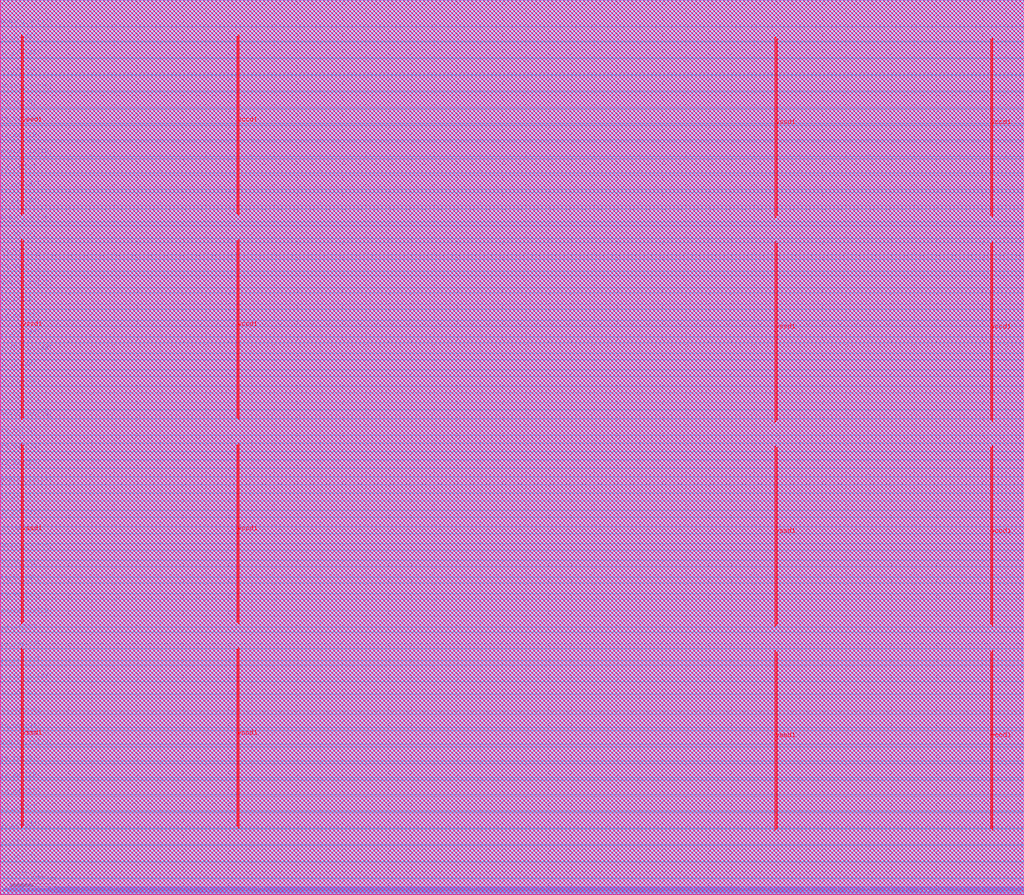
<source format=lef>
##
## LEF for PtnCells ;
## created by Innovus v20.10-p004_1 on Mon Mar  7 16:26:23 2022
##

VERSION 5.8 ;

BUSBITCHARS "[]" ;
DIVIDERCHAR "/" ;

MACRO azadi_soc_top_caravel
  CLASS BLOCK ;
  SIZE 2240.660000 BY 1959.760000 ;
  FOREIGN azadi_soc_top_caravel 0.000000 0.000000 ;
  ORIGIN 0 0 ;
  SYMMETRY X Y R90 ;
  PIN wb_clk_i
    DIRECTION INPUT ;
    USE SIGNAL ;
    PORT
      LAYER met2 ;
        RECT 4.430000 0.000000 4.570000 0.490000 ;
    END
  END wb_clk_i
  PIN wb_rst_i
    DIRECTION INPUT ;
    USE SIGNAL ;
    PORT
      LAYER met2 ;
        RECT 1.530000 0.000000 1.670000 0.490000 ;
    END
  END wb_rst_i
  PIN wbs_stb_i
    DIRECTION INPUT ;
    USE SIGNAL ;
    PORT
      LAYER met2 ;
        RECT 468.230000 0.000000 468.370000 0.490000 ;
    END
  END wbs_stb_i
  PIN wbs_cyc_i
    DIRECTION INPUT ;
    USE SIGNAL ;
    PORT
      LAYER met2 ;
        RECT 157.530000 0.000000 157.670000 0.490000 ;
    END
  END wbs_cyc_i
  PIN wbs_we_i
    DIRECTION INPUT ;
    USE SIGNAL ;
    PORT
      LAYER met2 ;
        RECT 472.730000 0.000000 472.870000 0.490000 ;
    END
  END wbs_we_i
  PIN wbs_sel_i[3]
    DIRECTION INPUT ;
    USE SIGNAL ;
    PORT
      LAYER met2 ;
        RECT 463.730000 0.000000 463.870000 0.490000 ;
    END
  END wbs_sel_i[3]
  PIN wbs_sel_i[2]
    DIRECTION INPUT ;
    USE SIGNAL ;
    PORT
      LAYER met2 ;
        RECT 459.230000 0.000000 459.370000 0.490000 ;
    END
  END wbs_sel_i[2]
  PIN wbs_sel_i[1]
    DIRECTION INPUT ;
    USE SIGNAL ;
    PORT
      LAYER met2 ;
        RECT 454.730000 0.000000 454.870000 0.490000 ;
    END
  END wbs_sel_i[1]
  PIN wbs_sel_i[0]
    DIRECTION INPUT ;
    USE SIGNAL ;
    PORT
      LAYER met2 ;
        RECT 450.230000 0.000000 450.370000 0.490000 ;
    END
  END wbs_sel_i[0]
  PIN wbs_dat_i[31]
    DIRECTION INPUT ;
    USE SIGNAL ;
    PORT
      LAYER met2 ;
        RECT 301.630000 0.000000 301.770000 0.490000 ;
    END
  END wbs_dat_i[31]
  PIN wbs_dat_i[30]
    DIRECTION INPUT ;
    USE SIGNAL ;
    PORT
      LAYER met2 ;
        RECT 297.130000 0.000000 297.270000 0.490000 ;
    END
  END wbs_dat_i[30]
  PIN wbs_dat_i[29]
    DIRECTION INPUT ;
    USE SIGNAL ;
    PORT
      LAYER met2 ;
        RECT 292.530000 0.000000 292.670000 0.490000 ;
    END
  END wbs_dat_i[29]
  PIN wbs_dat_i[28]
    DIRECTION INPUT ;
    USE SIGNAL ;
    PORT
      LAYER met2 ;
        RECT 288.030000 0.000000 288.170000 0.490000 ;
    END
  END wbs_dat_i[28]
  PIN wbs_dat_i[27]
    DIRECTION INPUT ;
    USE SIGNAL ;
    PORT
      LAYER met2 ;
        RECT 283.530000 0.000000 283.670000 0.490000 ;
    END
  END wbs_dat_i[27]
  PIN wbs_dat_i[26]
    DIRECTION INPUT ;
    USE SIGNAL ;
    PORT
      LAYER met2 ;
        RECT 279.030000 0.000000 279.170000 0.490000 ;
    END
  END wbs_dat_i[26]
  PIN wbs_dat_i[25]
    DIRECTION INPUT ;
    USE SIGNAL ;
    PORT
      LAYER met2 ;
        RECT 274.530000 0.000000 274.670000 0.490000 ;
    END
  END wbs_dat_i[25]
  PIN wbs_dat_i[24]
    DIRECTION INPUT ;
    USE SIGNAL ;
    PORT
      LAYER met2 ;
        RECT 270.030000 0.000000 270.170000 0.490000 ;
    END
  END wbs_dat_i[24]
  PIN wbs_dat_i[23]
    DIRECTION INPUT ;
    USE SIGNAL ;
    PORT
      LAYER met2 ;
        RECT 265.530000 0.000000 265.670000 0.490000 ;
    END
  END wbs_dat_i[23]
  PIN wbs_dat_i[22]
    DIRECTION INPUT ;
    USE SIGNAL ;
    PORT
      LAYER met2 ;
        RECT 261.030000 0.000000 261.170000 0.490000 ;
    END
  END wbs_dat_i[22]
  PIN wbs_dat_i[21]
    DIRECTION INPUT ;
    USE SIGNAL ;
    PORT
      LAYER met2 ;
        RECT 256.530000 0.000000 256.670000 0.490000 ;
    END
  END wbs_dat_i[21]
  PIN wbs_dat_i[20]
    DIRECTION INPUT ;
    USE SIGNAL ;
    PORT
      LAYER met2 ;
        RECT 252.030000 0.000000 252.170000 0.490000 ;
    END
  END wbs_dat_i[20]
  PIN wbs_dat_i[19]
    DIRECTION INPUT ;
    USE SIGNAL ;
    PORT
      LAYER met2 ;
        RECT 247.530000 0.000000 247.670000 0.490000 ;
    END
  END wbs_dat_i[19]
  PIN wbs_dat_i[18]
    DIRECTION INPUT ;
    USE SIGNAL ;
    PORT
      LAYER met2 ;
        RECT 243.030000 0.000000 243.170000 0.490000 ;
    END
  END wbs_dat_i[18]
  PIN wbs_dat_i[17]
    DIRECTION INPUT ;
    USE SIGNAL ;
    PORT
      LAYER met2 ;
        RECT 238.530000 0.000000 238.670000 0.490000 ;
    END
  END wbs_dat_i[17]
  PIN wbs_dat_i[16]
    DIRECTION INPUT ;
    USE SIGNAL ;
    PORT
      LAYER met2 ;
        RECT 234.030000 0.000000 234.170000 0.490000 ;
    END
  END wbs_dat_i[16]
  PIN wbs_dat_i[15]
    DIRECTION INPUT ;
    USE SIGNAL ;
    PORT
      LAYER met2 ;
        RECT 229.530000 0.000000 229.670000 0.490000 ;
    END
  END wbs_dat_i[15]
  PIN wbs_dat_i[14]
    DIRECTION INPUT ;
    USE SIGNAL ;
    PORT
      LAYER met2 ;
        RECT 225.030000 0.000000 225.170000 0.490000 ;
    END
  END wbs_dat_i[14]
  PIN wbs_dat_i[13]
    DIRECTION INPUT ;
    USE SIGNAL ;
    PORT
      LAYER met2 ;
        RECT 220.530000 0.000000 220.670000 0.490000 ;
    END
  END wbs_dat_i[13]
  PIN wbs_dat_i[12]
    DIRECTION INPUT ;
    USE SIGNAL ;
    PORT
      LAYER met2 ;
        RECT 216.030000 0.000000 216.170000 0.490000 ;
    END
  END wbs_dat_i[12]
  PIN wbs_dat_i[11]
    DIRECTION INPUT ;
    USE SIGNAL ;
    PORT
      LAYER met2 ;
        RECT 211.530000 0.000000 211.670000 0.490000 ;
    END
  END wbs_dat_i[11]
  PIN wbs_dat_i[10]
    DIRECTION INPUT ;
    USE SIGNAL ;
    PORT
      LAYER met2 ;
        RECT 207.030000 0.000000 207.170000 0.490000 ;
    END
  END wbs_dat_i[10]
  PIN wbs_dat_i[9]
    DIRECTION INPUT ;
    USE SIGNAL ;
    PORT
      LAYER met2 ;
        RECT 202.530000 0.000000 202.670000 0.490000 ;
    END
  END wbs_dat_i[9]
  PIN wbs_dat_i[8]
    DIRECTION INPUT ;
    USE SIGNAL ;
    PORT
      LAYER met2 ;
        RECT 198.030000 0.000000 198.170000 0.490000 ;
    END
  END wbs_dat_i[8]
  PIN wbs_dat_i[7]
    DIRECTION INPUT ;
    USE SIGNAL ;
    PORT
      LAYER met2 ;
        RECT 193.530000 0.000000 193.670000 0.490000 ;
    END
  END wbs_dat_i[7]
  PIN wbs_dat_i[6]
    DIRECTION INPUT ;
    USE SIGNAL ;
    PORT
      LAYER met2 ;
        RECT 189.030000 0.000000 189.170000 0.490000 ;
    END
  END wbs_dat_i[6]
  PIN wbs_dat_i[5]
    DIRECTION INPUT ;
    USE SIGNAL ;
    PORT
      LAYER met2 ;
        RECT 184.530000 0.000000 184.670000 0.490000 ;
    END
  END wbs_dat_i[5]
  PIN wbs_dat_i[4]
    DIRECTION INPUT ;
    USE SIGNAL ;
    PORT
      LAYER met2 ;
        RECT 180.030000 0.000000 180.170000 0.490000 ;
    END
  END wbs_dat_i[4]
  PIN wbs_dat_i[3]
    DIRECTION INPUT ;
    USE SIGNAL ;
    PORT
      LAYER met2 ;
        RECT 175.530000 0.000000 175.670000 0.490000 ;
    END
  END wbs_dat_i[3]
  PIN wbs_dat_i[2]
    DIRECTION INPUT ;
    USE SIGNAL ;
    PORT
      LAYER met2 ;
        RECT 171.030000 0.000000 171.170000 0.490000 ;
    END
  END wbs_dat_i[2]
  PIN wbs_dat_i[1]
    DIRECTION INPUT ;
    USE SIGNAL ;
    PORT
      LAYER met2 ;
        RECT 166.530000 0.000000 166.670000 0.490000 ;
    END
  END wbs_dat_i[1]
  PIN wbs_dat_i[0]
    DIRECTION INPUT ;
    USE SIGNAL ;
    PORT
      LAYER met2 ;
        RECT 162.030000 0.000000 162.170000 0.490000 ;
    END
  END wbs_dat_i[0]
  PIN wbs_adr_i[31]
    DIRECTION INPUT ;
    USE SIGNAL ;
    PORT
      LAYER met2 ;
        RECT 153.030000 0.000000 153.170000 0.490000 ;
    END
  END wbs_adr_i[31]
  PIN wbs_adr_i[30]
    DIRECTION INPUT ;
    USE SIGNAL ;
    PORT
      LAYER met2 ;
        RECT 148.530000 0.000000 148.670000 0.490000 ;
    END
  END wbs_adr_i[30]
  PIN wbs_adr_i[29]
    DIRECTION INPUT ;
    USE SIGNAL ;
    PORT
      LAYER met2 ;
        RECT 143.930000 0.000000 144.070000 0.490000 ;
    END
  END wbs_adr_i[29]
  PIN wbs_adr_i[28]
    DIRECTION INPUT ;
    USE SIGNAL ;
    PORT
      LAYER met2 ;
        RECT 139.430000 0.000000 139.570000 0.490000 ;
    END
  END wbs_adr_i[28]
  PIN wbs_adr_i[27]
    DIRECTION INPUT ;
    USE SIGNAL ;
    PORT
      LAYER met2 ;
        RECT 134.930000 0.000000 135.070000 0.490000 ;
    END
  END wbs_adr_i[27]
  PIN wbs_adr_i[26]
    DIRECTION INPUT ;
    USE SIGNAL ;
    PORT
      LAYER met2 ;
        RECT 130.430000 0.000000 130.570000 0.490000 ;
    END
  END wbs_adr_i[26]
  PIN wbs_adr_i[25]
    DIRECTION INPUT ;
    USE SIGNAL ;
    PORT
      LAYER met2 ;
        RECT 125.930000 0.000000 126.070000 0.490000 ;
    END
  END wbs_adr_i[25]
  PIN wbs_adr_i[24]
    DIRECTION INPUT ;
    USE SIGNAL ;
    PORT
      LAYER met2 ;
        RECT 121.430000 0.000000 121.570000 0.490000 ;
    END
  END wbs_adr_i[24]
  PIN wbs_adr_i[23]
    DIRECTION INPUT ;
    USE SIGNAL ;
    PORT
      LAYER met2 ;
        RECT 116.930000 0.000000 117.070000 0.490000 ;
    END
  END wbs_adr_i[23]
  PIN wbs_adr_i[22]
    DIRECTION INPUT ;
    USE SIGNAL ;
    PORT
      LAYER met2 ;
        RECT 112.430000 0.000000 112.570000 0.490000 ;
    END
  END wbs_adr_i[22]
  PIN wbs_adr_i[21]
    DIRECTION INPUT ;
    USE SIGNAL ;
    PORT
      LAYER met2 ;
        RECT 107.930000 0.000000 108.070000 0.490000 ;
    END
  END wbs_adr_i[21]
  PIN wbs_adr_i[20]
    DIRECTION INPUT ;
    USE SIGNAL ;
    PORT
      LAYER met2 ;
        RECT 103.430000 0.000000 103.570000 0.490000 ;
    END
  END wbs_adr_i[20]
  PIN wbs_adr_i[19]
    DIRECTION INPUT ;
    USE SIGNAL ;
    PORT
      LAYER met2 ;
        RECT 98.930000 0.000000 99.070000 0.490000 ;
    END
  END wbs_adr_i[19]
  PIN wbs_adr_i[18]
    DIRECTION INPUT ;
    USE SIGNAL ;
    PORT
      LAYER met2 ;
        RECT 94.430000 0.000000 94.570000 0.490000 ;
    END
  END wbs_adr_i[18]
  PIN wbs_adr_i[17]
    DIRECTION INPUT ;
    USE SIGNAL ;
    PORT
      LAYER met2 ;
        RECT 89.930000 0.000000 90.070000 0.490000 ;
    END
  END wbs_adr_i[17]
  PIN wbs_adr_i[16]
    DIRECTION INPUT ;
    USE SIGNAL ;
    PORT
      LAYER met2 ;
        RECT 85.430000 0.000000 85.570000 0.490000 ;
    END
  END wbs_adr_i[16]
  PIN wbs_adr_i[15]
    DIRECTION INPUT ;
    USE SIGNAL ;
    PORT
      LAYER met2 ;
        RECT 80.930000 0.000000 81.070000 0.490000 ;
    END
  END wbs_adr_i[15]
  PIN wbs_adr_i[14]
    DIRECTION INPUT ;
    USE SIGNAL ;
    PORT
      LAYER met2 ;
        RECT 76.430000 0.000000 76.570000 0.490000 ;
    END
  END wbs_adr_i[14]
  PIN wbs_adr_i[13]
    DIRECTION INPUT ;
    USE SIGNAL ;
    PORT
      LAYER met2 ;
        RECT 71.930000 0.000000 72.070000 0.490000 ;
    END
  END wbs_adr_i[13]
  PIN wbs_adr_i[12]
    DIRECTION INPUT ;
    USE SIGNAL ;
    PORT
      LAYER met2 ;
        RECT 67.430000 0.000000 67.570000 0.490000 ;
    END
  END wbs_adr_i[12]
  PIN wbs_adr_i[11]
    DIRECTION INPUT ;
    USE SIGNAL ;
    PORT
      LAYER met2 ;
        RECT 62.930000 0.000000 63.070000 0.490000 ;
    END
  END wbs_adr_i[11]
  PIN wbs_adr_i[10]
    DIRECTION INPUT ;
    USE SIGNAL ;
    PORT
      LAYER met2 ;
        RECT 58.430000 0.000000 58.570000 0.490000 ;
    END
  END wbs_adr_i[10]
  PIN wbs_adr_i[9]
    DIRECTION INPUT ;
    USE SIGNAL ;
    PORT
      LAYER met2 ;
        RECT 53.930000 0.000000 54.070000 0.490000 ;
    END
  END wbs_adr_i[9]
  PIN wbs_adr_i[8]
    DIRECTION INPUT ;
    USE SIGNAL ;
    PORT
      LAYER met2 ;
        RECT 49.430000 0.000000 49.570000 0.490000 ;
    END
  END wbs_adr_i[8]
  PIN wbs_adr_i[7]
    DIRECTION INPUT ;
    USE SIGNAL ;
    PORT
      LAYER met2 ;
        RECT 44.930000 0.000000 45.070000 0.490000 ;
    END
  END wbs_adr_i[7]
  PIN wbs_adr_i[6]
    DIRECTION INPUT ;
    USE SIGNAL ;
    PORT
      LAYER met2 ;
        RECT 40.430000 0.000000 40.570000 0.490000 ;
    END
  END wbs_adr_i[6]
  PIN wbs_adr_i[5]
    DIRECTION INPUT ;
    USE SIGNAL ;
    PORT
      LAYER met2 ;
        RECT 35.930000 0.000000 36.070000 0.490000 ;
    END
  END wbs_adr_i[5]
  PIN wbs_adr_i[4]
    DIRECTION INPUT ;
    USE SIGNAL ;
    PORT
      LAYER met2 ;
        RECT 31.430000 0.000000 31.570000 0.490000 ;
    END
  END wbs_adr_i[4]
  PIN wbs_adr_i[3]
    DIRECTION INPUT ;
    USE SIGNAL ;
    PORT
      LAYER met2 ;
        RECT 26.930000 0.000000 27.070000 0.490000 ;
    END
  END wbs_adr_i[3]
  PIN wbs_adr_i[2]
    DIRECTION INPUT ;
    USE SIGNAL ;
    PORT
      LAYER met2 ;
        RECT 22.430000 0.000000 22.570000 0.490000 ;
    END
  END wbs_adr_i[2]
  PIN wbs_adr_i[1]
    DIRECTION INPUT ;
    USE SIGNAL ;
    PORT
      LAYER met2 ;
        RECT 17.930000 0.000000 18.070000 0.490000 ;
    END
  END wbs_adr_i[1]
  PIN wbs_adr_i[0]
    DIRECTION INPUT ;
    USE SIGNAL ;
    PORT
      LAYER met2 ;
        RECT 13.430000 0.000000 13.570000 0.490000 ;
    END
  END wbs_adr_i[0]
  PIN wbs_ack_o
    DIRECTION OUTPUT ;
    USE SIGNAL ;
    PORT
      LAYER met2 ;
        RECT 8.930000 0.000000 9.070000 0.490000 ;
    END
  END wbs_ack_o
  PIN wbs_dat_o[31]
    DIRECTION OUTPUT ;
    USE SIGNAL ;
    PORT
      LAYER met2 ;
        RECT 445.630000 0.000000 445.770000 0.490000 ;
    END
  END wbs_dat_o[31]
  PIN wbs_dat_o[30]
    DIRECTION OUTPUT ;
    USE SIGNAL ;
    PORT
      LAYER met2 ;
        RECT 441.130000 0.000000 441.270000 0.490000 ;
    END
  END wbs_dat_o[30]
  PIN wbs_dat_o[29]
    DIRECTION OUTPUT ;
    USE SIGNAL ;
    PORT
      LAYER met2 ;
        RECT 436.630000 0.000000 436.770000 0.490000 ;
    END
  END wbs_dat_o[29]
  PIN wbs_dat_o[28]
    DIRECTION OUTPUT ;
    USE SIGNAL ;
    PORT
      LAYER met2 ;
        RECT 432.130000 0.000000 432.270000 0.490000 ;
    END
  END wbs_dat_o[28]
  PIN wbs_dat_o[27]
    DIRECTION OUTPUT ;
    USE SIGNAL ;
    PORT
      LAYER met2 ;
        RECT 427.630000 0.000000 427.770000 0.490000 ;
    END
  END wbs_dat_o[27]
  PIN wbs_dat_o[26]
    DIRECTION OUTPUT ;
    USE SIGNAL ;
    PORT
      LAYER met2 ;
        RECT 423.130000 0.000000 423.270000 0.490000 ;
    END
  END wbs_dat_o[26]
  PIN wbs_dat_o[25]
    DIRECTION OUTPUT ;
    USE SIGNAL ;
    PORT
      LAYER met2 ;
        RECT 418.630000 0.000000 418.770000 0.490000 ;
    END
  END wbs_dat_o[25]
  PIN wbs_dat_o[24]
    DIRECTION OUTPUT ;
    USE SIGNAL ;
    PORT
      LAYER met2 ;
        RECT 414.130000 0.000000 414.270000 0.490000 ;
    END
  END wbs_dat_o[24]
  PIN wbs_dat_o[23]
    DIRECTION OUTPUT ;
    USE SIGNAL ;
    PORT
      LAYER met2 ;
        RECT 409.630000 0.000000 409.770000 0.490000 ;
    END
  END wbs_dat_o[23]
  PIN wbs_dat_o[22]
    DIRECTION OUTPUT ;
    USE SIGNAL ;
    PORT
      LAYER met2 ;
        RECT 405.130000 0.000000 405.270000 0.490000 ;
    END
  END wbs_dat_o[22]
  PIN wbs_dat_o[21]
    DIRECTION OUTPUT ;
    USE SIGNAL ;
    PORT
      LAYER met2 ;
        RECT 400.630000 0.000000 400.770000 0.490000 ;
    END
  END wbs_dat_o[21]
  PIN wbs_dat_o[20]
    DIRECTION OUTPUT ;
    USE SIGNAL ;
    PORT
      LAYER met2 ;
        RECT 396.130000 0.000000 396.270000 0.490000 ;
    END
  END wbs_dat_o[20]
  PIN wbs_dat_o[19]
    DIRECTION OUTPUT ;
    USE SIGNAL ;
    PORT
      LAYER met2 ;
        RECT 391.630000 0.000000 391.770000 0.490000 ;
    END
  END wbs_dat_o[19]
  PIN wbs_dat_o[18]
    DIRECTION OUTPUT ;
    USE SIGNAL ;
    PORT
      LAYER met2 ;
        RECT 387.130000 0.000000 387.270000 0.490000 ;
    END
  END wbs_dat_o[18]
  PIN wbs_dat_o[17]
    DIRECTION OUTPUT ;
    USE SIGNAL ;
    PORT
      LAYER met2 ;
        RECT 382.630000 0.000000 382.770000 0.490000 ;
    END
  END wbs_dat_o[17]
  PIN wbs_dat_o[16]
    DIRECTION OUTPUT ;
    USE SIGNAL ;
    PORT
      LAYER met2 ;
        RECT 378.130000 0.000000 378.270000 0.490000 ;
    END
  END wbs_dat_o[16]
  PIN wbs_dat_o[15]
    DIRECTION OUTPUT ;
    USE SIGNAL ;
    PORT
      LAYER met2 ;
        RECT 373.630000 0.000000 373.770000 0.490000 ;
    END
  END wbs_dat_o[15]
  PIN wbs_dat_o[14]
    DIRECTION OUTPUT ;
    USE SIGNAL ;
    PORT
      LAYER met2 ;
        RECT 369.130000 0.000000 369.270000 0.490000 ;
    END
  END wbs_dat_o[14]
  PIN wbs_dat_o[13]
    DIRECTION OUTPUT ;
    USE SIGNAL ;
    PORT
      LAYER met2 ;
        RECT 364.630000 0.000000 364.770000 0.490000 ;
    END
  END wbs_dat_o[13]
  PIN wbs_dat_o[12]
    DIRECTION OUTPUT ;
    USE SIGNAL ;
    PORT
      LAYER met2 ;
        RECT 360.130000 0.000000 360.270000 0.490000 ;
    END
  END wbs_dat_o[12]
  PIN wbs_dat_o[11]
    DIRECTION OUTPUT ;
    USE SIGNAL ;
    PORT
      LAYER met2 ;
        RECT 355.630000 0.000000 355.770000 0.490000 ;
    END
  END wbs_dat_o[11]
  PIN wbs_dat_o[10]
    DIRECTION OUTPUT ;
    USE SIGNAL ;
    PORT
      LAYER met2 ;
        RECT 351.130000 0.000000 351.270000 0.490000 ;
    END
  END wbs_dat_o[10]
  PIN wbs_dat_o[9]
    DIRECTION OUTPUT ;
    USE SIGNAL ;
    PORT
      LAYER met2 ;
        RECT 346.630000 0.000000 346.770000 0.490000 ;
    END
  END wbs_dat_o[9]
  PIN wbs_dat_o[8]
    DIRECTION OUTPUT ;
    USE SIGNAL ;
    PORT
      LAYER met2 ;
        RECT 342.130000 0.000000 342.270000 0.490000 ;
    END
  END wbs_dat_o[8]
  PIN wbs_dat_o[7]
    DIRECTION OUTPUT ;
    USE SIGNAL ;
    PORT
      LAYER met2 ;
        RECT 337.630000 0.000000 337.770000 0.490000 ;
    END
  END wbs_dat_o[7]
  PIN wbs_dat_o[6]
    DIRECTION OUTPUT ;
    USE SIGNAL ;
    PORT
      LAYER met2 ;
        RECT 333.130000 0.000000 333.270000 0.490000 ;
    END
  END wbs_dat_o[6]
  PIN wbs_dat_o[5]
    DIRECTION OUTPUT ;
    USE SIGNAL ;
    PORT
      LAYER met2 ;
        RECT 328.630000 0.000000 328.770000 0.490000 ;
    END
  END wbs_dat_o[5]
  PIN wbs_dat_o[4]
    DIRECTION OUTPUT ;
    USE SIGNAL ;
    PORT
      LAYER met2 ;
        RECT 324.130000 0.000000 324.270000 0.490000 ;
    END
  END wbs_dat_o[4]
  PIN wbs_dat_o[3]
    DIRECTION OUTPUT ;
    USE SIGNAL ;
    PORT
      LAYER met2 ;
        RECT 319.630000 0.000000 319.770000 0.490000 ;
    END
  END wbs_dat_o[3]
  PIN wbs_dat_o[2]
    DIRECTION OUTPUT ;
    USE SIGNAL ;
    PORT
      LAYER met2 ;
        RECT 315.130000 0.000000 315.270000 0.490000 ;
    END
  END wbs_dat_o[2]
  PIN wbs_dat_o[1]
    DIRECTION OUTPUT ;
    USE SIGNAL ;
    PORT
      LAYER met2 ;
        RECT 310.630000 0.000000 310.770000 0.490000 ;
    END
  END wbs_dat_o[1]
  PIN wbs_dat_o[0]
    DIRECTION OUTPUT ;
    USE SIGNAL ;
    PORT
      LAYER met2 ;
        RECT 306.130000 0.000000 306.270000 0.490000 ;
    END
  END wbs_dat_o[0]
  PIN la_data_in[127]
    DIRECTION INPUT ;
    USE SIGNAL ;
    PORT
      LAYER met2 ;
        RECT 1049.130000 0.000000 1049.270000 0.490000 ;
    END
  END la_data_in[127]
  PIN la_data_in[126]
    DIRECTION INPUT ;
    USE SIGNAL ;
    PORT
      LAYER met2 ;
        RECT 1044.530000 0.000000 1044.670000 0.490000 ;
    END
  END la_data_in[126]
  PIN la_data_in[125]
    DIRECTION INPUT ;
    USE SIGNAL ;
    PORT
      LAYER met2 ;
        RECT 1040.030000 0.000000 1040.170000 0.490000 ;
    END
  END la_data_in[125]
  PIN la_data_in[124]
    DIRECTION INPUT ;
    USE SIGNAL ;
    PORT
      LAYER met2 ;
        RECT 1035.530000 0.000000 1035.670000 0.490000 ;
    END
  END la_data_in[124]
  PIN la_data_in[123]
    DIRECTION INPUT ;
    USE SIGNAL ;
    PORT
      LAYER met2 ;
        RECT 1031.030000 0.000000 1031.170000 0.490000 ;
    END
  END la_data_in[123]
  PIN la_data_in[122]
    DIRECTION INPUT ;
    USE SIGNAL ;
    PORT
      LAYER met2 ;
        RECT 1026.530000 0.000000 1026.670000 0.490000 ;
    END
  END la_data_in[122]
  PIN la_data_in[121]
    DIRECTION INPUT ;
    USE SIGNAL ;
    PORT
      LAYER met2 ;
        RECT 1022.030000 0.000000 1022.170000 0.490000 ;
    END
  END la_data_in[121]
  PIN la_data_in[120]
    DIRECTION INPUT ;
    USE SIGNAL ;
    PORT
      LAYER met2 ;
        RECT 1017.530000 0.000000 1017.670000 0.490000 ;
    END
  END la_data_in[120]
  PIN la_data_in[119]
    DIRECTION INPUT ;
    USE SIGNAL ;
    PORT
      LAYER met2 ;
        RECT 1013.030000 0.000000 1013.170000 0.490000 ;
    END
  END la_data_in[119]
  PIN la_data_in[118]
    DIRECTION INPUT ;
    USE SIGNAL ;
    PORT
      LAYER met2 ;
        RECT 1008.530000 0.000000 1008.670000 0.490000 ;
    END
  END la_data_in[118]
  PIN la_data_in[117]
    DIRECTION INPUT ;
    USE SIGNAL ;
    PORT
      LAYER met2 ;
        RECT 1004.030000 0.000000 1004.170000 0.490000 ;
    END
  END la_data_in[117]
  PIN la_data_in[116]
    DIRECTION INPUT ;
    USE SIGNAL ;
    PORT
      LAYER met2 ;
        RECT 999.530000 0.000000 999.670000 0.490000 ;
    END
  END la_data_in[116]
  PIN la_data_in[115]
    DIRECTION INPUT ;
    USE SIGNAL ;
    PORT
      LAYER met2 ;
        RECT 995.030000 0.000000 995.170000 0.490000 ;
    END
  END la_data_in[115]
  PIN la_data_in[114]
    DIRECTION INPUT ;
    USE SIGNAL ;
    PORT
      LAYER met2 ;
        RECT 990.530000 0.000000 990.670000 0.490000 ;
    END
  END la_data_in[114]
  PIN la_data_in[113]
    DIRECTION INPUT ;
    USE SIGNAL ;
    PORT
      LAYER met2 ;
        RECT 986.030000 0.000000 986.170000 0.490000 ;
    END
  END la_data_in[113]
  PIN la_data_in[112]
    DIRECTION INPUT ;
    USE SIGNAL ;
    PORT
      LAYER met2 ;
        RECT 981.530000 0.000000 981.670000 0.490000 ;
    END
  END la_data_in[112]
  PIN la_data_in[111]
    DIRECTION INPUT ;
    USE SIGNAL ;
    PORT
      LAYER met2 ;
        RECT 977.030000 0.000000 977.170000 0.490000 ;
    END
  END la_data_in[111]
  PIN la_data_in[110]
    DIRECTION INPUT ;
    USE SIGNAL ;
    PORT
      LAYER met2 ;
        RECT 972.530000 0.000000 972.670000 0.490000 ;
    END
  END la_data_in[110]
  PIN la_data_in[109]
    DIRECTION INPUT ;
    USE SIGNAL ;
    PORT
      LAYER met2 ;
        RECT 968.030000 0.000000 968.170000 0.490000 ;
    END
  END la_data_in[109]
  PIN la_data_in[108]
    DIRECTION INPUT ;
    USE SIGNAL ;
    PORT
      LAYER met2 ;
        RECT 963.530000 0.000000 963.670000 0.490000 ;
    END
  END la_data_in[108]
  PIN la_data_in[107]
    DIRECTION INPUT ;
    USE SIGNAL ;
    PORT
      LAYER met2 ;
        RECT 959.030000 0.000000 959.170000 0.490000 ;
    END
  END la_data_in[107]
  PIN la_data_in[106]
    DIRECTION INPUT ;
    USE SIGNAL ;
    PORT
      LAYER met2 ;
        RECT 954.530000 0.000000 954.670000 0.490000 ;
    END
  END la_data_in[106]
  PIN la_data_in[105]
    DIRECTION INPUT ;
    USE SIGNAL ;
    PORT
      LAYER met2 ;
        RECT 950.030000 0.000000 950.170000 0.490000 ;
    END
  END la_data_in[105]
  PIN la_data_in[104]
    DIRECTION INPUT ;
    USE SIGNAL ;
    PORT
      LAYER met2 ;
        RECT 945.530000 0.000000 945.670000 0.490000 ;
    END
  END la_data_in[104]
  PIN la_data_in[103]
    DIRECTION INPUT ;
    USE SIGNAL ;
    PORT
      LAYER met2 ;
        RECT 941.030000 0.000000 941.170000 0.490000 ;
    END
  END la_data_in[103]
  PIN la_data_in[102]
    DIRECTION INPUT ;
    USE SIGNAL ;
    PORT
      LAYER met2 ;
        RECT 936.530000 0.000000 936.670000 0.490000 ;
    END
  END la_data_in[102]
  PIN la_data_in[101]
    DIRECTION INPUT ;
    USE SIGNAL ;
    PORT
      LAYER met2 ;
        RECT 932.030000 0.000000 932.170000 0.490000 ;
    END
  END la_data_in[101]
  PIN la_data_in[100]
    DIRECTION INPUT ;
    USE SIGNAL ;
    PORT
      LAYER met2 ;
        RECT 927.530000 0.000000 927.670000 0.490000 ;
    END
  END la_data_in[100]
  PIN la_data_in[99]
    DIRECTION INPUT ;
    USE SIGNAL ;
    PORT
      LAYER met2 ;
        RECT 923.030000 0.000000 923.170000 0.490000 ;
    END
  END la_data_in[99]
  PIN la_data_in[98]
    DIRECTION INPUT ;
    USE SIGNAL ;
    PORT
      LAYER met2 ;
        RECT 918.530000 0.000000 918.670000 0.490000 ;
    END
  END la_data_in[98]
  PIN la_data_in[97]
    DIRECTION INPUT ;
    USE SIGNAL ;
    PORT
      LAYER met2 ;
        RECT 914.030000 0.000000 914.170000 0.490000 ;
    END
  END la_data_in[97]
  PIN la_data_in[96]
    DIRECTION INPUT ;
    USE SIGNAL ;
    PORT
      LAYER met2 ;
        RECT 909.530000 0.000000 909.670000 0.490000 ;
    END
  END la_data_in[96]
  PIN la_data_in[95]
    DIRECTION INPUT ;
    USE SIGNAL ;
    PORT
      LAYER met2 ;
        RECT 905.030000 0.000000 905.170000 0.490000 ;
    END
  END la_data_in[95]
  PIN la_data_in[94]
    DIRECTION INPUT ;
    USE SIGNAL ;
    PORT
      LAYER met2 ;
        RECT 900.530000 0.000000 900.670000 0.490000 ;
    END
  END la_data_in[94]
  PIN la_data_in[93]
    DIRECTION INPUT ;
    USE SIGNAL ;
    PORT
      LAYER met2 ;
        RECT 895.930000 0.000000 896.070000 0.490000 ;
    END
  END la_data_in[93]
  PIN la_data_in[92]
    DIRECTION INPUT ;
    USE SIGNAL ;
    PORT
      LAYER met2 ;
        RECT 891.430000 0.000000 891.570000 0.490000 ;
    END
  END la_data_in[92]
  PIN la_data_in[91]
    DIRECTION INPUT ;
    USE SIGNAL ;
    PORT
      LAYER met2 ;
        RECT 886.930000 0.000000 887.070000 0.490000 ;
    END
  END la_data_in[91]
  PIN la_data_in[90]
    DIRECTION INPUT ;
    USE SIGNAL ;
    PORT
      LAYER met2 ;
        RECT 882.430000 0.000000 882.570000 0.490000 ;
    END
  END la_data_in[90]
  PIN la_data_in[89]
    DIRECTION INPUT ;
    USE SIGNAL ;
    PORT
      LAYER met2 ;
        RECT 877.930000 0.000000 878.070000 0.490000 ;
    END
  END la_data_in[89]
  PIN la_data_in[88]
    DIRECTION INPUT ;
    USE SIGNAL ;
    PORT
      LAYER met2 ;
        RECT 873.430000 0.000000 873.570000 0.490000 ;
    END
  END la_data_in[88]
  PIN la_data_in[87]
    DIRECTION INPUT ;
    USE SIGNAL ;
    PORT
      LAYER met2 ;
        RECT 868.930000 0.000000 869.070000 0.490000 ;
    END
  END la_data_in[87]
  PIN la_data_in[86]
    DIRECTION INPUT ;
    USE SIGNAL ;
    PORT
      LAYER met2 ;
        RECT 864.430000 0.000000 864.570000 0.490000 ;
    END
  END la_data_in[86]
  PIN la_data_in[85]
    DIRECTION INPUT ;
    USE SIGNAL ;
    PORT
      LAYER met2 ;
        RECT 859.930000 0.000000 860.070000 0.490000 ;
    END
  END la_data_in[85]
  PIN la_data_in[84]
    DIRECTION INPUT ;
    USE SIGNAL ;
    PORT
      LAYER met2 ;
        RECT 855.430000 0.000000 855.570000 0.490000 ;
    END
  END la_data_in[84]
  PIN la_data_in[83]
    DIRECTION INPUT ;
    USE SIGNAL ;
    PORT
      LAYER met2 ;
        RECT 850.930000 0.000000 851.070000 0.490000 ;
    END
  END la_data_in[83]
  PIN la_data_in[82]
    DIRECTION INPUT ;
    USE SIGNAL ;
    PORT
      LAYER met2 ;
        RECT 846.430000 0.000000 846.570000 0.490000 ;
    END
  END la_data_in[82]
  PIN la_data_in[81]
    DIRECTION INPUT ;
    USE SIGNAL ;
    PORT
      LAYER met2 ;
        RECT 841.930000 0.000000 842.070000 0.490000 ;
    END
  END la_data_in[81]
  PIN la_data_in[80]
    DIRECTION INPUT ;
    USE SIGNAL ;
    PORT
      LAYER met2 ;
        RECT 837.430000 0.000000 837.570000 0.490000 ;
    END
  END la_data_in[80]
  PIN la_data_in[79]
    DIRECTION INPUT ;
    USE SIGNAL ;
    PORT
      LAYER met2 ;
        RECT 832.930000 0.000000 833.070000 0.490000 ;
    END
  END la_data_in[79]
  PIN la_data_in[78]
    DIRECTION INPUT ;
    USE SIGNAL ;
    PORT
      LAYER met2 ;
        RECT 828.430000 0.000000 828.570000 0.490000 ;
    END
  END la_data_in[78]
  PIN la_data_in[77]
    DIRECTION INPUT ;
    USE SIGNAL ;
    PORT
      LAYER met2 ;
        RECT 823.930000 0.000000 824.070000 0.490000 ;
    END
  END la_data_in[77]
  PIN la_data_in[76]
    DIRECTION INPUT ;
    USE SIGNAL ;
    PORT
      LAYER met2 ;
        RECT 819.430000 0.000000 819.570000 0.490000 ;
    END
  END la_data_in[76]
  PIN la_data_in[75]
    DIRECTION INPUT ;
    USE SIGNAL ;
    PORT
      LAYER met2 ;
        RECT 814.930000 0.000000 815.070000 0.490000 ;
    END
  END la_data_in[75]
  PIN la_data_in[74]
    DIRECTION INPUT ;
    USE SIGNAL ;
    PORT
      LAYER met2 ;
        RECT 810.430000 0.000000 810.570000 0.490000 ;
    END
  END la_data_in[74]
  PIN la_data_in[73]
    DIRECTION INPUT ;
    USE SIGNAL ;
    PORT
      LAYER met2 ;
        RECT 805.930000 0.000000 806.070000 0.490000 ;
    END
  END la_data_in[73]
  PIN la_data_in[72]
    DIRECTION INPUT ;
    USE SIGNAL ;
    PORT
      LAYER met2 ;
        RECT 801.430000 0.000000 801.570000 0.490000 ;
    END
  END la_data_in[72]
  PIN la_data_in[71]
    DIRECTION INPUT ;
    USE SIGNAL ;
    PORT
      LAYER met2 ;
        RECT 796.930000 0.000000 797.070000 0.490000 ;
    END
  END la_data_in[71]
  PIN la_data_in[70]
    DIRECTION INPUT ;
    USE SIGNAL ;
    PORT
      LAYER met2 ;
        RECT 792.430000 0.000000 792.570000 0.490000 ;
    END
  END la_data_in[70]
  PIN la_data_in[69]
    DIRECTION INPUT ;
    USE SIGNAL ;
    PORT
      LAYER met2 ;
        RECT 787.930000 0.000000 788.070000 0.490000 ;
    END
  END la_data_in[69]
  PIN la_data_in[68]
    DIRECTION INPUT ;
    USE SIGNAL ;
    PORT
      LAYER met2 ;
        RECT 783.430000 0.000000 783.570000 0.490000 ;
    END
  END la_data_in[68]
  PIN la_data_in[67]
    DIRECTION INPUT ;
    USE SIGNAL ;
    PORT
      LAYER met2 ;
        RECT 778.930000 0.000000 779.070000 0.490000 ;
    END
  END la_data_in[67]
  PIN la_data_in[66]
    DIRECTION INPUT ;
    USE SIGNAL ;
    PORT
      LAYER met2 ;
        RECT 774.430000 0.000000 774.570000 0.490000 ;
    END
  END la_data_in[66]
  PIN la_data_in[65]
    DIRECTION INPUT ;
    USE SIGNAL ;
    PORT
      LAYER met2 ;
        RECT 769.930000 0.000000 770.070000 0.490000 ;
    END
  END la_data_in[65]
  PIN la_data_in[64]
    DIRECTION INPUT ;
    USE SIGNAL ;
    PORT
      LAYER met2 ;
        RECT 765.430000 0.000000 765.570000 0.490000 ;
    END
  END la_data_in[64]
  PIN la_data_in[63]
    DIRECTION INPUT ;
    USE SIGNAL ;
    PORT
      LAYER met2 ;
        RECT 760.930000 0.000000 761.070000 0.490000 ;
    END
  END la_data_in[63]
  PIN la_data_in[62]
    DIRECTION INPUT ;
    USE SIGNAL ;
    PORT
      LAYER met2 ;
        RECT 756.430000 0.000000 756.570000 0.490000 ;
    END
  END la_data_in[62]
  PIN la_data_in[61]
    DIRECTION INPUT ;
    USE SIGNAL ;
    PORT
      LAYER met2 ;
        RECT 751.930000 0.000000 752.070000 0.490000 ;
    END
  END la_data_in[61]
  PIN la_data_in[60]
    DIRECTION INPUT ;
    USE SIGNAL ;
    PORT
      LAYER met2 ;
        RECT 747.430000 0.000000 747.570000 0.490000 ;
    END
  END la_data_in[60]
  PIN la_data_in[59]
    DIRECTION INPUT ;
    USE SIGNAL ;
    PORT
      LAYER met2 ;
        RECT 742.830000 0.000000 742.970000 0.490000 ;
    END
  END la_data_in[59]
  PIN la_data_in[58]
    DIRECTION INPUT ;
    USE SIGNAL ;
    PORT
      LAYER met2 ;
        RECT 738.330000 0.000000 738.470000 0.490000 ;
    END
  END la_data_in[58]
  PIN la_data_in[57]
    DIRECTION INPUT ;
    USE SIGNAL ;
    PORT
      LAYER met2 ;
        RECT 733.830000 0.000000 733.970000 0.490000 ;
    END
  END la_data_in[57]
  PIN la_data_in[56]
    DIRECTION INPUT ;
    USE SIGNAL ;
    PORT
      LAYER met2 ;
        RECT 729.330000 0.000000 729.470000 0.490000 ;
    END
  END la_data_in[56]
  PIN la_data_in[55]
    DIRECTION INPUT ;
    USE SIGNAL ;
    PORT
      LAYER met2 ;
        RECT 724.830000 0.000000 724.970000 0.490000 ;
    END
  END la_data_in[55]
  PIN la_data_in[54]
    DIRECTION INPUT ;
    USE SIGNAL ;
    PORT
      LAYER met2 ;
        RECT 720.330000 0.000000 720.470000 0.490000 ;
    END
  END la_data_in[54]
  PIN la_data_in[53]
    DIRECTION INPUT ;
    USE SIGNAL ;
    PORT
      LAYER met2 ;
        RECT 715.830000 0.000000 715.970000 0.490000 ;
    END
  END la_data_in[53]
  PIN la_data_in[52]
    DIRECTION INPUT ;
    USE SIGNAL ;
    PORT
      LAYER met2 ;
        RECT 711.330000 0.000000 711.470000 0.490000 ;
    END
  END la_data_in[52]
  PIN la_data_in[51]
    DIRECTION INPUT ;
    USE SIGNAL ;
    PORT
      LAYER met2 ;
        RECT 706.830000 0.000000 706.970000 0.490000 ;
    END
  END la_data_in[51]
  PIN la_data_in[50]
    DIRECTION INPUT ;
    USE SIGNAL ;
    PORT
      LAYER met2 ;
        RECT 702.330000 0.000000 702.470000 0.490000 ;
    END
  END la_data_in[50]
  PIN la_data_in[49]
    DIRECTION INPUT ;
    USE SIGNAL ;
    PORT
      LAYER met2 ;
        RECT 697.830000 0.000000 697.970000 0.490000 ;
    END
  END la_data_in[49]
  PIN la_data_in[48]
    DIRECTION INPUT ;
    USE SIGNAL ;
    PORT
      LAYER met2 ;
        RECT 693.330000 0.000000 693.470000 0.490000 ;
    END
  END la_data_in[48]
  PIN la_data_in[47]
    DIRECTION INPUT ;
    USE SIGNAL ;
    PORT
      LAYER met2 ;
        RECT 688.830000 0.000000 688.970000 0.490000 ;
    END
  END la_data_in[47]
  PIN la_data_in[46]
    DIRECTION INPUT ;
    USE SIGNAL ;
    PORT
      LAYER met2 ;
        RECT 684.330000 0.000000 684.470000 0.490000 ;
    END
  END la_data_in[46]
  PIN la_data_in[45]
    DIRECTION INPUT ;
    USE SIGNAL ;
    PORT
      LAYER met2 ;
        RECT 679.830000 0.000000 679.970000 0.490000 ;
    END
  END la_data_in[45]
  PIN la_data_in[44]
    DIRECTION INPUT ;
    USE SIGNAL ;
    PORT
      LAYER met2 ;
        RECT 675.330000 0.000000 675.470000 0.490000 ;
    END
  END la_data_in[44]
  PIN la_data_in[43]
    DIRECTION INPUT ;
    USE SIGNAL ;
    PORT
      LAYER met2 ;
        RECT 670.830000 0.000000 670.970000 0.490000 ;
    END
  END la_data_in[43]
  PIN la_data_in[42]
    DIRECTION INPUT ;
    USE SIGNAL ;
    PORT
      LAYER met2 ;
        RECT 666.330000 0.000000 666.470000 0.490000 ;
    END
  END la_data_in[42]
  PIN la_data_in[41]
    DIRECTION INPUT ;
    USE SIGNAL ;
    PORT
      LAYER met2 ;
        RECT 661.830000 0.000000 661.970000 0.490000 ;
    END
  END la_data_in[41]
  PIN la_data_in[40]
    DIRECTION INPUT ;
    USE SIGNAL ;
    PORT
      LAYER met2 ;
        RECT 657.330000 0.000000 657.470000 0.490000 ;
    END
  END la_data_in[40]
  PIN la_data_in[39]
    DIRECTION INPUT ;
    USE SIGNAL ;
    PORT
      LAYER met2 ;
        RECT 652.830000 0.000000 652.970000 0.490000 ;
    END
  END la_data_in[39]
  PIN la_data_in[38]
    DIRECTION INPUT ;
    USE SIGNAL ;
    PORT
      LAYER met2 ;
        RECT 648.330000 0.000000 648.470000 0.490000 ;
    END
  END la_data_in[38]
  PIN la_data_in[37]
    DIRECTION INPUT ;
    USE SIGNAL ;
    PORT
      LAYER met2 ;
        RECT 643.830000 0.000000 643.970000 0.490000 ;
    END
  END la_data_in[37]
  PIN la_data_in[36]
    DIRECTION INPUT ;
    USE SIGNAL ;
    PORT
      LAYER met2 ;
        RECT 639.330000 0.000000 639.470000 0.490000 ;
    END
  END la_data_in[36]
  PIN la_data_in[35]
    DIRECTION INPUT ;
    USE SIGNAL ;
    PORT
      LAYER met2 ;
        RECT 634.830000 0.000000 634.970000 0.490000 ;
    END
  END la_data_in[35]
  PIN la_data_in[34]
    DIRECTION INPUT ;
    USE SIGNAL ;
    PORT
      LAYER met2 ;
        RECT 630.330000 0.000000 630.470000 0.490000 ;
    END
  END la_data_in[34]
  PIN la_data_in[33]
    DIRECTION INPUT ;
    USE SIGNAL ;
    PORT
      LAYER met2 ;
        RECT 625.830000 0.000000 625.970000 0.490000 ;
    END
  END la_data_in[33]
  PIN la_data_in[32]
    DIRECTION INPUT ;
    USE SIGNAL ;
    PORT
      LAYER met2 ;
        RECT 621.330000 0.000000 621.470000 0.490000 ;
    END
  END la_data_in[32]
  PIN la_data_in[31]
    DIRECTION INPUT ;
    USE SIGNAL ;
    PORT
      LAYER met2 ;
        RECT 616.830000 0.000000 616.970000 0.490000 ;
    END
  END la_data_in[31]
  PIN la_data_in[30]
    DIRECTION INPUT ;
    USE SIGNAL ;
    PORT
      LAYER met2 ;
        RECT 612.330000 0.000000 612.470000 0.490000 ;
    END
  END la_data_in[30]
  PIN la_data_in[29]
    DIRECTION INPUT ;
    USE SIGNAL ;
    PORT
      LAYER met2 ;
        RECT 607.830000 0.000000 607.970000 0.490000 ;
    END
  END la_data_in[29]
  PIN la_data_in[28]
    DIRECTION INPUT ;
    USE SIGNAL ;
    PORT
      LAYER met2 ;
        RECT 603.330000 0.000000 603.470000 0.490000 ;
    END
  END la_data_in[28]
  PIN la_data_in[27]
    DIRECTION INPUT ;
    USE SIGNAL ;
    PORT
      LAYER met2 ;
        RECT 598.830000 0.000000 598.970000 0.490000 ;
    END
  END la_data_in[27]
  PIN la_data_in[26]
    DIRECTION INPUT ;
    USE SIGNAL ;
    PORT
      LAYER met2 ;
        RECT 594.230000 0.000000 594.370000 0.490000 ;
    END
  END la_data_in[26]
  PIN la_data_in[25]
    DIRECTION INPUT ;
    USE SIGNAL ;
    PORT
      LAYER met2 ;
        RECT 589.730000 0.000000 589.870000 0.490000 ;
    END
  END la_data_in[25]
  PIN la_data_in[24]
    DIRECTION INPUT ;
    USE SIGNAL ;
    PORT
      LAYER met2 ;
        RECT 585.230000 0.000000 585.370000 0.490000 ;
    END
  END la_data_in[24]
  PIN la_data_in[23]
    DIRECTION INPUT ;
    USE SIGNAL ;
    PORT
      LAYER met2 ;
        RECT 580.730000 0.000000 580.870000 0.490000 ;
    END
  END la_data_in[23]
  PIN la_data_in[22]
    DIRECTION INPUT ;
    USE SIGNAL ;
    PORT
      LAYER met2 ;
        RECT 576.230000 0.000000 576.370000 0.490000 ;
    END
  END la_data_in[22]
  PIN la_data_in[21]
    DIRECTION INPUT ;
    USE SIGNAL ;
    PORT
      LAYER met2 ;
        RECT 571.730000 0.000000 571.870000 0.490000 ;
    END
  END la_data_in[21]
  PIN la_data_in[20]
    DIRECTION INPUT ;
    USE SIGNAL ;
    PORT
      LAYER met2 ;
        RECT 567.230000 0.000000 567.370000 0.490000 ;
    END
  END la_data_in[20]
  PIN la_data_in[19]
    DIRECTION INPUT ;
    USE SIGNAL ;
    PORT
      LAYER met2 ;
        RECT 562.730000 0.000000 562.870000 0.490000 ;
    END
  END la_data_in[19]
  PIN la_data_in[18]
    DIRECTION INPUT ;
    USE SIGNAL ;
    PORT
      LAYER met2 ;
        RECT 558.230000 0.000000 558.370000 0.490000 ;
    END
  END la_data_in[18]
  PIN la_data_in[17]
    DIRECTION INPUT ;
    USE SIGNAL ;
    PORT
      LAYER met2 ;
        RECT 553.730000 0.000000 553.870000 0.490000 ;
    END
  END la_data_in[17]
  PIN la_data_in[16]
    DIRECTION INPUT ;
    USE SIGNAL ;
    PORT
      LAYER met2 ;
        RECT 549.230000 0.000000 549.370000 0.490000 ;
    END
  END la_data_in[16]
  PIN la_data_in[15]
    DIRECTION INPUT ;
    USE SIGNAL ;
    PORT
      LAYER met2 ;
        RECT 544.730000 0.000000 544.870000 0.490000 ;
    END
  END la_data_in[15]
  PIN la_data_in[14]
    DIRECTION INPUT ;
    USE SIGNAL ;
    PORT
      LAYER met2 ;
        RECT 540.230000 0.000000 540.370000 0.490000 ;
    END
  END la_data_in[14]
  PIN la_data_in[13]
    DIRECTION INPUT ;
    USE SIGNAL ;
    PORT
      LAYER met2 ;
        RECT 535.730000 0.000000 535.870000 0.490000 ;
    END
  END la_data_in[13]
  PIN la_data_in[12]
    DIRECTION INPUT ;
    USE SIGNAL ;
    PORT
      LAYER met2 ;
        RECT 531.230000 0.000000 531.370000 0.490000 ;
    END
  END la_data_in[12]
  PIN la_data_in[11]
    DIRECTION INPUT ;
    USE SIGNAL ;
    PORT
      LAYER met2 ;
        RECT 526.730000 0.000000 526.870000 0.490000 ;
    END
  END la_data_in[11]
  PIN la_data_in[10]
    DIRECTION INPUT ;
    USE SIGNAL ;
    PORT
      LAYER met2 ;
        RECT 522.230000 0.000000 522.370000 0.490000 ;
    END
  END la_data_in[10]
  PIN la_data_in[9]
    DIRECTION INPUT ;
    USE SIGNAL ;
    PORT
      LAYER met2 ;
        RECT 517.730000 0.000000 517.870000 0.490000 ;
    END
  END la_data_in[9]
  PIN la_data_in[8]
    DIRECTION INPUT ;
    USE SIGNAL ;
    PORT
      LAYER met2 ;
        RECT 513.230000 0.000000 513.370000 0.490000 ;
    END
  END la_data_in[8]
  PIN la_data_in[7]
    DIRECTION INPUT ;
    USE SIGNAL ;
    PORT
      LAYER met2 ;
        RECT 508.730000 0.000000 508.870000 0.490000 ;
    END
  END la_data_in[7]
  PIN la_data_in[6]
    DIRECTION INPUT ;
    USE SIGNAL ;
    PORT
      LAYER met2 ;
        RECT 504.230000 0.000000 504.370000 0.490000 ;
    END
  END la_data_in[6]
  PIN la_data_in[5]
    DIRECTION INPUT ;
    USE SIGNAL ;
    PORT
      LAYER met2 ;
        RECT 499.730000 0.000000 499.870000 0.490000 ;
    END
  END la_data_in[5]
  PIN la_data_in[4]
    DIRECTION INPUT ;
    USE SIGNAL ;
    PORT
      LAYER met2 ;
        RECT 495.230000 0.000000 495.370000 0.490000 ;
    END
  END la_data_in[4]
  PIN la_data_in[3]
    DIRECTION INPUT ;
    USE SIGNAL ;
    PORT
      LAYER met2 ;
        RECT 490.730000 0.000000 490.870000 0.490000 ;
    END
  END la_data_in[3]
  PIN la_data_in[2]
    DIRECTION INPUT ;
    USE SIGNAL ;
    PORT
      LAYER met2 ;
        RECT 486.230000 0.000000 486.370000 0.490000 ;
    END
  END la_data_in[2]
  PIN la_data_in[1]
    DIRECTION INPUT ;
    USE SIGNAL ;
    PORT
      LAYER met2 ;
        RECT 481.730000 0.000000 481.870000 0.490000 ;
    END
  END la_data_in[1]
  PIN la_data_in[0]
    DIRECTION INPUT ;
    USE SIGNAL ;
    PORT
      LAYER met2 ;
        RECT 477.230000 0.000000 477.370000 0.490000 ;
    END
  END la_data_in[0]
  PIN la_data_out[127]
    DIRECTION OUTPUT ;
    USE SIGNAL ;
    PORT
      LAYER met2 ;
        RECT 1625.430000 0.000000 1625.570000 0.490000 ;
    END
  END la_data_out[127]
  PIN la_data_out[126]
    DIRECTION OUTPUT ;
    USE SIGNAL ;
    PORT
      LAYER met2 ;
        RECT 1620.930000 0.000000 1621.070000 0.490000 ;
    END
  END la_data_out[126]
  PIN la_data_out[125]
    DIRECTION OUTPUT ;
    USE SIGNAL ;
    PORT
      LAYER met2 ;
        RECT 1616.430000 0.000000 1616.570000 0.490000 ;
    END
  END la_data_out[125]
  PIN la_data_out[124]
    DIRECTION OUTPUT ;
    USE SIGNAL ;
    PORT
      LAYER met2 ;
        RECT 1611.930000 0.000000 1612.070000 0.490000 ;
    END
  END la_data_out[124]
  PIN la_data_out[123]
    DIRECTION OUTPUT ;
    USE SIGNAL ;
    PORT
      LAYER met2 ;
        RECT 1607.430000 0.000000 1607.570000 0.490000 ;
    END
  END la_data_out[123]
  PIN la_data_out[122]
    DIRECTION OUTPUT ;
    USE SIGNAL ;
    PORT
      LAYER met2 ;
        RECT 1602.930000 0.000000 1603.070000 0.490000 ;
    END
  END la_data_out[122]
  PIN la_data_out[121]
    DIRECTION OUTPUT ;
    USE SIGNAL ;
    PORT
      LAYER met2 ;
        RECT 1598.430000 0.000000 1598.570000 0.490000 ;
    END
  END la_data_out[121]
  PIN la_data_out[120]
    DIRECTION OUTPUT ;
    USE SIGNAL ;
    PORT
      LAYER met2 ;
        RECT 1593.930000 0.000000 1594.070000 0.490000 ;
    END
  END la_data_out[120]
  PIN la_data_out[119]
    DIRECTION OUTPUT ;
    USE SIGNAL ;
    PORT
      LAYER met2 ;
        RECT 1589.430000 0.000000 1589.570000 0.490000 ;
    END
  END la_data_out[119]
  PIN la_data_out[118]
    DIRECTION OUTPUT ;
    USE SIGNAL ;
    PORT
      LAYER met2 ;
        RECT 1584.930000 0.000000 1585.070000 0.490000 ;
    END
  END la_data_out[118]
  PIN la_data_out[117]
    DIRECTION OUTPUT ;
    USE SIGNAL ;
    PORT
      LAYER met2 ;
        RECT 1580.430000 0.000000 1580.570000 0.490000 ;
    END
  END la_data_out[117]
  PIN la_data_out[116]
    DIRECTION OUTPUT ;
    USE SIGNAL ;
    PORT
      LAYER met2 ;
        RECT 1575.930000 0.000000 1576.070000 0.490000 ;
    END
  END la_data_out[116]
  PIN la_data_out[115]
    DIRECTION OUTPUT ;
    USE SIGNAL ;
    PORT
      LAYER met2 ;
        RECT 1571.430000 0.000000 1571.570000 0.490000 ;
    END
  END la_data_out[115]
  PIN la_data_out[114]
    DIRECTION OUTPUT ;
    USE SIGNAL ;
    PORT
      LAYER met2 ;
        RECT 1566.930000 0.000000 1567.070000 0.490000 ;
    END
  END la_data_out[114]
  PIN la_data_out[113]
    DIRECTION OUTPUT ;
    USE SIGNAL ;
    PORT
      LAYER met2 ;
        RECT 1562.430000 0.000000 1562.570000 0.490000 ;
    END
  END la_data_out[113]
  PIN la_data_out[112]
    DIRECTION OUTPUT ;
    USE SIGNAL ;
    PORT
      LAYER met2 ;
        RECT 1557.930000 0.000000 1558.070000 0.490000 ;
    END
  END la_data_out[112]
  PIN la_data_out[111]
    DIRECTION OUTPUT ;
    USE SIGNAL ;
    PORT
      LAYER met2 ;
        RECT 1553.430000 0.000000 1553.570000 0.490000 ;
    END
  END la_data_out[111]
  PIN la_data_out[110]
    DIRECTION OUTPUT ;
    USE SIGNAL ;
    PORT
      LAYER met2 ;
        RECT 1548.930000 0.000000 1549.070000 0.490000 ;
    END
  END la_data_out[110]
  PIN la_data_out[109]
    DIRECTION OUTPUT ;
    USE SIGNAL ;
    PORT
      LAYER met2 ;
        RECT 1544.430000 0.000000 1544.570000 0.490000 ;
    END
  END la_data_out[109]
  PIN la_data_out[108]
    DIRECTION OUTPUT ;
    USE SIGNAL ;
    PORT
      LAYER met2 ;
        RECT 1539.930000 0.000000 1540.070000 0.490000 ;
    END
  END la_data_out[108]
  PIN la_data_out[107]
    DIRECTION OUTPUT ;
    USE SIGNAL ;
    PORT
      LAYER met2 ;
        RECT 1535.430000 0.000000 1535.570000 0.490000 ;
    END
  END la_data_out[107]
  PIN la_data_out[106]
    DIRECTION OUTPUT ;
    USE SIGNAL ;
    PORT
      LAYER met2 ;
        RECT 1530.930000 0.000000 1531.070000 0.490000 ;
    END
  END la_data_out[106]
  PIN la_data_out[105]
    DIRECTION OUTPUT ;
    USE SIGNAL ;
    PORT
      LAYER met2 ;
        RECT 1526.430000 0.000000 1526.570000 0.490000 ;
    END
  END la_data_out[105]
  PIN la_data_out[104]
    DIRECTION OUTPUT ;
    USE SIGNAL ;
    PORT
      LAYER met2 ;
        RECT 1521.930000 0.000000 1522.070000 0.490000 ;
    END
  END la_data_out[104]
  PIN la_data_out[103]
    DIRECTION OUTPUT ;
    USE SIGNAL ;
    PORT
      LAYER met2 ;
        RECT 1517.430000 0.000000 1517.570000 0.490000 ;
    END
  END la_data_out[103]
  PIN la_data_out[102]
    DIRECTION OUTPUT ;
    USE SIGNAL ;
    PORT
      LAYER met2 ;
        RECT 1512.930000 0.000000 1513.070000 0.490000 ;
    END
  END la_data_out[102]
  PIN la_data_out[101]
    DIRECTION OUTPUT ;
    USE SIGNAL ;
    PORT
      LAYER met2 ;
        RECT 1508.430000 0.000000 1508.570000 0.490000 ;
    END
  END la_data_out[101]
  PIN la_data_out[100]
    DIRECTION OUTPUT ;
    USE SIGNAL ;
    PORT
      LAYER met2 ;
        RECT 1503.930000 0.000000 1504.070000 0.490000 ;
    END
  END la_data_out[100]
  PIN la_data_out[99]
    DIRECTION OUTPUT ;
    USE SIGNAL ;
    PORT
      LAYER met2 ;
        RECT 1499.430000 0.000000 1499.570000 0.490000 ;
    END
  END la_data_out[99]
  PIN la_data_out[98]
    DIRECTION OUTPUT ;
    USE SIGNAL ;
    PORT
      LAYER met2 ;
        RECT 1494.830000 0.000000 1494.970000 0.490000 ;
    END
  END la_data_out[98]
  PIN la_data_out[97]
    DIRECTION OUTPUT ;
    USE SIGNAL ;
    PORT
      LAYER met2 ;
        RECT 1490.330000 0.000000 1490.470000 0.490000 ;
    END
  END la_data_out[97]
  PIN la_data_out[96]
    DIRECTION OUTPUT ;
    USE SIGNAL ;
    PORT
      LAYER met2 ;
        RECT 1485.830000 0.000000 1485.970000 0.490000 ;
    END
  END la_data_out[96]
  PIN la_data_out[95]
    DIRECTION OUTPUT ;
    USE SIGNAL ;
    PORT
      LAYER met2 ;
        RECT 1481.330000 0.000000 1481.470000 0.490000 ;
    END
  END la_data_out[95]
  PIN la_data_out[94]
    DIRECTION OUTPUT ;
    USE SIGNAL ;
    PORT
      LAYER met2 ;
        RECT 1476.830000 0.000000 1476.970000 0.490000 ;
    END
  END la_data_out[94]
  PIN la_data_out[93]
    DIRECTION OUTPUT ;
    USE SIGNAL ;
    PORT
      LAYER met2 ;
        RECT 1472.330000 0.000000 1472.470000 0.490000 ;
    END
  END la_data_out[93]
  PIN la_data_out[92]
    DIRECTION OUTPUT ;
    USE SIGNAL ;
    PORT
      LAYER met2 ;
        RECT 1467.830000 0.000000 1467.970000 0.490000 ;
    END
  END la_data_out[92]
  PIN la_data_out[91]
    DIRECTION OUTPUT ;
    USE SIGNAL ;
    PORT
      LAYER met2 ;
        RECT 1463.330000 0.000000 1463.470000 0.490000 ;
    END
  END la_data_out[91]
  PIN la_data_out[90]
    DIRECTION OUTPUT ;
    USE SIGNAL ;
    PORT
      LAYER met2 ;
        RECT 1458.830000 0.000000 1458.970000 0.490000 ;
    END
  END la_data_out[90]
  PIN la_data_out[89]
    DIRECTION OUTPUT ;
    USE SIGNAL ;
    PORT
      LAYER met2 ;
        RECT 1454.330000 0.000000 1454.470000 0.490000 ;
    END
  END la_data_out[89]
  PIN la_data_out[88]
    DIRECTION OUTPUT ;
    USE SIGNAL ;
    PORT
      LAYER met2 ;
        RECT 1449.830000 0.000000 1449.970000 0.490000 ;
    END
  END la_data_out[88]
  PIN la_data_out[87]
    DIRECTION OUTPUT ;
    USE SIGNAL ;
    PORT
      LAYER met2 ;
        RECT 1445.330000 0.000000 1445.470000 0.490000 ;
    END
  END la_data_out[87]
  PIN la_data_out[86]
    DIRECTION OUTPUT ;
    USE SIGNAL ;
    PORT
      LAYER met2 ;
        RECT 1440.830000 0.000000 1440.970000 0.490000 ;
    END
  END la_data_out[86]
  PIN la_data_out[85]
    DIRECTION OUTPUT ;
    USE SIGNAL ;
    PORT
      LAYER met2 ;
        RECT 1436.330000 0.000000 1436.470000 0.490000 ;
    END
  END la_data_out[85]
  PIN la_data_out[84]
    DIRECTION OUTPUT ;
    USE SIGNAL ;
    PORT
      LAYER met2 ;
        RECT 1431.830000 0.000000 1431.970000 0.490000 ;
    END
  END la_data_out[84]
  PIN la_data_out[83]
    DIRECTION OUTPUT ;
    USE SIGNAL ;
    PORT
      LAYER met2 ;
        RECT 1427.330000 0.000000 1427.470000 0.490000 ;
    END
  END la_data_out[83]
  PIN la_data_out[82]
    DIRECTION OUTPUT ;
    USE SIGNAL ;
    PORT
      LAYER met2 ;
        RECT 1422.830000 0.000000 1422.970000 0.490000 ;
    END
  END la_data_out[82]
  PIN la_data_out[81]
    DIRECTION OUTPUT ;
    USE SIGNAL ;
    PORT
      LAYER met2 ;
        RECT 1418.330000 0.000000 1418.470000 0.490000 ;
    END
  END la_data_out[81]
  PIN la_data_out[80]
    DIRECTION OUTPUT ;
    USE SIGNAL ;
    PORT
      LAYER met2 ;
        RECT 1413.830000 0.000000 1413.970000 0.490000 ;
    END
  END la_data_out[80]
  PIN la_data_out[79]
    DIRECTION OUTPUT ;
    USE SIGNAL ;
    PORT
      LAYER met2 ;
        RECT 1409.330000 0.000000 1409.470000 0.490000 ;
    END
  END la_data_out[79]
  PIN la_data_out[78]
    DIRECTION OUTPUT ;
    USE SIGNAL ;
    PORT
      LAYER met2 ;
        RECT 1404.830000 0.000000 1404.970000 0.490000 ;
    END
  END la_data_out[78]
  PIN la_data_out[77]
    DIRECTION OUTPUT ;
    USE SIGNAL ;
    PORT
      LAYER met2 ;
        RECT 1400.330000 0.000000 1400.470000 0.490000 ;
    END
  END la_data_out[77]
  PIN la_data_out[76]
    DIRECTION OUTPUT ;
    USE SIGNAL ;
    PORT
      LAYER met2 ;
        RECT 1395.830000 0.000000 1395.970000 0.490000 ;
    END
  END la_data_out[76]
  PIN la_data_out[75]
    DIRECTION OUTPUT ;
    USE SIGNAL ;
    PORT
      LAYER met2 ;
        RECT 1391.330000 0.000000 1391.470000 0.490000 ;
    END
  END la_data_out[75]
  PIN la_data_out[74]
    DIRECTION OUTPUT ;
    USE SIGNAL ;
    PORT
      LAYER met2 ;
        RECT 1386.830000 0.000000 1386.970000 0.490000 ;
    END
  END la_data_out[74]
  PIN la_data_out[73]
    DIRECTION OUTPUT ;
    USE SIGNAL ;
    PORT
      LAYER met2 ;
        RECT 1382.330000 0.000000 1382.470000 0.490000 ;
    END
  END la_data_out[73]
  PIN la_data_out[72]
    DIRECTION OUTPUT ;
    USE SIGNAL ;
    PORT
      LAYER met2 ;
        RECT 1377.830000 0.000000 1377.970000 0.490000 ;
    END
  END la_data_out[72]
  PIN la_data_out[71]
    DIRECTION OUTPUT ;
    USE SIGNAL ;
    PORT
      LAYER met2 ;
        RECT 1373.330000 0.000000 1373.470000 0.490000 ;
    END
  END la_data_out[71]
  PIN la_data_out[70]
    DIRECTION OUTPUT ;
    USE SIGNAL ;
    PORT
      LAYER met2 ;
        RECT 1368.830000 0.000000 1368.970000 0.490000 ;
    END
  END la_data_out[70]
  PIN la_data_out[69]
    DIRECTION OUTPUT ;
    USE SIGNAL ;
    PORT
      LAYER met2 ;
        RECT 1364.330000 0.000000 1364.470000 0.490000 ;
    END
  END la_data_out[69]
  PIN la_data_out[68]
    DIRECTION OUTPUT ;
    USE SIGNAL ;
    PORT
      LAYER met2 ;
        RECT 1359.830000 0.000000 1359.970000 0.490000 ;
    END
  END la_data_out[68]
  PIN la_data_out[67]
    DIRECTION OUTPUT ;
    USE SIGNAL ;
    PORT
      LAYER met2 ;
        RECT 1355.330000 0.000000 1355.470000 0.490000 ;
    END
  END la_data_out[67]
  PIN la_data_out[66]
    DIRECTION OUTPUT ;
    USE SIGNAL ;
    PORT
      LAYER met2 ;
        RECT 1350.830000 0.000000 1350.970000 0.490000 ;
    END
  END la_data_out[66]
  PIN la_data_out[65]
    DIRECTION OUTPUT ;
    USE SIGNAL ;
    PORT
      LAYER met2 ;
        RECT 1346.230000 0.000000 1346.370000 0.490000 ;
    END
  END la_data_out[65]
  PIN la_data_out[64]
    DIRECTION OUTPUT ;
    USE SIGNAL ;
    PORT
      LAYER met2 ;
        RECT 1341.730000 0.000000 1341.870000 0.490000 ;
    END
  END la_data_out[64]
  PIN la_data_out[63]
    DIRECTION OUTPUT ;
    USE SIGNAL ;
    PORT
      LAYER met2 ;
        RECT 1337.230000 0.000000 1337.370000 0.490000 ;
    END
  END la_data_out[63]
  PIN la_data_out[62]
    DIRECTION OUTPUT ;
    USE SIGNAL ;
    PORT
      LAYER met2 ;
        RECT 1332.730000 0.000000 1332.870000 0.490000 ;
    END
  END la_data_out[62]
  PIN la_data_out[61]
    DIRECTION OUTPUT ;
    USE SIGNAL ;
    PORT
      LAYER met2 ;
        RECT 1328.230000 0.000000 1328.370000 0.490000 ;
    END
  END la_data_out[61]
  PIN la_data_out[60]
    DIRECTION OUTPUT ;
    USE SIGNAL ;
    PORT
      LAYER met2 ;
        RECT 1323.730000 0.000000 1323.870000 0.490000 ;
    END
  END la_data_out[60]
  PIN la_data_out[59]
    DIRECTION OUTPUT ;
    USE SIGNAL ;
    PORT
      LAYER met2 ;
        RECT 1319.230000 0.000000 1319.370000 0.490000 ;
    END
  END la_data_out[59]
  PIN la_data_out[58]
    DIRECTION OUTPUT ;
    USE SIGNAL ;
    PORT
      LAYER met2 ;
        RECT 1314.730000 0.000000 1314.870000 0.490000 ;
    END
  END la_data_out[58]
  PIN la_data_out[57]
    DIRECTION OUTPUT ;
    USE SIGNAL ;
    PORT
      LAYER met2 ;
        RECT 1310.230000 0.000000 1310.370000 0.490000 ;
    END
  END la_data_out[57]
  PIN la_data_out[56]
    DIRECTION OUTPUT ;
    USE SIGNAL ;
    PORT
      LAYER met2 ;
        RECT 1305.730000 0.000000 1305.870000 0.490000 ;
    END
  END la_data_out[56]
  PIN la_data_out[55]
    DIRECTION OUTPUT ;
    USE SIGNAL ;
    PORT
      LAYER met2 ;
        RECT 1301.230000 0.000000 1301.370000 0.490000 ;
    END
  END la_data_out[55]
  PIN la_data_out[54]
    DIRECTION OUTPUT ;
    USE SIGNAL ;
    PORT
      LAYER met2 ;
        RECT 1296.730000 0.000000 1296.870000 0.490000 ;
    END
  END la_data_out[54]
  PIN la_data_out[53]
    DIRECTION OUTPUT ;
    USE SIGNAL ;
    PORT
      LAYER met2 ;
        RECT 1292.230000 0.000000 1292.370000 0.490000 ;
    END
  END la_data_out[53]
  PIN la_data_out[52]
    DIRECTION OUTPUT ;
    USE SIGNAL ;
    PORT
      LAYER met2 ;
        RECT 1287.730000 0.000000 1287.870000 0.490000 ;
    END
  END la_data_out[52]
  PIN la_data_out[51]
    DIRECTION OUTPUT ;
    USE SIGNAL ;
    PORT
      LAYER met2 ;
        RECT 1283.230000 0.000000 1283.370000 0.490000 ;
    END
  END la_data_out[51]
  PIN la_data_out[50]
    DIRECTION OUTPUT ;
    USE SIGNAL ;
    PORT
      LAYER met2 ;
        RECT 1278.730000 0.000000 1278.870000 0.490000 ;
    END
  END la_data_out[50]
  PIN la_data_out[49]
    DIRECTION OUTPUT ;
    USE SIGNAL ;
    PORT
      LAYER met2 ;
        RECT 1274.230000 0.000000 1274.370000 0.490000 ;
    END
  END la_data_out[49]
  PIN la_data_out[48]
    DIRECTION OUTPUT ;
    USE SIGNAL ;
    PORT
      LAYER met2 ;
        RECT 1269.730000 0.000000 1269.870000 0.490000 ;
    END
  END la_data_out[48]
  PIN la_data_out[47]
    DIRECTION OUTPUT ;
    USE SIGNAL ;
    PORT
      LAYER met2 ;
        RECT 1265.230000 0.000000 1265.370000 0.490000 ;
    END
  END la_data_out[47]
  PIN la_data_out[46]
    DIRECTION OUTPUT ;
    USE SIGNAL ;
    PORT
      LAYER met2 ;
        RECT 1260.730000 0.000000 1260.870000 0.490000 ;
    END
  END la_data_out[46]
  PIN la_data_out[45]
    DIRECTION OUTPUT ;
    USE SIGNAL ;
    PORT
      LAYER met2 ;
        RECT 1256.230000 0.000000 1256.370000 0.490000 ;
    END
  END la_data_out[45]
  PIN la_data_out[44]
    DIRECTION OUTPUT ;
    USE SIGNAL ;
    PORT
      LAYER met2 ;
        RECT 1251.730000 0.000000 1251.870000 0.490000 ;
    END
  END la_data_out[44]
  PIN la_data_out[43]
    DIRECTION OUTPUT ;
    USE SIGNAL ;
    PORT
      LAYER met2 ;
        RECT 1247.230000 0.000000 1247.370000 0.490000 ;
    END
  END la_data_out[43]
  PIN la_data_out[42]
    DIRECTION OUTPUT ;
    USE SIGNAL ;
    PORT
      LAYER met2 ;
        RECT 1242.730000 0.000000 1242.870000 0.490000 ;
    END
  END la_data_out[42]
  PIN la_data_out[41]
    DIRECTION OUTPUT ;
    USE SIGNAL ;
    PORT
      LAYER met2 ;
        RECT 1238.230000 0.000000 1238.370000 0.490000 ;
    END
  END la_data_out[41]
  PIN la_data_out[40]
    DIRECTION OUTPUT ;
    USE SIGNAL ;
    PORT
      LAYER met2 ;
        RECT 1233.730000 0.000000 1233.870000 0.490000 ;
    END
  END la_data_out[40]
  PIN la_data_out[39]
    DIRECTION OUTPUT ;
    USE SIGNAL ;
    PORT
      LAYER met2 ;
        RECT 1229.230000 0.000000 1229.370000 0.490000 ;
    END
  END la_data_out[39]
  PIN la_data_out[38]
    DIRECTION OUTPUT ;
    USE SIGNAL ;
    PORT
      LAYER met2 ;
        RECT 1224.730000 0.000000 1224.870000 0.490000 ;
    END
  END la_data_out[38]
  PIN la_data_out[37]
    DIRECTION OUTPUT ;
    USE SIGNAL ;
    PORT
      LAYER met2 ;
        RECT 1220.230000 0.000000 1220.370000 0.490000 ;
    END
  END la_data_out[37]
  PIN la_data_out[36]
    DIRECTION OUTPUT ;
    USE SIGNAL ;
    PORT
      LAYER met2 ;
        RECT 1215.730000 0.000000 1215.870000 0.490000 ;
    END
  END la_data_out[36]
  PIN la_data_out[35]
    DIRECTION OUTPUT ;
    USE SIGNAL ;
    PORT
      LAYER met2 ;
        RECT 1211.230000 0.000000 1211.370000 0.490000 ;
    END
  END la_data_out[35]
  PIN la_data_out[34]
    DIRECTION OUTPUT ;
    USE SIGNAL ;
    PORT
      LAYER met2 ;
        RECT 1206.730000 0.000000 1206.870000 0.490000 ;
    END
  END la_data_out[34]
  PIN la_data_out[33]
    DIRECTION OUTPUT ;
    USE SIGNAL ;
    PORT
      LAYER met2 ;
        RECT 1202.230000 0.000000 1202.370000 0.490000 ;
    END
  END la_data_out[33]
  PIN la_data_out[32]
    DIRECTION OUTPUT ;
    USE SIGNAL ;
    PORT
      LAYER met2 ;
        RECT 1197.730000 0.000000 1197.870000 0.490000 ;
    END
  END la_data_out[32]
  PIN la_data_out[31]
    DIRECTION OUTPUT ;
    USE SIGNAL ;
    PORT
      LAYER met2 ;
        RECT 1193.130000 0.000000 1193.270000 0.490000 ;
    END
  END la_data_out[31]
  PIN la_data_out[30]
    DIRECTION OUTPUT ;
    USE SIGNAL ;
    PORT
      LAYER met2 ;
        RECT 1188.630000 0.000000 1188.770000 0.490000 ;
    END
  END la_data_out[30]
  PIN la_data_out[29]
    DIRECTION OUTPUT ;
    USE SIGNAL ;
    PORT
      LAYER met2 ;
        RECT 1184.130000 0.000000 1184.270000 0.490000 ;
    END
  END la_data_out[29]
  PIN la_data_out[28]
    DIRECTION OUTPUT ;
    USE SIGNAL ;
    PORT
      LAYER met2 ;
        RECT 1179.630000 0.000000 1179.770000 0.490000 ;
    END
  END la_data_out[28]
  PIN la_data_out[27]
    DIRECTION OUTPUT ;
    USE SIGNAL ;
    PORT
      LAYER met2 ;
        RECT 1175.130000 0.000000 1175.270000 0.490000 ;
    END
  END la_data_out[27]
  PIN la_data_out[26]
    DIRECTION OUTPUT ;
    USE SIGNAL ;
    PORT
      LAYER met2 ;
        RECT 1170.630000 0.000000 1170.770000 0.490000 ;
    END
  END la_data_out[26]
  PIN la_data_out[25]
    DIRECTION OUTPUT ;
    USE SIGNAL ;
    PORT
      LAYER met2 ;
        RECT 1166.130000 0.000000 1166.270000 0.490000 ;
    END
  END la_data_out[25]
  PIN la_data_out[24]
    DIRECTION OUTPUT ;
    USE SIGNAL ;
    PORT
      LAYER met2 ;
        RECT 1161.630000 0.000000 1161.770000 0.490000 ;
    END
  END la_data_out[24]
  PIN la_data_out[23]
    DIRECTION OUTPUT ;
    USE SIGNAL ;
    PORT
      LAYER met2 ;
        RECT 1157.130000 0.000000 1157.270000 0.490000 ;
    END
  END la_data_out[23]
  PIN la_data_out[22]
    DIRECTION OUTPUT ;
    USE SIGNAL ;
    PORT
      LAYER met2 ;
        RECT 1152.630000 0.000000 1152.770000 0.490000 ;
    END
  END la_data_out[22]
  PIN la_data_out[21]
    DIRECTION OUTPUT ;
    USE SIGNAL ;
    PORT
      LAYER met2 ;
        RECT 1148.130000 0.000000 1148.270000 0.490000 ;
    END
  END la_data_out[21]
  PIN la_data_out[20]
    DIRECTION OUTPUT ;
    USE SIGNAL ;
    PORT
      LAYER met2 ;
        RECT 1143.630000 0.000000 1143.770000 0.490000 ;
    END
  END la_data_out[20]
  PIN la_data_out[19]
    DIRECTION OUTPUT ;
    USE SIGNAL ;
    PORT
      LAYER met2 ;
        RECT 1139.130000 0.000000 1139.270000 0.490000 ;
    END
  END la_data_out[19]
  PIN la_data_out[18]
    DIRECTION OUTPUT ;
    USE SIGNAL ;
    PORT
      LAYER met2 ;
        RECT 1134.630000 0.000000 1134.770000 0.490000 ;
    END
  END la_data_out[18]
  PIN la_data_out[17]
    DIRECTION OUTPUT ;
    USE SIGNAL ;
    PORT
      LAYER met2 ;
        RECT 1130.130000 0.000000 1130.270000 0.490000 ;
    END
  END la_data_out[17]
  PIN la_data_out[16]
    DIRECTION OUTPUT ;
    USE SIGNAL ;
    PORT
      LAYER met2 ;
        RECT 1125.630000 0.000000 1125.770000 0.490000 ;
    END
  END la_data_out[16]
  PIN la_data_out[15]
    DIRECTION OUTPUT ;
    USE SIGNAL ;
    PORT
      LAYER met2 ;
        RECT 1121.130000 0.000000 1121.270000 0.490000 ;
    END
  END la_data_out[15]
  PIN la_data_out[14]
    DIRECTION OUTPUT ;
    USE SIGNAL ;
    PORT
      LAYER met2 ;
        RECT 1116.630000 0.000000 1116.770000 0.490000 ;
    END
  END la_data_out[14]
  PIN la_data_out[13]
    DIRECTION OUTPUT ;
    USE SIGNAL ;
    PORT
      LAYER met2 ;
        RECT 1112.130000 0.000000 1112.270000 0.490000 ;
    END
  END la_data_out[13]
  PIN la_data_out[12]
    DIRECTION OUTPUT ;
    USE SIGNAL ;
    PORT
      LAYER met2 ;
        RECT 1107.630000 0.000000 1107.770000 0.490000 ;
    END
  END la_data_out[12]
  PIN la_data_out[11]
    DIRECTION OUTPUT ;
    USE SIGNAL ;
    PORT
      LAYER met2 ;
        RECT 1103.130000 0.000000 1103.270000 0.490000 ;
    END
  END la_data_out[11]
  PIN la_data_out[10]
    DIRECTION OUTPUT ;
    USE SIGNAL ;
    PORT
      LAYER met2 ;
        RECT 1098.630000 0.000000 1098.770000 0.490000 ;
    END
  END la_data_out[10]
  PIN la_data_out[9]
    DIRECTION OUTPUT ;
    USE SIGNAL ;
    PORT
      LAYER met2 ;
        RECT 1094.130000 0.000000 1094.270000 0.490000 ;
    END
  END la_data_out[9]
  PIN la_data_out[8]
    DIRECTION OUTPUT ;
    USE SIGNAL ;
    PORT
      LAYER met2 ;
        RECT 1089.630000 0.000000 1089.770000 0.490000 ;
    END
  END la_data_out[8]
  PIN la_data_out[7]
    DIRECTION OUTPUT ;
    USE SIGNAL ;
    PORT
      LAYER met2 ;
        RECT 1085.130000 0.000000 1085.270000 0.490000 ;
    END
  END la_data_out[7]
  PIN la_data_out[6]
    DIRECTION OUTPUT ;
    USE SIGNAL ;
    PORT
      LAYER met2 ;
        RECT 1080.630000 0.000000 1080.770000 0.490000 ;
    END
  END la_data_out[6]
  PIN la_data_out[5]
    DIRECTION OUTPUT ;
    USE SIGNAL ;
    PORT
      LAYER met2 ;
        RECT 1076.130000 0.000000 1076.270000 0.490000 ;
    END
  END la_data_out[5]
  PIN la_data_out[4]
    DIRECTION OUTPUT ;
    USE SIGNAL ;
    PORT
      LAYER met2 ;
        RECT 1071.630000 0.000000 1071.770000 0.490000 ;
    END
  END la_data_out[4]
  PIN la_data_out[3]
    DIRECTION OUTPUT ;
    USE SIGNAL ;
    PORT
      LAYER met2 ;
        RECT 1067.130000 0.000000 1067.270000 0.490000 ;
    END
  END la_data_out[3]
  PIN la_data_out[2]
    DIRECTION OUTPUT ;
    USE SIGNAL ;
    PORT
      LAYER met2 ;
        RECT 1062.630000 0.000000 1062.770000 0.490000 ;
    END
  END la_data_out[2]
  PIN la_data_out[1]
    DIRECTION OUTPUT ;
    USE SIGNAL ;
    PORT
      LAYER met2 ;
        RECT 1058.130000 0.000000 1058.270000 0.490000 ;
    END
  END la_data_out[1]
  PIN la_data_out[0]
    DIRECTION OUTPUT ;
    USE SIGNAL ;
    PORT
      LAYER met2 ;
        RECT 1053.630000 0.000000 1053.770000 0.490000 ;
    END
  END la_data_out[0]
  PIN la_oenb[127]
    DIRECTION INPUT ;
    USE SIGNAL ;
    PORT
      LAYER met2 ;
        RECT 2201.830000 0.000000 2201.970000 0.490000 ;
    END
  END la_oenb[127]
  PIN la_oenb[126]
    DIRECTION INPUT ;
    USE SIGNAL ;
    PORT
      LAYER met2 ;
        RECT 2197.330000 0.000000 2197.470000 0.490000 ;
    END
  END la_oenb[126]
  PIN la_oenb[125]
    DIRECTION INPUT ;
    USE SIGNAL ;
    PORT
      LAYER met2 ;
        RECT 2192.830000 0.000000 2192.970000 0.490000 ;
    END
  END la_oenb[125]
  PIN la_oenb[124]
    DIRECTION INPUT ;
    USE SIGNAL ;
    PORT
      LAYER met2 ;
        RECT 2188.330000 0.000000 2188.470000 0.490000 ;
    END
  END la_oenb[124]
  PIN la_oenb[123]
    DIRECTION INPUT ;
    USE SIGNAL ;
    PORT
      LAYER met2 ;
        RECT 2183.830000 0.000000 2183.970000 0.490000 ;
    END
  END la_oenb[123]
  PIN la_oenb[122]
    DIRECTION INPUT ;
    USE SIGNAL ;
    PORT
      LAYER met2 ;
        RECT 2179.330000 0.000000 2179.470000 0.490000 ;
    END
  END la_oenb[122]
  PIN la_oenb[121]
    DIRECTION INPUT ;
    USE SIGNAL ;
    PORT
      LAYER met2 ;
        RECT 2174.830000 0.000000 2174.970000 0.490000 ;
    END
  END la_oenb[121]
  PIN la_oenb[120]
    DIRECTION INPUT ;
    USE SIGNAL ;
    PORT
      LAYER met2 ;
        RECT 2170.330000 0.000000 2170.470000 0.490000 ;
    END
  END la_oenb[120]
  PIN la_oenb[119]
    DIRECTION INPUT ;
    USE SIGNAL ;
    PORT
      LAYER met2 ;
        RECT 2165.830000 0.000000 2165.970000 0.490000 ;
    END
  END la_oenb[119]
  PIN la_oenb[118]
    DIRECTION INPUT ;
    USE SIGNAL ;
    PORT
      LAYER met2 ;
        RECT 2161.330000 0.000000 2161.470000 0.490000 ;
    END
  END la_oenb[118]
  PIN la_oenb[117]
    DIRECTION INPUT ;
    USE SIGNAL ;
    PORT
      LAYER met2 ;
        RECT 2156.830000 0.000000 2156.970000 0.490000 ;
    END
  END la_oenb[117]
  PIN la_oenb[116]
    DIRECTION INPUT ;
    USE SIGNAL ;
    PORT
      LAYER met2 ;
        RECT 2152.330000 0.000000 2152.470000 0.490000 ;
    END
  END la_oenb[116]
  PIN la_oenb[115]
    DIRECTION INPUT ;
    USE SIGNAL ;
    PORT
      LAYER met2 ;
        RECT 2147.830000 0.000000 2147.970000 0.490000 ;
    END
  END la_oenb[115]
  PIN la_oenb[114]
    DIRECTION INPUT ;
    USE SIGNAL ;
    PORT
      LAYER met2 ;
        RECT 2143.330000 0.000000 2143.470000 0.490000 ;
    END
  END la_oenb[114]
  PIN la_oenb[113]
    DIRECTION INPUT ;
    USE SIGNAL ;
    PORT
      LAYER met2 ;
        RECT 2138.830000 0.000000 2138.970000 0.490000 ;
    END
  END la_oenb[113]
  PIN la_oenb[112]
    DIRECTION INPUT ;
    USE SIGNAL ;
    PORT
      LAYER met2 ;
        RECT 2134.330000 0.000000 2134.470000 0.490000 ;
    END
  END la_oenb[112]
  PIN la_oenb[111]
    DIRECTION INPUT ;
    USE SIGNAL ;
    PORT
      LAYER met2 ;
        RECT 2129.830000 0.000000 2129.970000 0.490000 ;
    END
  END la_oenb[111]
  PIN la_oenb[110]
    DIRECTION INPUT ;
    USE SIGNAL ;
    PORT
      LAYER met2 ;
        RECT 2125.330000 0.000000 2125.470000 0.490000 ;
    END
  END la_oenb[110]
  PIN la_oenb[109]
    DIRECTION INPUT ;
    USE SIGNAL ;
    PORT
      LAYER met2 ;
        RECT 2120.830000 0.000000 2120.970000 0.490000 ;
    END
  END la_oenb[109]
  PIN la_oenb[108]
    DIRECTION INPUT ;
    USE SIGNAL ;
    PORT
      LAYER met2 ;
        RECT 2116.330000 0.000000 2116.470000 0.490000 ;
    END
  END la_oenb[108]
  PIN la_oenb[107]
    DIRECTION INPUT ;
    USE SIGNAL ;
    PORT
      LAYER met2 ;
        RECT 2111.830000 0.000000 2111.970000 0.490000 ;
    END
  END la_oenb[107]
  PIN la_oenb[106]
    DIRECTION INPUT ;
    USE SIGNAL ;
    PORT
      LAYER met2 ;
        RECT 2107.330000 0.000000 2107.470000 0.490000 ;
    END
  END la_oenb[106]
  PIN la_oenb[105]
    DIRECTION INPUT ;
    USE SIGNAL ;
    PORT
      LAYER met2 ;
        RECT 2102.830000 0.000000 2102.970000 0.490000 ;
    END
  END la_oenb[105]
  PIN la_oenb[104]
    DIRECTION INPUT ;
    USE SIGNAL ;
    PORT
      LAYER met2 ;
        RECT 2098.330000 0.000000 2098.470000 0.490000 ;
    END
  END la_oenb[104]
  PIN la_oenb[103]
    DIRECTION INPUT ;
    USE SIGNAL ;
    PORT
      LAYER met2 ;
        RECT 2093.730000 0.000000 2093.870000 0.490000 ;
    END
  END la_oenb[103]
  PIN la_oenb[102]
    DIRECTION INPUT ;
    USE SIGNAL ;
    PORT
      LAYER met2 ;
        RECT 2089.230000 0.000000 2089.370000 0.490000 ;
    END
  END la_oenb[102]
  PIN la_oenb[101]
    DIRECTION INPUT ;
    USE SIGNAL ;
    PORT
      LAYER met2 ;
        RECT 2084.730000 0.000000 2084.870000 0.490000 ;
    END
  END la_oenb[101]
  PIN la_oenb[100]
    DIRECTION INPUT ;
    USE SIGNAL ;
    PORT
      LAYER met2 ;
        RECT 2080.230000 0.000000 2080.370000 0.490000 ;
    END
  END la_oenb[100]
  PIN la_oenb[99]
    DIRECTION INPUT ;
    USE SIGNAL ;
    PORT
      LAYER met2 ;
        RECT 2075.730000 0.000000 2075.870000 0.490000 ;
    END
  END la_oenb[99]
  PIN la_oenb[98]
    DIRECTION INPUT ;
    USE SIGNAL ;
    PORT
      LAYER met2 ;
        RECT 2071.230000 0.000000 2071.370000 0.490000 ;
    END
  END la_oenb[98]
  PIN la_oenb[97]
    DIRECTION INPUT ;
    USE SIGNAL ;
    PORT
      LAYER met2 ;
        RECT 2066.730000 0.000000 2066.870000 0.490000 ;
    END
  END la_oenb[97]
  PIN la_oenb[96]
    DIRECTION INPUT ;
    USE SIGNAL ;
    PORT
      LAYER met2 ;
        RECT 2062.230000 0.000000 2062.370000 0.490000 ;
    END
  END la_oenb[96]
  PIN la_oenb[95]
    DIRECTION INPUT ;
    USE SIGNAL ;
    PORT
      LAYER met2 ;
        RECT 2057.730000 0.000000 2057.870000 0.490000 ;
    END
  END la_oenb[95]
  PIN la_oenb[94]
    DIRECTION INPUT ;
    USE SIGNAL ;
    PORT
      LAYER met2 ;
        RECT 2053.230000 0.000000 2053.370000 0.490000 ;
    END
  END la_oenb[94]
  PIN la_oenb[93]
    DIRECTION INPUT ;
    USE SIGNAL ;
    PORT
      LAYER met2 ;
        RECT 2048.730000 0.000000 2048.870000 0.490000 ;
    END
  END la_oenb[93]
  PIN la_oenb[92]
    DIRECTION INPUT ;
    USE SIGNAL ;
    PORT
      LAYER met2 ;
        RECT 2044.230000 0.000000 2044.370000 0.490000 ;
    END
  END la_oenb[92]
  PIN la_oenb[91]
    DIRECTION INPUT ;
    USE SIGNAL ;
    PORT
      LAYER met2 ;
        RECT 2039.730000 0.000000 2039.870000 0.490000 ;
    END
  END la_oenb[91]
  PIN la_oenb[90]
    DIRECTION INPUT ;
    USE SIGNAL ;
    PORT
      LAYER met2 ;
        RECT 2035.230000 0.000000 2035.370000 0.490000 ;
    END
  END la_oenb[90]
  PIN la_oenb[89]
    DIRECTION INPUT ;
    USE SIGNAL ;
    PORT
      LAYER met2 ;
        RECT 2030.730000 0.000000 2030.870000 0.490000 ;
    END
  END la_oenb[89]
  PIN la_oenb[88]
    DIRECTION INPUT ;
    USE SIGNAL ;
    PORT
      LAYER met2 ;
        RECT 2026.230000 0.000000 2026.370000 0.490000 ;
    END
  END la_oenb[88]
  PIN la_oenb[87]
    DIRECTION INPUT ;
    USE SIGNAL ;
    PORT
      LAYER met2 ;
        RECT 2021.730000 0.000000 2021.870000 0.490000 ;
    END
  END la_oenb[87]
  PIN la_oenb[86]
    DIRECTION INPUT ;
    USE SIGNAL ;
    PORT
      LAYER met2 ;
        RECT 2017.230000 0.000000 2017.370000 0.490000 ;
    END
  END la_oenb[86]
  PIN la_oenb[85]
    DIRECTION INPUT ;
    USE SIGNAL ;
    PORT
      LAYER met2 ;
        RECT 2012.730000 0.000000 2012.870000 0.490000 ;
    END
  END la_oenb[85]
  PIN la_oenb[84]
    DIRECTION INPUT ;
    USE SIGNAL ;
    PORT
      LAYER met2 ;
        RECT 2008.230000 0.000000 2008.370000 0.490000 ;
    END
  END la_oenb[84]
  PIN la_oenb[83]
    DIRECTION INPUT ;
    USE SIGNAL ;
    PORT
      LAYER met2 ;
        RECT 2003.730000 0.000000 2003.870000 0.490000 ;
    END
  END la_oenb[83]
  PIN la_oenb[82]
    DIRECTION INPUT ;
    USE SIGNAL ;
    PORT
      LAYER met2 ;
        RECT 1999.230000 0.000000 1999.370000 0.490000 ;
    END
  END la_oenb[82]
  PIN la_oenb[81]
    DIRECTION INPUT ;
    USE SIGNAL ;
    PORT
      LAYER met2 ;
        RECT 1994.730000 0.000000 1994.870000 0.490000 ;
    END
  END la_oenb[81]
  PIN la_oenb[80]
    DIRECTION INPUT ;
    USE SIGNAL ;
    PORT
      LAYER met2 ;
        RECT 1990.230000 0.000000 1990.370000 0.490000 ;
    END
  END la_oenb[80]
  PIN la_oenb[79]
    DIRECTION INPUT ;
    USE SIGNAL ;
    PORT
      LAYER met2 ;
        RECT 1985.730000 0.000000 1985.870000 0.490000 ;
    END
  END la_oenb[79]
  PIN la_oenb[78]
    DIRECTION INPUT ;
    USE SIGNAL ;
    PORT
      LAYER met2 ;
        RECT 1981.230000 0.000000 1981.370000 0.490000 ;
    END
  END la_oenb[78]
  PIN la_oenb[77]
    DIRECTION INPUT ;
    USE SIGNAL ;
    PORT
      LAYER met2 ;
        RECT 1976.730000 0.000000 1976.870000 0.490000 ;
    END
  END la_oenb[77]
  PIN la_oenb[76]
    DIRECTION INPUT ;
    USE SIGNAL ;
    PORT
      LAYER met2 ;
        RECT 1972.230000 0.000000 1972.370000 0.490000 ;
    END
  END la_oenb[76]
  PIN la_oenb[75]
    DIRECTION INPUT ;
    USE SIGNAL ;
    PORT
      LAYER met2 ;
        RECT 1967.730000 0.000000 1967.870000 0.490000 ;
    END
  END la_oenb[75]
  PIN la_oenb[74]
    DIRECTION INPUT ;
    USE SIGNAL ;
    PORT
      LAYER met2 ;
        RECT 1963.230000 0.000000 1963.370000 0.490000 ;
    END
  END la_oenb[74]
  PIN la_oenb[73]
    DIRECTION INPUT ;
    USE SIGNAL ;
    PORT
      LAYER met2 ;
        RECT 1958.730000 0.000000 1958.870000 0.490000 ;
    END
  END la_oenb[73]
  PIN la_oenb[72]
    DIRECTION INPUT ;
    USE SIGNAL ;
    PORT
      LAYER met2 ;
        RECT 1954.230000 0.000000 1954.370000 0.490000 ;
    END
  END la_oenb[72]
  PIN la_oenb[71]
    DIRECTION INPUT ;
    USE SIGNAL ;
    PORT
      LAYER met2 ;
        RECT 1949.730000 0.000000 1949.870000 0.490000 ;
    END
  END la_oenb[71]
  PIN la_oenb[70]
    DIRECTION INPUT ;
    USE SIGNAL ;
    PORT
      LAYER met2 ;
        RECT 1945.130000 0.000000 1945.270000 0.490000 ;
    END
  END la_oenb[70]
  PIN la_oenb[69]
    DIRECTION INPUT ;
    USE SIGNAL ;
    PORT
      LAYER met2 ;
        RECT 1940.630000 0.000000 1940.770000 0.490000 ;
    END
  END la_oenb[69]
  PIN la_oenb[68]
    DIRECTION INPUT ;
    USE SIGNAL ;
    PORT
      LAYER met2 ;
        RECT 1936.130000 0.000000 1936.270000 0.490000 ;
    END
  END la_oenb[68]
  PIN la_oenb[67]
    DIRECTION INPUT ;
    USE SIGNAL ;
    PORT
      LAYER met2 ;
        RECT 1931.630000 0.000000 1931.770000 0.490000 ;
    END
  END la_oenb[67]
  PIN la_oenb[66]
    DIRECTION INPUT ;
    USE SIGNAL ;
    PORT
      LAYER met2 ;
        RECT 1927.130000 0.000000 1927.270000 0.490000 ;
    END
  END la_oenb[66]
  PIN la_oenb[65]
    DIRECTION INPUT ;
    USE SIGNAL ;
    PORT
      LAYER met2 ;
        RECT 1922.630000 0.000000 1922.770000 0.490000 ;
    END
  END la_oenb[65]
  PIN la_oenb[64]
    DIRECTION INPUT ;
    USE SIGNAL ;
    PORT
      LAYER met2 ;
        RECT 1918.130000 0.000000 1918.270000 0.490000 ;
    END
  END la_oenb[64]
  PIN la_oenb[63]
    DIRECTION INPUT ;
    USE SIGNAL ;
    PORT
      LAYER met2 ;
        RECT 1913.630000 0.000000 1913.770000 0.490000 ;
    END
  END la_oenb[63]
  PIN la_oenb[62]
    DIRECTION INPUT ;
    USE SIGNAL ;
    PORT
      LAYER met2 ;
        RECT 1909.130000 0.000000 1909.270000 0.490000 ;
    END
  END la_oenb[62]
  PIN la_oenb[61]
    DIRECTION INPUT ;
    USE SIGNAL ;
    PORT
      LAYER met2 ;
        RECT 1904.630000 0.000000 1904.770000 0.490000 ;
    END
  END la_oenb[61]
  PIN la_oenb[60]
    DIRECTION INPUT ;
    USE SIGNAL ;
    PORT
      LAYER met2 ;
        RECT 1900.130000 0.000000 1900.270000 0.490000 ;
    END
  END la_oenb[60]
  PIN la_oenb[59]
    DIRECTION INPUT ;
    USE SIGNAL ;
    PORT
      LAYER met2 ;
        RECT 1895.630000 0.000000 1895.770000 0.490000 ;
    END
  END la_oenb[59]
  PIN la_oenb[58]
    DIRECTION INPUT ;
    USE SIGNAL ;
    PORT
      LAYER met2 ;
        RECT 1891.130000 0.000000 1891.270000 0.490000 ;
    END
  END la_oenb[58]
  PIN la_oenb[57]
    DIRECTION INPUT ;
    USE SIGNAL ;
    PORT
      LAYER met2 ;
        RECT 1886.630000 0.000000 1886.770000 0.490000 ;
    END
  END la_oenb[57]
  PIN la_oenb[56]
    DIRECTION INPUT ;
    USE SIGNAL ;
    PORT
      LAYER met2 ;
        RECT 1882.130000 0.000000 1882.270000 0.490000 ;
    END
  END la_oenb[56]
  PIN la_oenb[55]
    DIRECTION INPUT ;
    USE SIGNAL ;
    PORT
      LAYER met2 ;
        RECT 1877.630000 0.000000 1877.770000 0.490000 ;
    END
  END la_oenb[55]
  PIN la_oenb[54]
    DIRECTION INPUT ;
    USE SIGNAL ;
    PORT
      LAYER met2 ;
        RECT 1873.130000 0.000000 1873.270000 0.490000 ;
    END
  END la_oenb[54]
  PIN la_oenb[53]
    DIRECTION INPUT ;
    USE SIGNAL ;
    PORT
      LAYER met2 ;
        RECT 1868.630000 0.000000 1868.770000 0.490000 ;
    END
  END la_oenb[53]
  PIN la_oenb[52]
    DIRECTION INPUT ;
    USE SIGNAL ;
    PORT
      LAYER met2 ;
        RECT 1864.130000 0.000000 1864.270000 0.490000 ;
    END
  END la_oenb[52]
  PIN la_oenb[51]
    DIRECTION INPUT ;
    USE SIGNAL ;
    PORT
      LAYER met2 ;
        RECT 1859.630000 0.000000 1859.770000 0.490000 ;
    END
  END la_oenb[51]
  PIN la_oenb[50]
    DIRECTION INPUT ;
    USE SIGNAL ;
    PORT
      LAYER met2 ;
        RECT 1855.130000 0.000000 1855.270000 0.490000 ;
    END
  END la_oenb[50]
  PIN la_oenb[49]
    DIRECTION INPUT ;
    USE SIGNAL ;
    PORT
      LAYER met2 ;
        RECT 1850.630000 0.000000 1850.770000 0.490000 ;
    END
  END la_oenb[49]
  PIN la_oenb[48]
    DIRECTION INPUT ;
    USE SIGNAL ;
    PORT
      LAYER met2 ;
        RECT 1846.130000 0.000000 1846.270000 0.490000 ;
    END
  END la_oenb[48]
  PIN la_oenb[47]
    DIRECTION INPUT ;
    USE SIGNAL ;
    PORT
      LAYER met2 ;
        RECT 1841.630000 0.000000 1841.770000 0.490000 ;
    END
  END la_oenb[47]
  PIN la_oenb[46]
    DIRECTION INPUT ;
    USE SIGNAL ;
    PORT
      LAYER met2 ;
        RECT 1837.130000 0.000000 1837.270000 0.490000 ;
    END
  END la_oenb[46]
  PIN la_oenb[45]
    DIRECTION INPUT ;
    USE SIGNAL ;
    PORT
      LAYER met2 ;
        RECT 1832.630000 0.000000 1832.770000 0.490000 ;
    END
  END la_oenb[45]
  PIN la_oenb[44]
    DIRECTION INPUT ;
    USE SIGNAL ;
    PORT
      LAYER met2 ;
        RECT 1828.130000 0.000000 1828.270000 0.490000 ;
    END
  END la_oenb[44]
  PIN la_oenb[43]
    DIRECTION INPUT ;
    USE SIGNAL ;
    PORT
      LAYER met2 ;
        RECT 1823.630000 0.000000 1823.770000 0.490000 ;
    END
  END la_oenb[43]
  PIN la_oenb[42]
    DIRECTION INPUT ;
    USE SIGNAL ;
    PORT
      LAYER met2 ;
        RECT 1819.130000 0.000000 1819.270000 0.490000 ;
    END
  END la_oenb[42]
  PIN la_oenb[41]
    DIRECTION INPUT ;
    USE SIGNAL ;
    PORT
      LAYER met2 ;
        RECT 1814.630000 0.000000 1814.770000 0.490000 ;
    END
  END la_oenb[41]
  PIN la_oenb[40]
    DIRECTION INPUT ;
    USE SIGNAL ;
    PORT
      LAYER met2 ;
        RECT 1810.130000 0.000000 1810.270000 0.490000 ;
    END
  END la_oenb[40]
  PIN la_oenb[39]
    DIRECTION INPUT ;
    USE SIGNAL ;
    PORT
      LAYER met2 ;
        RECT 1805.630000 0.000000 1805.770000 0.490000 ;
    END
  END la_oenb[39]
  PIN la_oenb[38]
    DIRECTION INPUT ;
    USE SIGNAL ;
    PORT
      LAYER met2 ;
        RECT 1801.130000 0.000000 1801.270000 0.490000 ;
    END
  END la_oenb[38]
  PIN la_oenb[37]
    DIRECTION INPUT ;
    USE SIGNAL ;
    PORT
      LAYER met2 ;
        RECT 1796.530000 0.000000 1796.670000 0.490000 ;
    END
  END la_oenb[37]
  PIN la_oenb[36]
    DIRECTION INPUT ;
    USE SIGNAL ;
    PORT
      LAYER met2 ;
        RECT 1792.030000 0.000000 1792.170000 0.490000 ;
    END
  END la_oenb[36]
  PIN la_oenb[35]
    DIRECTION INPUT ;
    USE SIGNAL ;
    PORT
      LAYER met2 ;
        RECT 1787.530000 0.000000 1787.670000 0.490000 ;
    END
  END la_oenb[35]
  PIN la_oenb[34]
    DIRECTION INPUT ;
    USE SIGNAL ;
    PORT
      LAYER met2 ;
        RECT 1783.030000 0.000000 1783.170000 0.490000 ;
    END
  END la_oenb[34]
  PIN la_oenb[33]
    DIRECTION INPUT ;
    USE SIGNAL ;
    PORT
      LAYER met2 ;
        RECT 1778.530000 0.000000 1778.670000 0.490000 ;
    END
  END la_oenb[33]
  PIN la_oenb[32]
    DIRECTION INPUT ;
    USE SIGNAL ;
    PORT
      LAYER met2 ;
        RECT 1774.030000 0.000000 1774.170000 0.490000 ;
    END
  END la_oenb[32]
  PIN la_oenb[31]
    DIRECTION INPUT ;
    USE SIGNAL ;
    PORT
      LAYER met2 ;
        RECT 1769.530000 0.000000 1769.670000 0.490000 ;
    END
  END la_oenb[31]
  PIN la_oenb[30]
    DIRECTION INPUT ;
    USE SIGNAL ;
    PORT
      LAYER met2 ;
        RECT 1765.030000 0.000000 1765.170000 0.490000 ;
    END
  END la_oenb[30]
  PIN la_oenb[29]
    DIRECTION INPUT ;
    USE SIGNAL ;
    PORT
      LAYER met2 ;
        RECT 1760.530000 0.000000 1760.670000 0.490000 ;
    END
  END la_oenb[29]
  PIN la_oenb[28]
    DIRECTION INPUT ;
    USE SIGNAL ;
    PORT
      LAYER met2 ;
        RECT 1756.030000 0.000000 1756.170000 0.490000 ;
    END
  END la_oenb[28]
  PIN la_oenb[27]
    DIRECTION INPUT ;
    USE SIGNAL ;
    PORT
      LAYER met2 ;
        RECT 1751.530000 0.000000 1751.670000 0.490000 ;
    END
  END la_oenb[27]
  PIN la_oenb[26]
    DIRECTION INPUT ;
    USE SIGNAL ;
    PORT
      LAYER met2 ;
        RECT 1747.030000 0.000000 1747.170000 0.490000 ;
    END
  END la_oenb[26]
  PIN la_oenb[25]
    DIRECTION INPUT ;
    USE SIGNAL ;
    PORT
      LAYER met2 ;
        RECT 1742.530000 0.000000 1742.670000 0.490000 ;
    END
  END la_oenb[25]
  PIN la_oenb[24]
    DIRECTION INPUT ;
    USE SIGNAL ;
    PORT
      LAYER met2 ;
        RECT 1738.030000 0.000000 1738.170000 0.490000 ;
    END
  END la_oenb[24]
  PIN la_oenb[23]
    DIRECTION INPUT ;
    USE SIGNAL ;
    PORT
      LAYER met2 ;
        RECT 1733.530000 0.000000 1733.670000 0.490000 ;
    END
  END la_oenb[23]
  PIN la_oenb[22]
    DIRECTION INPUT ;
    USE SIGNAL ;
    PORT
      LAYER met2 ;
        RECT 1729.030000 0.000000 1729.170000 0.490000 ;
    END
  END la_oenb[22]
  PIN la_oenb[21]
    DIRECTION INPUT ;
    USE SIGNAL ;
    PORT
      LAYER met2 ;
        RECT 1724.530000 0.000000 1724.670000 0.490000 ;
    END
  END la_oenb[21]
  PIN la_oenb[20]
    DIRECTION INPUT ;
    USE SIGNAL ;
    PORT
      LAYER met2 ;
        RECT 1720.030000 0.000000 1720.170000 0.490000 ;
    END
  END la_oenb[20]
  PIN la_oenb[19]
    DIRECTION INPUT ;
    USE SIGNAL ;
    PORT
      LAYER met2 ;
        RECT 1715.530000 0.000000 1715.670000 0.490000 ;
    END
  END la_oenb[19]
  PIN la_oenb[18]
    DIRECTION INPUT ;
    USE SIGNAL ;
    PORT
      LAYER met2 ;
        RECT 1711.030000 0.000000 1711.170000 0.490000 ;
    END
  END la_oenb[18]
  PIN la_oenb[17]
    DIRECTION INPUT ;
    USE SIGNAL ;
    PORT
      LAYER met2 ;
        RECT 1706.530000 0.000000 1706.670000 0.490000 ;
    END
  END la_oenb[17]
  PIN la_oenb[16]
    DIRECTION INPUT ;
    USE SIGNAL ;
    PORT
      LAYER met2 ;
        RECT 1702.030000 0.000000 1702.170000 0.490000 ;
    END
  END la_oenb[16]
  PIN la_oenb[15]
    DIRECTION INPUT ;
    USE SIGNAL ;
    PORT
      LAYER met2 ;
        RECT 1697.530000 0.000000 1697.670000 0.490000 ;
    END
  END la_oenb[15]
  PIN la_oenb[14]
    DIRECTION INPUT ;
    USE SIGNAL ;
    PORT
      LAYER met2 ;
        RECT 1693.030000 0.000000 1693.170000 0.490000 ;
    END
  END la_oenb[14]
  PIN la_oenb[13]
    DIRECTION INPUT ;
    USE SIGNAL ;
    PORT
      LAYER met2 ;
        RECT 1688.530000 0.000000 1688.670000 0.490000 ;
    END
  END la_oenb[13]
  PIN la_oenb[12]
    DIRECTION INPUT ;
    USE SIGNAL ;
    PORT
      LAYER met2 ;
        RECT 1684.030000 0.000000 1684.170000 0.490000 ;
    END
  END la_oenb[12]
  PIN la_oenb[11]
    DIRECTION INPUT ;
    USE SIGNAL ;
    PORT
      LAYER met2 ;
        RECT 1679.530000 0.000000 1679.670000 0.490000 ;
    END
  END la_oenb[11]
  PIN la_oenb[10]
    DIRECTION INPUT ;
    USE SIGNAL ;
    PORT
      LAYER met2 ;
        RECT 1675.030000 0.000000 1675.170000 0.490000 ;
    END
  END la_oenb[10]
  PIN la_oenb[9]
    DIRECTION INPUT ;
    USE SIGNAL ;
    PORT
      LAYER met2 ;
        RECT 1670.530000 0.000000 1670.670000 0.490000 ;
    END
  END la_oenb[9]
  PIN la_oenb[8]
    DIRECTION INPUT ;
    USE SIGNAL ;
    PORT
      LAYER met2 ;
        RECT 1666.030000 0.000000 1666.170000 0.490000 ;
    END
  END la_oenb[8]
  PIN la_oenb[7]
    DIRECTION INPUT ;
    USE SIGNAL ;
    PORT
      LAYER met2 ;
        RECT 1661.530000 0.000000 1661.670000 0.490000 ;
    END
  END la_oenb[7]
  PIN la_oenb[6]
    DIRECTION INPUT ;
    USE SIGNAL ;
    PORT
      LAYER met2 ;
        RECT 1657.030000 0.000000 1657.170000 0.490000 ;
    END
  END la_oenb[6]
  PIN la_oenb[5]
    DIRECTION INPUT ;
    USE SIGNAL ;
    PORT
      LAYER met2 ;
        RECT 1652.530000 0.000000 1652.670000 0.490000 ;
    END
  END la_oenb[5]
  PIN la_oenb[4]
    DIRECTION INPUT ;
    USE SIGNAL ;
    PORT
      LAYER met2 ;
        RECT 1648.030000 0.000000 1648.170000 0.490000 ;
    END
  END la_oenb[4]
  PIN la_oenb[3]
    DIRECTION INPUT ;
    USE SIGNAL ;
    PORT
      LAYER met2 ;
        RECT 1643.430000 0.000000 1643.570000 0.490000 ;
    END
  END la_oenb[3]
  PIN la_oenb[2]
    DIRECTION INPUT ;
    USE SIGNAL ;
    PORT
      LAYER met2 ;
        RECT 1638.930000 0.000000 1639.070000 0.490000 ;
    END
  END la_oenb[2]
  PIN la_oenb[1]
    DIRECTION INPUT ;
    USE SIGNAL ;
    PORT
      LAYER met2 ;
        RECT 1634.430000 0.000000 1634.570000 0.490000 ;
    END
  END la_oenb[1]
  PIN la_oenb[0]
    DIRECTION INPUT ;
    USE SIGNAL ;
    PORT
      LAYER met2 ;
        RECT 1629.930000 0.000000 1630.070000 0.490000 ;
    END
  END la_oenb[0]
  PIN io_in[37]
    DIRECTION INPUT ;
    USE SIGNAL ;
    PORT
      LAYER met3 ;
        RECT 0.000000 71.660000 0.800000 71.960000 ;
    END
  END io_in[37]
  PIN io_in[36]
    DIRECTION INPUT ;
    USE SIGNAL ;
    PORT
      LAYER met3 ;
        RECT 0.000000 179.415000 0.800000 179.715000 ;
    END
  END io_in[36]
  PIN io_in[35]
    DIRECTION INPUT ;
    USE SIGNAL ;
    PORT
      LAYER met3 ;
        RECT 0.000000 287.250000 0.800000 287.550000 ;
    END
  END io_in[35]
  PIN io_in[34]
    DIRECTION INPUT ;
    USE SIGNAL ;
    PORT
      LAYER met3 ;
        RECT 0.000000 430.955000 0.800000 431.255000 ;
    END
  END io_in[34]
  PIN io_in[33]
    DIRECTION INPUT ;
    USE SIGNAL ;
    PORT
      LAYER met3 ;
        RECT 0.000000 574.655000 0.800000 574.955000 ;
    END
  END io_in[33]
  PIN io_in[32]
    DIRECTION INPUT ;
    USE SIGNAL ;
    PORT
      LAYER met3 ;
        RECT 0.000000 718.355000 0.800000 718.655000 ;
    END
  END io_in[32]
  PIN io_in[31]
    DIRECTION INPUT ;
    USE SIGNAL ;
    PORT
      LAYER met3 ;
        RECT 0.000000 862.135000 0.800000 862.435000 ;
    END
  END io_in[31]
  PIN io_in[30]
    DIRECTION INPUT ;
    USE SIGNAL ;
    PORT
      LAYER met3 ;
        RECT 0.000000 1005.755000 0.800000 1006.055000 ;
    END
  END io_in[30]
  PIN io_in[29]
    DIRECTION INPUT ;
    USE SIGNAL ;
    PORT
      LAYER met3 ;
        RECT 0.000000 1149.535000 0.800000 1149.835000 ;
    END
  END io_in[29]
  PIN io_in[28]
    DIRECTION INPUT ;
    USE SIGNAL ;
    PORT
      LAYER met3 ;
        RECT 0.000000 1293.240000 0.800000 1293.540000 ;
    END
  END io_in[28]
  PIN io_in[27]
    DIRECTION INPUT ;
    USE SIGNAL ;
    PORT
      LAYER met3 ;
        RECT 0.000000 1436.940000 0.800000 1437.240000 ;
    END
  END io_in[27]
  PIN io_in[26]
    DIRECTION INPUT ;
    USE SIGNAL ;
    PORT
      LAYER met3 ;
        RECT 0.000000 1580.720000 0.800000 1581.020000 ;
    END
  END io_in[26]
  PIN io_in[25]
    DIRECTION INPUT ;
    USE SIGNAL ;
    PORT
      LAYER met3 ;
        RECT 0.000000 1724.420000 0.800000 1724.720000 ;
    END
  END io_in[25]
  PIN io_in[24]
    DIRECTION INPUT ;
    USE SIGNAL ;
    PORT
      LAYER met3 ;
        RECT 0.000000 1868.120000 0.800000 1868.420000 ;
    END
  END io_in[24]
  PIN io_in[23]
    DIRECTION INPUT ;
    USE SIGNAL ;
    PORT
      LAYER met2 ;
        RECT 126.730000 1959.270000 126.870000 1959.760000 ;
    END
  END io_in[23]
  PIN io_in[22]
    DIRECTION INPUT ;
    USE SIGNAL ;
    PORT
      LAYER met2 ;
        RECT 380.530000 1959.270000 380.670000 1959.760000 ;
    END
  END io_in[22]
  PIN io_in[21]
    DIRECTION INPUT ;
    USE SIGNAL ;
    PORT
      LAYER met2 ;
        RECT 634.330000 1959.270000 634.470000 1959.760000 ;
    END
  END io_in[21]
  PIN io_in[20]
    DIRECTION INPUT ;
    USE SIGNAL ;
    PORT
      LAYER met2 ;
        RECT 888.030000 1959.270000 888.170000 1959.760000 ;
    END
  END io_in[20]
  PIN io_in[19]
    DIRECTION INPUT ;
    USE SIGNAL ;
    PORT
      LAYER met2 ;
        RECT 1141.830000 1959.270000 1141.970000 1959.760000 ;
    END
  END io_in[19]
  PIN io_in[18]
    DIRECTION INPUT ;
    USE SIGNAL ;
    PORT
      LAYER met2 ;
        RECT 1395.530000 1959.270000 1395.670000 1959.760000 ;
    END
  END io_in[18]
  PIN io_in[17]
    DIRECTION INPUT ;
    USE SIGNAL ;
    PORT
      LAYER met2 ;
        RECT 1649.330000 1959.270000 1649.470000 1959.760000 ;
    END
  END io_in[17]
  PIN io_in[16]
    DIRECTION INPUT ;
    USE SIGNAL ;
    PORT
      LAYER met2 ;
        RECT 1903.130000 1959.270000 1903.270000 1959.760000 ;
    END
  END io_in[16]
  PIN io_in[15]
    DIRECTION INPUT ;
    USE SIGNAL ;
    PORT
      LAYER met2 ;
        RECT 2156.830000 1959.270000 2156.970000 1959.760000 ;
    END
  END io_in[15]
  PIN io_in[14]
    DIRECTION INPUT ;
    USE SIGNAL ;
    PORT
      LAYER met3 ;
        RECT 2239.860000 1830.835000 2240.660000 1831.135000 ;
    END
  END io_in[14]
  PIN io_in[13]
    DIRECTION INPUT ;
    USE SIGNAL ;
    PORT
      LAYER met3 ;
        RECT 2239.860000 1684.365000 2240.660000 1684.665000 ;
    END
  END io_in[13]
  PIN io_in[12]
    DIRECTION INPUT ;
    USE SIGNAL ;
    PORT
      LAYER met3 ;
        RECT 2239.860000 1537.900000 2240.660000 1538.200000 ;
    END
  END io_in[12]
  PIN io_in[11]
    DIRECTION INPUT ;
    USE SIGNAL ;
    PORT
      LAYER met3 ;
        RECT 2239.860000 1391.355000 2240.660000 1391.655000 ;
    END
  END io_in[11]
  PIN io_in[10]
    DIRECTION INPUT ;
    USE SIGNAL ;
    PORT
      LAYER met3 ;
        RECT 2239.860000 1244.890000 2240.660000 1245.190000 ;
    END
  END io_in[10]
  PIN io_in[9]
    DIRECTION INPUT ;
    USE SIGNAL ;
    PORT
      LAYER met3 ;
        RECT 2239.860000 1098.425000 2240.660000 1098.725000 ;
    END
  END io_in[9]
  PIN io_in[8]
    DIRECTION INPUT ;
    USE SIGNAL ;
    PORT
      LAYER met3 ;
        RECT 2239.860000 951.960000 2240.660000 952.260000 ;
    END
  END io_in[8]
  PIN io_in[7]
    DIRECTION INPUT ;
    USE SIGNAL ;
    PORT
      LAYER met3 ;
        RECT 2239.860000 805.415000 2240.660000 805.715000 ;
    END
  END io_in[7]
  PIN io_in[6]
    DIRECTION INPUT ;
    USE SIGNAL ;
    PORT
      LAYER met3 ;
        RECT 2239.860000 658.945000 2240.660000 659.245000 ;
    END
  END io_in[6]
  PIN io_in[5]
    DIRECTION INPUT ;
    USE SIGNAL ;
    PORT
      LAYER met3 ;
        RECT 2239.860000 549.060000 2240.660000 549.360000 ;
    END
  END io_in[5]
  PIN io_in[4]
    DIRECTION INPUT ;
    USE SIGNAL ;
    PORT
      LAYER met3 ;
        RECT 2239.860000 439.250000 2240.660000 439.550000 ;
    END
  END io_in[4]
  PIN io_in[3]
    DIRECTION INPUT ;
    USE SIGNAL ;
    PORT
      LAYER met3 ;
        RECT 2239.860000 329.360000 2240.660000 329.660000 ;
    END
  END io_in[3]
  PIN io_in[2]
    DIRECTION INPUT ;
    USE SIGNAL ;
    PORT
      LAYER met3 ;
        RECT 2239.860000 219.470000 2240.660000 219.770000 ;
    END
  END io_in[2]
  PIN io_in[1]
    DIRECTION INPUT ;
    USE SIGNAL ;
    PORT
      LAYER met3 ;
        RECT 2239.860000 109.580000 2240.660000 109.880000 ;
    END
  END io_in[1]
  PIN io_in[0]
    DIRECTION INPUT ;
    USE SIGNAL ;
    PORT
      LAYER met3 ;
        RECT 2239.860000 1.590000 2240.660000 1.890000 ;
    END
  END io_in[0]
  PIN io_out[37]
    DIRECTION OUTPUT ;
    USE SIGNAL ;
    PORT
      LAYER met3 ;
        RECT 0.000000 35.715000 0.800000 36.015000 ;
    END
  END io_out[37]
  PIN io_out[36]
    DIRECTION OUTPUT ;
    USE SIGNAL ;
    PORT
      LAYER met3 ;
        RECT 0.000000 143.470000 0.800000 143.770000 ;
    END
  END io_out[36]
  PIN io_out[35]
    DIRECTION OUTPUT ;
    USE SIGNAL ;
    PORT
      LAYER met3 ;
        RECT 0.000000 251.305000 0.800000 251.605000 ;
    END
  END io_out[35]
  PIN io_out[34]
    DIRECTION OUTPUT ;
    USE SIGNAL ;
    PORT
      LAYER met3 ;
        RECT 0.000000 395.010000 0.800000 395.310000 ;
    END
  END io_out[34]
  PIN io_out[33]
    DIRECTION OUTPUT ;
    USE SIGNAL ;
    PORT
      LAYER met3 ;
        RECT 0.000000 538.710000 0.800000 539.010000 ;
    END
  END io_out[33]
  PIN io_out[32]
    DIRECTION OUTPUT ;
    USE SIGNAL ;
    PORT
      LAYER met3 ;
        RECT 0.000000 682.490000 0.800000 682.790000 ;
    END
  END io_out[32]
  PIN io_out[31]
    DIRECTION OUTPUT ;
    USE SIGNAL ;
    PORT
      LAYER met3 ;
        RECT 0.000000 826.110000 0.800000 826.410000 ;
    END
  END io_out[31]
  PIN io_out[30]
    DIRECTION OUTPUT ;
    USE SIGNAL ;
    PORT
      LAYER met3 ;
        RECT 0.000000 969.890000 0.800000 970.190000 ;
    END
  END io_out[30]
  PIN io_out[29]
    DIRECTION OUTPUT ;
    USE SIGNAL ;
    PORT
      LAYER met3 ;
        RECT 0.000000 1113.590000 0.800000 1113.890000 ;
    END
  END io_out[29]
  PIN io_out[28]
    DIRECTION OUTPUT ;
    USE SIGNAL ;
    PORT
      LAYER met3 ;
        RECT 0.000000 1257.295000 0.800000 1257.595000 ;
    END
  END io_out[28]
  PIN io_out[27]
    DIRECTION OUTPUT ;
    USE SIGNAL ;
    PORT
      LAYER met3 ;
        RECT 0.000000 1400.995000 0.800000 1401.295000 ;
    END
  END io_out[27]
  PIN io_out[26]
    DIRECTION OUTPUT ;
    USE SIGNAL ;
    PORT
      LAYER met3 ;
        RECT 0.000000 1544.775000 0.800000 1545.075000 ;
    END
  END io_out[26]
  PIN io_out[25]
    DIRECTION OUTPUT ;
    USE SIGNAL ;
    PORT
      LAYER met3 ;
        RECT 0.000000 1688.475000 0.800000 1688.775000 ;
    END
  END io_out[25]
  PIN io_out[24]
    DIRECTION OUTPUT ;
    USE SIGNAL ;
    PORT
      LAYER met3 ;
        RECT 0.000000 1832.175000 0.800000 1832.475000 ;
    END
  END io_out[24]
  PIN io_out[23]
    DIRECTION OUTPUT ;
    USE SIGNAL ;
    PORT
      LAYER met2 ;
        RECT 63.330000 1959.270000 63.470000 1959.760000 ;
    END
  END io_out[23]
  PIN io_out[22]
    DIRECTION OUTPUT ;
    USE SIGNAL ;
    PORT
      LAYER met2 ;
        RECT 317.130000 1959.270000 317.270000 1959.760000 ;
    END
  END io_out[22]
  PIN io_out[21]
    DIRECTION OUTPUT ;
    USE SIGNAL ;
    PORT
      LAYER met2 ;
        RECT 570.830000 1959.270000 570.970000 1959.760000 ;
    END
  END io_out[21]
  PIN io_out[20]
    DIRECTION OUTPUT ;
    USE SIGNAL ;
    PORT
      LAYER met2 ;
        RECT 824.630000 1959.270000 824.770000 1959.760000 ;
    END
  END io_out[20]
  PIN io_out[19]
    DIRECTION OUTPUT ;
    USE SIGNAL ;
    PORT
      LAYER met2 ;
        RECT 1078.330000 1959.270000 1078.470000 1959.760000 ;
    END
  END io_out[19]
  PIN io_out[18]
    DIRECTION OUTPUT ;
    USE SIGNAL ;
    PORT
      LAYER met2 ;
        RECT 1332.130000 1959.270000 1332.270000 1959.760000 ;
    END
  END io_out[18]
  PIN io_out[17]
    DIRECTION OUTPUT ;
    USE SIGNAL ;
    PORT
      LAYER met2 ;
        RECT 1585.930000 1959.270000 1586.070000 1959.760000 ;
    END
  END io_out[17]
  PIN io_out[16]
    DIRECTION OUTPUT ;
    USE SIGNAL ;
    PORT
      LAYER met2 ;
        RECT 1839.630000 1959.270000 1839.770000 1959.760000 ;
    END
  END io_out[16]
  PIN io_out[15]
    DIRECTION OUTPUT ;
    USE SIGNAL ;
    PORT
      LAYER met2 ;
        RECT 2093.430000 1959.270000 2093.570000 1959.760000 ;
    END
  END io_out[15]
  PIN io_out[14]
    DIRECTION OUTPUT ;
    USE SIGNAL ;
    PORT
      LAYER met3 ;
        RECT 2239.860000 1867.410000 2240.660000 1867.710000 ;
    END
  END io_out[14]
  PIN io_out[13]
    DIRECTION OUTPUT ;
    USE SIGNAL ;
    PORT
      LAYER met3 ;
        RECT 2239.860000 1720.945000 2240.660000 1721.245000 ;
    END
  END io_out[13]
  PIN io_out[12]
    DIRECTION OUTPUT ;
    USE SIGNAL ;
    PORT
      LAYER met3 ;
        RECT 2239.860000 1574.480000 2240.660000 1574.780000 ;
    END
  END io_out[12]
  PIN io_out[11]
    DIRECTION OUTPUT ;
    USE SIGNAL ;
    PORT
      LAYER met3 ;
        RECT 2239.860000 1428.010000 2240.660000 1428.310000 ;
    END
  END io_out[11]
  PIN io_out[10]
    DIRECTION OUTPUT ;
    USE SIGNAL ;
    PORT
      LAYER met3 ;
        RECT 2239.860000 1281.465000 2240.660000 1281.765000 ;
    END
  END io_out[10]
  PIN io_out[9]
    DIRECTION OUTPUT ;
    USE SIGNAL ;
    PORT
      LAYER met3 ;
        RECT 2239.860000 1135.000000 2240.660000 1135.300000 ;
    END
  END io_out[9]
  PIN io_out[8]
    DIRECTION OUTPUT ;
    USE SIGNAL ;
    PORT
      LAYER met3 ;
        RECT 2239.860000 988.535000 2240.660000 988.835000 ;
    END
  END io_out[8]
  PIN io_out[7]
    DIRECTION OUTPUT ;
    USE SIGNAL ;
    PORT
      LAYER met3 ;
        RECT 2239.860000 842.070000 2240.660000 842.370000 ;
    END
  END io_out[7]
  PIN io_out[6]
    DIRECTION OUTPUT ;
    USE SIGNAL ;
    PORT
      LAYER met3 ;
        RECT 2239.860000 695.525000 2240.660000 695.825000 ;
    END
  END io_out[6]
  PIN io_out[5]
    DIRECTION OUTPUT ;
    USE SIGNAL ;
    PORT
      LAYER met3 ;
        RECT 2239.860000 585.715000 2240.660000 586.015000 ;
    END
  END io_out[5]
  PIN io_out[4]
    DIRECTION OUTPUT ;
    USE SIGNAL ;
    PORT
      LAYER met3 ;
        RECT 2239.860000 475.905000 2240.660000 476.205000 ;
    END
  END io_out[4]
  PIN io_out[3]
    DIRECTION OUTPUT ;
    USE SIGNAL ;
    PORT
      LAYER met3 ;
        RECT 2239.860000 366.015000 2240.660000 366.315000 ;
    END
  END io_out[3]
  PIN io_out[2]
    DIRECTION OUTPUT ;
    USE SIGNAL ;
    PORT
      LAYER met3 ;
        RECT 2239.860000 256.125000 2240.660000 256.425000 ;
    END
  END io_out[2]
  PIN io_out[1]
    DIRECTION OUTPUT ;
    USE SIGNAL ;
    PORT
      LAYER met3 ;
        RECT 2239.860000 146.315000 2240.660000 146.615000 ;
    END
  END io_out[1]
  PIN io_out[0]
    DIRECTION OUTPUT ;
    USE SIGNAL ;
    PORT
      LAYER met3 ;
        RECT 2239.860000 36.425000 2240.660000 36.725000 ;
    END
  END io_out[0]
  PIN io_oeb[37]
    DIRECTION OUTPUT ;
    USE SIGNAL ;
    PORT
      LAYER met3 ;
        RECT 0.000000 1.985000 0.800000 2.285000 ;
    END
  END io_oeb[37]
  PIN io_oeb[36]
    DIRECTION OUTPUT ;
    USE SIGNAL ;
    PORT
      LAYER met3 ;
        RECT 0.000000 107.525000 0.800000 107.825000 ;
    END
  END io_oeb[36]
  PIN io_oeb[35]
    DIRECTION OUTPUT ;
    USE SIGNAL ;
    PORT
      LAYER met3 ;
        RECT 0.000000 215.360000 0.800000 215.660000 ;
    END
  END io_oeb[35]
  PIN io_oeb[34]
    DIRECTION OUTPUT ;
    USE SIGNAL ;
    PORT
      LAYER met3 ;
        RECT 0.000000 359.065000 0.800000 359.365000 ;
    END
  END io_oeb[34]
  PIN io_oeb[33]
    DIRECTION OUTPUT ;
    USE SIGNAL ;
    PORT
      LAYER met3 ;
        RECT 0.000000 502.765000 0.800000 503.065000 ;
    END
  END io_oeb[33]
  PIN io_oeb[32]
    DIRECTION OUTPUT ;
    USE SIGNAL ;
    PORT
      LAYER met3 ;
        RECT 0.000000 646.545000 0.800000 646.845000 ;
    END
  END io_oeb[32]
  PIN io_oeb[31]
    DIRECTION OUTPUT ;
    USE SIGNAL ;
    PORT
      LAYER met3 ;
        RECT 0.000000 790.245000 0.800000 790.545000 ;
    END
  END io_oeb[31]
  PIN io_oeb[30]
    DIRECTION OUTPUT ;
    USE SIGNAL ;
    PORT
      LAYER met3 ;
        RECT 0.000000 933.945000 0.800000 934.245000 ;
    END
  END io_oeb[30]
  PIN io_oeb[29]
    DIRECTION OUTPUT ;
    USE SIGNAL ;
    PORT
      LAYER met3 ;
        RECT 0.000000 1077.725000 0.800000 1078.025000 ;
    END
  END io_oeb[29]
  PIN io_oeb[28]
    DIRECTION OUTPUT ;
    USE SIGNAL ;
    PORT
      LAYER met3 ;
        RECT 0.000000 1221.350000 0.800000 1221.650000 ;
    END
  END io_oeb[28]
  PIN io_oeb[27]
    DIRECTION OUTPUT ;
    USE SIGNAL ;
    PORT
      LAYER met3 ;
        RECT 0.000000 1365.130000 0.800000 1365.430000 ;
    END
  END io_oeb[27]
  PIN io_oeb[26]
    DIRECTION OUTPUT ;
    USE SIGNAL ;
    PORT
      LAYER met3 ;
        RECT 0.000000 1508.830000 0.800000 1509.130000 ;
    END
  END io_oeb[26]
  PIN io_oeb[25]
    DIRECTION OUTPUT ;
    USE SIGNAL ;
    PORT
      LAYER met3 ;
        RECT 0.000000 1652.530000 0.800000 1652.830000 ;
    END
  END io_oeb[25]
  PIN io_oeb[24]
    DIRECTION OUTPUT ;
    USE SIGNAL ;
    PORT
      LAYER met3 ;
        RECT 0.000000 1796.310000 0.800000 1796.610000 ;
    END
  END io_oeb[24]
  PIN io_oeb[23]
    DIRECTION OUTPUT ;
    USE SIGNAL ;
    PORT
      LAYER met2 ;
        RECT 3.330000 1959.270000 3.470000 1959.760000 ;
    END
  END io_oeb[23]
  PIN io_oeb[22]
    DIRECTION OUTPUT ;
    USE SIGNAL ;
    PORT
      LAYER met2 ;
        RECT 253.630000 1959.270000 253.770000 1959.760000 ;
    END
  END io_oeb[22]
  PIN io_oeb[21]
    DIRECTION OUTPUT ;
    USE SIGNAL ;
    PORT
      LAYER met2 ;
        RECT 507.430000 1959.270000 507.570000 1959.760000 ;
    END
  END io_oeb[21]
  PIN io_oeb[20]
    DIRECTION OUTPUT ;
    USE SIGNAL ;
    PORT
      LAYER met2 ;
        RECT 761.130000 1959.270000 761.270000 1959.760000 ;
    END
  END io_oeb[20]
  PIN io_oeb[19]
    DIRECTION OUTPUT ;
    USE SIGNAL ;
    PORT
      LAYER met2 ;
        RECT 1014.930000 1959.270000 1015.070000 1959.760000 ;
    END
  END io_oeb[19]
  PIN io_oeb[18]
    DIRECTION OUTPUT ;
    USE SIGNAL ;
    PORT
      LAYER met2 ;
        RECT 1268.730000 1959.270000 1268.870000 1959.760000 ;
    END
  END io_oeb[18]
  PIN io_oeb[17]
    DIRECTION OUTPUT ;
    USE SIGNAL ;
    PORT
      LAYER met2 ;
        RECT 1522.430000 1959.270000 1522.570000 1959.760000 ;
    END
  END io_oeb[17]
  PIN io_oeb[16]
    DIRECTION OUTPUT ;
    USE SIGNAL ;
    PORT
      LAYER met2 ;
        RECT 1776.230000 1959.270000 1776.370000 1959.760000 ;
    END
  END io_oeb[16]
  PIN io_oeb[15]
    DIRECTION OUTPUT ;
    USE SIGNAL ;
    PORT
      LAYER met2 ;
        RECT 2029.930000 1959.270000 2030.070000 1959.760000 ;
    END
  END io_oeb[15]
  PIN io_oeb[14]
    DIRECTION OUTPUT ;
    USE SIGNAL ;
    PORT
      LAYER met3 ;
        RECT 2239.860000 1901.065000 2240.660000 1901.365000 ;
    END
  END io_oeb[14]
  PIN io_oeb[13]
    DIRECTION OUTPUT ;
    USE SIGNAL ;
    PORT
      LAYER met3 ;
        RECT 2239.860000 1757.520000 2240.660000 1757.820000 ;
    END
  END io_oeb[13]
  PIN io_oeb[12]
    DIRECTION OUTPUT ;
    USE SIGNAL ;
    PORT
      LAYER met3 ;
        RECT 2239.860000 1611.055000 2240.660000 1611.355000 ;
    END
  END io_oeb[12]
  PIN io_oeb[11]
    DIRECTION OUTPUT ;
    USE SIGNAL ;
    PORT
      LAYER met3 ;
        RECT 2239.860000 1464.590000 2240.660000 1464.890000 ;
    END
  END io_oeb[11]
  PIN io_oeb[10]
    DIRECTION OUTPUT ;
    USE SIGNAL ;
    PORT
      LAYER met3 ;
        RECT 2239.860000 1318.125000 2240.660000 1318.425000 ;
    END
  END io_oeb[10]
  PIN io_oeb[9]
    DIRECTION OUTPUT ;
    USE SIGNAL ;
    PORT
      LAYER met3 ;
        RECT 2239.860000 1171.655000 2240.660000 1171.955000 ;
    END
  END io_oeb[9]
  PIN io_oeb[8]
    DIRECTION OUTPUT ;
    USE SIGNAL ;
    PORT
      LAYER met3 ;
        RECT 2239.860000 1025.110000 2240.660000 1025.410000 ;
    END
  END io_oeb[8]
  PIN io_oeb[7]
    DIRECTION OUTPUT ;
    USE SIGNAL ;
    PORT
      LAYER met3 ;
        RECT 2239.860000 878.645000 2240.660000 878.945000 ;
    END
  END io_oeb[7]
  PIN io_oeb[6]
    DIRECTION OUTPUT ;
    USE SIGNAL ;
    PORT
      LAYER met3 ;
        RECT 2239.860000 732.180000 2240.660000 732.480000 ;
    END
  END io_oeb[6]
  PIN io_oeb[5]
    DIRECTION OUTPUT ;
    USE SIGNAL ;
    PORT
      LAYER met3 ;
        RECT 2239.860000 622.370000 2240.660000 622.670000 ;
    END
  END io_oeb[5]
  PIN io_oeb[4]
    DIRECTION OUTPUT ;
    USE SIGNAL ;
    PORT
      LAYER met3 ;
        RECT 2239.860000 512.480000 2240.660000 512.780000 ;
    END
  END io_oeb[4]
  PIN io_oeb[3]
    DIRECTION OUTPUT ;
    USE SIGNAL ;
    PORT
      LAYER met3 ;
        RECT 2239.860000 402.590000 2240.660000 402.890000 ;
    END
  END io_oeb[3]
  PIN io_oeb[2]
    DIRECTION OUTPUT ;
    USE SIGNAL ;
    PORT
      LAYER met3 ;
        RECT 2239.860000 292.780000 2240.660000 293.080000 ;
    END
  END io_oeb[2]
  PIN io_oeb[1]
    DIRECTION OUTPUT ;
    USE SIGNAL ;
    PORT
      LAYER met3 ;
        RECT 2239.860000 182.895000 2240.660000 183.195000 ;
    END
  END io_oeb[1]
  PIN io_oeb[0]
    DIRECTION OUTPUT ;
    USE SIGNAL ;
    PORT
      LAYER met3 ;
        RECT 2239.860000 73.005000 2240.660000 73.305000 ;
    END
  END io_oeb[0]
  PIN analog_io[28]
    DIRECTION INOUT ;
    USE SIGNAL ;
    PORT
      LAYER met3 ;
        RECT 0.000000 323.120000 0.800000 323.420000 ;
    END
  END analog_io[28]
  PIN analog_io[27]
    DIRECTION INOUT ;
    USE SIGNAL ;
    PORT
      LAYER met3 ;
        RECT 0.000000 466.900000 0.800000 467.200000 ;
    END
  END analog_io[27]
  PIN analog_io[26]
    DIRECTION INOUT ;
    USE SIGNAL ;
    PORT
      LAYER met3 ;
        RECT 0.000000 610.520000 0.800000 610.820000 ;
    END
  END analog_io[26]
  PIN analog_io[25]
    DIRECTION INOUT ;
    USE SIGNAL ;
    PORT
      LAYER met3 ;
        RECT 0.000000 754.300000 0.800000 754.600000 ;
    END
  END analog_io[25]
  PIN analog_io[24]
    DIRECTION INOUT ;
    USE SIGNAL ;
    PORT
      LAYER met3 ;
        RECT 0.000000 898.080000 0.800000 898.380000 ;
    END
  END analog_io[24]
  PIN analog_io[23]
    DIRECTION INOUT ;
    USE SIGNAL ;
    PORT
      LAYER met3 ;
        RECT 0.000000 1041.700000 0.800000 1042.000000 ;
    END
  END analog_io[23]
  PIN analog_io[22]
    DIRECTION INOUT ;
    USE SIGNAL ;
    PORT
      LAYER met3 ;
        RECT 0.000000 1185.480000 0.800000 1185.780000 ;
    END
  END analog_io[22]
  PIN analog_io[21]
    DIRECTION INOUT ;
    USE SIGNAL ;
    PORT
      LAYER met3 ;
        RECT 0.000000 1329.185000 0.800000 1329.485000 ;
    END
  END analog_io[21]
  PIN analog_io[20]
    DIRECTION INOUT ;
    USE SIGNAL ;
    PORT
      LAYER met3 ;
        RECT 0.000000 1472.885000 0.800000 1473.185000 ;
    END
  END analog_io[20]
  PIN analog_io[19]
    DIRECTION INOUT ;
    USE SIGNAL ;
    PORT
      LAYER met3 ;
        RECT 0.000000 1616.585000 0.800000 1616.885000 ;
    END
  END analog_io[19]
  PIN analog_io[18]
    DIRECTION INOUT ;
    USE SIGNAL ;
    PORT
      LAYER met3 ;
        RECT 0.000000 1760.365000 0.800000 1760.665000 ;
    END
  END analog_io[18]
  PIN analog_io[17]
    DIRECTION INOUT ;
    USE SIGNAL ;
    PORT
      LAYER met3 ;
        RECT 0.000000 1901.460000 0.800000 1901.760000 ;
    END
  END analog_io[17]
  PIN analog_io[16]
    DIRECTION INOUT ;
    USE SIGNAL ;
    PORT
      LAYER met2 ;
        RECT 190.230000 1959.270000 190.370000 1959.760000 ;
    END
  END analog_io[16]
  PIN analog_io[15]
    DIRECTION INOUT ;
    USE SIGNAL ;
    PORT
      LAYER met2 ;
        RECT 443.930000 1959.270000 444.070000 1959.760000 ;
    END
  END analog_io[15]
  PIN analog_io[14]
    DIRECTION INOUT ;
    USE SIGNAL ;
    PORT
      LAYER met2 ;
        RECT 697.730000 1959.270000 697.870000 1959.760000 ;
    END
  END analog_io[14]
  PIN analog_io[13]
    DIRECTION INOUT ;
    USE SIGNAL ;
    PORT
      LAYER met2 ;
        RECT 951.530000 1959.270000 951.670000 1959.760000 ;
    END
  END analog_io[13]
  PIN analog_io[12]
    DIRECTION INOUT ;
    USE SIGNAL ;
    PORT
      LAYER met2 ;
        RECT 1205.230000 1959.270000 1205.370000 1959.760000 ;
    END
  END analog_io[12]
  PIN analog_io[11]
    DIRECTION INOUT ;
    USE SIGNAL ;
    PORT
      LAYER met2 ;
        RECT 1459.030000 1959.270000 1459.170000 1959.760000 ;
    END
  END analog_io[11]
  PIN analog_io[10]
    DIRECTION INOUT ;
    USE SIGNAL ;
    PORT
      LAYER met2 ;
        RECT 1712.730000 1959.270000 1712.870000 1959.760000 ;
    END
  END analog_io[10]
  PIN analog_io[9]
    DIRECTION INOUT ;
    USE SIGNAL ;
    PORT
      LAYER met2 ;
        RECT 1966.530000 1959.270000 1966.670000 1959.760000 ;
    END
  END analog_io[9]
  PIN analog_io[8]
    DIRECTION INOUT ;
    USE SIGNAL ;
    PORT
      LAYER met2 ;
        RECT 2215.930000 1959.270000 2216.070000 1959.760000 ;
    END
  END analog_io[8]
  PIN analog_io[7]
    DIRECTION INOUT ;
    USE SIGNAL ;
    PORT
      LAYER met3 ;
        RECT 2239.860000 1794.255000 2240.660000 1794.555000 ;
    END
  END analog_io[7]
  PIN analog_io[6]
    DIRECTION INOUT ;
    USE SIGNAL ;
    PORT
      LAYER met3 ;
        RECT 2239.860000 1647.710000 2240.660000 1648.010000 ;
    END
  END analog_io[6]
  PIN analog_io[5]
    DIRECTION INOUT ;
    USE SIGNAL ;
    PORT
      LAYER met3 ;
        RECT 2239.860000 1501.245000 2240.660000 1501.545000 ;
    END
  END analog_io[5]
  PIN analog_io[4]
    DIRECTION INOUT ;
    USE SIGNAL ;
    PORT
      LAYER met3 ;
        RECT 2239.860000 1354.780000 2240.660000 1355.080000 ;
    END
  END analog_io[4]
  PIN analog_io[3]
    DIRECTION INOUT ;
    USE SIGNAL ;
    PORT
      LAYER met3 ;
        RECT 2239.860000 1208.315000 2240.660000 1208.615000 ;
    END
  END analog_io[3]
  PIN analog_io[2]
    DIRECTION INOUT ;
    USE SIGNAL ;
    PORT
      LAYER met3 ;
        RECT 2239.860000 1061.845000 2240.660000 1062.145000 ;
    END
  END analog_io[2]
  PIN analog_io[1]
    DIRECTION INOUT ;
    USE SIGNAL ;
    PORT
      LAYER met3 ;
        RECT 2239.860000 915.300000 2240.660000 915.600000 ;
    END
  END analog_io[1]
  PIN analog_io[0]
    DIRECTION INOUT ;
    USE SIGNAL ;
    PORT
      LAYER met3 ;
        RECT 2239.860000 768.835000 2240.660000 769.135000 ;
    END
  END analog_io[0]
  PIN user_clock2
    DIRECTION INPUT ;
    USE SIGNAL ;
    PORT
      LAYER met2 ;
        RECT 2206.330000 0.000000 2206.470000 0.490000 ;
    END
  END user_clock2
  PIN user_irq[2]
    DIRECTION OUTPUT ;
    USE SIGNAL ;
    PORT
      LAYER met2 ;
        RECT 2215.030000 0.000000 2215.170000 0.490000 ;
    END
  END user_irq[2]
  PIN user_irq[1]
    DIRECTION OUTPUT ;
    USE SIGNAL ;
    PORT
      LAYER met2 ;
        RECT 2215.330000 0.000000 2215.470000 0.490000 ;
    END
  END user_irq[1]
  PIN user_irq[0]
    DIRECTION OUTPUT ;
    USE SIGNAL ;
    PORT
      LAYER met2 ;
        RECT 2210.830000 0.000000 2210.970000 0.490000 ;
    END
  END user_irq[0]
  PIN vssd1
    DIRECTION INOUT ;
    USE GROUND ;

# P/G pin shape extracted from block 'sky130_sram_1kbyte_1rw1r_32x256_8'
    PORT
      LAYER met4 ;
        RECT 521.010000 1488.485000 522.750000 1883.265000 ;
      LAYER met4 ;
        RECT 45.690000 1488.485000 47.430000 1883.265000 ;
    END
# end of P/G pin shape extracted from block 'sky130_sram_1kbyte_1rw1r_32x256_8'


# P/G pin shape extracted from block 'sky130_sram_1kbyte_1rw1r_32x256_8'
    PORT
      LAYER met4 ;
        RECT 521.010000 1040.985000 522.750000 1435.765000 ;
      LAYER met4 ;
        RECT 45.690000 1040.985000 47.430000 1435.765000 ;
    END
# end of P/G pin shape extracted from block 'sky130_sram_1kbyte_1rw1r_32x256_8'


# P/G pin shape extracted from block 'sky130_sram_1kbyte_1rw1r_32x256_8'
    PORT
      LAYER met4 ;
        RECT 521.010000 593.485000 522.750000 988.265000 ;
      LAYER met4 ;
        RECT 45.690000 593.485000 47.430000 988.265000 ;
    END
# end of P/G pin shape extracted from block 'sky130_sram_1kbyte_1rw1r_32x256_8'


# P/G pin shape extracted from block 'sky130_sram_1kbyte_1rw1r_32x256_8'
    PORT
      LAYER met4 ;
        RECT 2170.710000 1483.125000 2172.450000 1877.905000 ;
      LAYER met4 ;
        RECT 1695.390000 1483.125000 1697.130000 1877.905000 ;
    END
# end of P/G pin shape extracted from block 'sky130_sram_1kbyte_1rw1r_32x256_8'


# P/G pin shape extracted from block 'sky130_sram_1kbyte_1rw1r_32x256_8'
    PORT
      LAYER met4 ;
        RECT 2170.710000 1035.625000 2172.450000 1430.405000 ;
      LAYER met4 ;
        RECT 1695.390000 1035.625000 1697.130000 1430.405000 ;
    END
# end of P/G pin shape extracted from block 'sky130_sram_1kbyte_1rw1r_32x256_8'


# P/G pin shape extracted from block 'sky130_sram_1kbyte_1rw1r_32x256_8'
    PORT
      LAYER met4 ;
        RECT 2170.710000 588.125000 2172.450000 982.905000 ;
      LAYER met4 ;
        RECT 1695.390000 588.125000 1697.130000 982.905000 ;
    END
# end of P/G pin shape extracted from block 'sky130_sram_1kbyte_1rw1r_32x256_8'


# P/G pin shape extracted from block 'sky130_sram_1kbyte_1rw1r_32x256_8'
    PORT
      LAYER met4 ;
        RECT 2170.710000 140.625000 2172.450000 535.405000 ;
      LAYER met4 ;
        RECT 1695.390000 140.625000 1697.130000 535.405000 ;
    END
# end of P/G pin shape extracted from block 'sky130_sram_1kbyte_1rw1r_32x256_8'


# P/G pin shape extracted from block 'sky130_sram_1kbyte_1rw1r_32x256_8'
    PORT
      LAYER met4 ;
        RECT 521.010000 145.985000 522.750000 540.765000 ;
      LAYER met4 ;
        RECT 45.690000 145.985000 47.430000 540.765000 ;
    END
# end of P/G pin shape extracted from block 'sky130_sram_1kbyte_1rw1r_32x256_8'

  END vssd1
  PIN vccd1
    DIRECTION INOUT ;
    USE POWER ;

# P/G pin shape extracted from block 'sky130_sram_1kbyte_1rw1r_32x256_8'
    PORT
      LAYER met4 ;
        RECT 49.090000 1491.885000 50.830000 1879.865000 ;
      LAYER met4 ;
        RECT 517.610000 1491.885000 519.350000 1879.865000 ;
    END
# end of P/G pin shape extracted from block 'sky130_sram_1kbyte_1rw1r_32x256_8'


# P/G pin shape extracted from block 'sky130_sram_1kbyte_1rw1r_32x256_8'
    PORT
      LAYER met4 ;
        RECT 49.090000 1044.385000 50.830000 1432.365000 ;
      LAYER met4 ;
        RECT 517.610000 1044.385000 519.350000 1432.365000 ;
    END
# end of P/G pin shape extracted from block 'sky130_sram_1kbyte_1rw1r_32x256_8'


# P/G pin shape extracted from block 'sky130_sram_1kbyte_1rw1r_32x256_8'
    PORT
      LAYER met4 ;
        RECT 49.090000 596.885000 50.830000 984.865000 ;
      LAYER met4 ;
        RECT 517.610000 596.885000 519.350000 984.865000 ;
    END
# end of P/G pin shape extracted from block 'sky130_sram_1kbyte_1rw1r_32x256_8'


# P/G pin shape extracted from block 'sky130_sram_1kbyte_1rw1r_32x256_8'
    PORT
      LAYER met4 ;
        RECT 1698.790000 1486.525000 1700.530000 1874.505000 ;
      LAYER met4 ;
        RECT 2167.310000 1486.525000 2169.050000 1874.505000 ;
    END
# end of P/G pin shape extracted from block 'sky130_sram_1kbyte_1rw1r_32x256_8'


# P/G pin shape extracted from block 'sky130_sram_1kbyte_1rw1r_32x256_8'
    PORT
      LAYER met4 ;
        RECT 1698.790000 1039.025000 1700.530000 1427.005000 ;
      LAYER met4 ;
        RECT 2167.310000 1039.025000 2169.050000 1427.005000 ;
    END
# end of P/G pin shape extracted from block 'sky130_sram_1kbyte_1rw1r_32x256_8'


# P/G pin shape extracted from block 'sky130_sram_1kbyte_1rw1r_32x256_8'
    PORT
      LAYER met4 ;
        RECT 1698.790000 591.525000 1700.530000 979.505000 ;
      LAYER met4 ;
        RECT 2167.310000 591.525000 2169.050000 979.505000 ;
    END
# end of P/G pin shape extracted from block 'sky130_sram_1kbyte_1rw1r_32x256_8'


# P/G pin shape extracted from block 'sky130_sram_1kbyte_1rw1r_32x256_8'
    PORT
      LAYER met4 ;
        RECT 1698.790000 144.025000 1700.530000 532.005000 ;
      LAYER met4 ;
        RECT 2167.310000 144.025000 2169.050000 532.005000 ;
    END
# end of P/G pin shape extracted from block 'sky130_sram_1kbyte_1rw1r_32x256_8'


# P/G pin shape extracted from block 'sky130_sram_1kbyte_1rw1r_32x256_8'
    PORT
      LAYER met4 ;
        RECT 49.090000 149.385000 50.830000 537.365000 ;
      LAYER met4 ;
        RECT 517.610000 149.385000 519.350000 537.365000 ;
    END
# end of P/G pin shape extracted from block 'sky130_sram_1kbyte_1rw1r_32x256_8'

  END vccd1
  OBS
    LAYER li1 ;
      RECT 0.000000 0.000000 2240.660000 1959.760000 ;
    LAYER met1 ;
      RECT 0.000000 0.000000 2240.660000 1959.760000 ;
    LAYER met2 ;
      RECT 2216.210000 1959.130000 2240.660000 1959.760000 ;
      RECT 2157.110000 1959.130000 2215.790000 1959.760000 ;
      RECT 2093.710000 1959.130000 2156.690000 1959.760000 ;
      RECT 2030.210000 1959.130000 2093.290000 1959.760000 ;
      RECT 1966.810000 1959.130000 2029.790000 1959.760000 ;
      RECT 1903.410000 1959.130000 1966.390000 1959.760000 ;
      RECT 1839.910000 1959.130000 1902.990000 1959.760000 ;
      RECT 1776.510000 1959.130000 1839.490000 1959.760000 ;
      RECT 1713.010000 1959.130000 1776.090000 1959.760000 ;
      RECT 1649.610000 1959.130000 1712.590000 1959.760000 ;
      RECT 1586.210000 1959.130000 1649.190000 1959.760000 ;
      RECT 1522.710000 1959.130000 1585.790000 1959.760000 ;
      RECT 1459.310000 1959.130000 1522.290000 1959.760000 ;
      RECT 1395.810000 1959.130000 1458.890000 1959.760000 ;
      RECT 1332.410000 1959.130000 1395.390000 1959.760000 ;
      RECT 1269.010000 1959.130000 1331.990000 1959.760000 ;
      RECT 1205.510000 1959.130000 1268.590000 1959.760000 ;
      RECT 1142.110000 1959.130000 1205.090000 1959.760000 ;
      RECT 1078.610000 1959.130000 1141.690000 1959.760000 ;
      RECT 1015.210000 1959.130000 1078.190000 1959.760000 ;
      RECT 951.810000 1959.130000 1014.790000 1959.760000 ;
      RECT 888.310000 1959.130000 951.390000 1959.760000 ;
      RECT 824.910000 1959.130000 887.890000 1959.760000 ;
      RECT 761.410000 1959.130000 824.490000 1959.760000 ;
      RECT 698.010000 1959.130000 760.990000 1959.760000 ;
      RECT 634.610000 1959.130000 697.590000 1959.760000 ;
      RECT 571.110000 1959.130000 634.190000 1959.760000 ;
      RECT 507.710000 1959.130000 570.690000 1959.760000 ;
      RECT 444.210000 1959.130000 507.290000 1959.760000 ;
      RECT 380.810000 1959.130000 443.790000 1959.760000 ;
      RECT 317.410000 1959.130000 380.390000 1959.760000 ;
      RECT 253.910000 1959.130000 316.990000 1959.760000 ;
      RECT 190.510000 1959.130000 253.490000 1959.760000 ;
      RECT 127.010000 1959.130000 190.090000 1959.760000 ;
      RECT 63.610000 1959.130000 126.590000 1959.760000 ;
      RECT 3.610000 1959.130000 63.190000 1959.760000 ;
      RECT 0.000000 1959.130000 3.190000 1959.760000 ;
      RECT 0.000000 0.630000 2240.660000 1959.130000 ;
      RECT 2215.610000 0.000000 2240.660000 0.630000 ;
      RECT 2211.110000 0.000000 2214.890000 0.630000 ;
      RECT 2206.610000 0.000000 2210.690000 0.630000 ;
      RECT 2202.110000 0.000000 2206.190000 0.630000 ;
      RECT 2197.610000 0.000000 2201.690000 0.630000 ;
      RECT 2193.110000 0.000000 2197.190000 0.630000 ;
      RECT 2188.610000 0.000000 2192.690000 0.630000 ;
      RECT 2184.110000 0.000000 2188.190000 0.630000 ;
      RECT 2179.610000 0.000000 2183.690000 0.630000 ;
      RECT 2175.110000 0.000000 2179.190000 0.630000 ;
      RECT 2170.610000 0.000000 2174.690000 0.630000 ;
      RECT 2166.110000 0.000000 2170.190000 0.630000 ;
      RECT 2161.610000 0.000000 2165.690000 0.630000 ;
      RECT 2157.110000 0.000000 2161.190000 0.630000 ;
      RECT 2152.610000 0.000000 2156.690000 0.630000 ;
      RECT 2148.110000 0.000000 2152.190000 0.630000 ;
      RECT 2143.610000 0.000000 2147.690000 0.630000 ;
      RECT 2139.110000 0.000000 2143.190000 0.630000 ;
      RECT 2134.610000 0.000000 2138.690000 0.630000 ;
      RECT 2130.110000 0.000000 2134.190000 0.630000 ;
      RECT 2125.610000 0.000000 2129.690000 0.630000 ;
      RECT 2121.110000 0.000000 2125.190000 0.630000 ;
      RECT 2116.610000 0.000000 2120.690000 0.630000 ;
      RECT 2112.110000 0.000000 2116.190000 0.630000 ;
      RECT 2107.610000 0.000000 2111.690000 0.630000 ;
      RECT 2103.110000 0.000000 2107.190000 0.630000 ;
      RECT 2098.610000 0.000000 2102.690000 0.630000 ;
      RECT 2094.010000 0.000000 2098.190000 0.630000 ;
      RECT 2089.510000 0.000000 2093.590000 0.630000 ;
      RECT 2085.010000 0.000000 2089.090000 0.630000 ;
      RECT 2080.510000 0.000000 2084.590000 0.630000 ;
      RECT 2076.010000 0.000000 2080.090000 0.630000 ;
      RECT 2071.510000 0.000000 2075.590000 0.630000 ;
      RECT 2067.010000 0.000000 2071.090000 0.630000 ;
      RECT 2062.510000 0.000000 2066.590000 0.630000 ;
      RECT 2058.010000 0.000000 2062.090000 0.630000 ;
      RECT 2053.510000 0.000000 2057.590000 0.630000 ;
      RECT 2049.010000 0.000000 2053.090000 0.630000 ;
      RECT 2044.510000 0.000000 2048.590000 0.630000 ;
      RECT 2040.010000 0.000000 2044.090000 0.630000 ;
      RECT 2035.510000 0.000000 2039.590000 0.630000 ;
      RECT 2031.010000 0.000000 2035.090000 0.630000 ;
      RECT 2026.510000 0.000000 2030.590000 0.630000 ;
      RECT 2022.010000 0.000000 2026.090000 0.630000 ;
      RECT 2017.510000 0.000000 2021.590000 0.630000 ;
      RECT 2013.010000 0.000000 2017.090000 0.630000 ;
      RECT 2008.510000 0.000000 2012.590000 0.630000 ;
      RECT 2004.010000 0.000000 2008.090000 0.630000 ;
      RECT 1999.510000 0.000000 2003.590000 0.630000 ;
      RECT 1995.010000 0.000000 1999.090000 0.630000 ;
      RECT 1990.510000 0.000000 1994.590000 0.630000 ;
      RECT 1986.010000 0.000000 1990.090000 0.630000 ;
      RECT 1981.510000 0.000000 1985.590000 0.630000 ;
      RECT 1977.010000 0.000000 1981.090000 0.630000 ;
      RECT 1972.510000 0.000000 1976.590000 0.630000 ;
      RECT 1968.010000 0.000000 1972.090000 0.630000 ;
      RECT 1963.510000 0.000000 1967.590000 0.630000 ;
      RECT 1959.010000 0.000000 1963.090000 0.630000 ;
      RECT 1954.510000 0.000000 1958.590000 0.630000 ;
      RECT 1950.010000 0.000000 1954.090000 0.630000 ;
      RECT 1945.410000 0.000000 1949.590000 0.630000 ;
      RECT 1940.910000 0.000000 1944.990000 0.630000 ;
      RECT 1936.410000 0.000000 1940.490000 0.630000 ;
      RECT 1931.910000 0.000000 1935.990000 0.630000 ;
      RECT 1927.410000 0.000000 1931.490000 0.630000 ;
      RECT 1922.910000 0.000000 1926.990000 0.630000 ;
      RECT 1918.410000 0.000000 1922.490000 0.630000 ;
      RECT 1913.910000 0.000000 1917.990000 0.630000 ;
      RECT 1909.410000 0.000000 1913.490000 0.630000 ;
      RECT 1904.910000 0.000000 1908.990000 0.630000 ;
      RECT 1900.410000 0.000000 1904.490000 0.630000 ;
      RECT 1895.910000 0.000000 1899.990000 0.630000 ;
      RECT 1891.410000 0.000000 1895.490000 0.630000 ;
      RECT 1886.910000 0.000000 1890.990000 0.630000 ;
      RECT 1882.410000 0.000000 1886.490000 0.630000 ;
      RECT 1877.910000 0.000000 1881.990000 0.630000 ;
      RECT 1873.410000 0.000000 1877.490000 0.630000 ;
      RECT 1868.910000 0.000000 1872.990000 0.630000 ;
      RECT 1864.410000 0.000000 1868.490000 0.630000 ;
      RECT 1859.910000 0.000000 1863.990000 0.630000 ;
      RECT 1855.410000 0.000000 1859.490000 0.630000 ;
      RECT 1850.910000 0.000000 1854.990000 0.630000 ;
      RECT 1846.410000 0.000000 1850.490000 0.630000 ;
      RECT 1841.910000 0.000000 1845.990000 0.630000 ;
      RECT 1837.410000 0.000000 1841.490000 0.630000 ;
      RECT 1832.910000 0.000000 1836.990000 0.630000 ;
      RECT 1828.410000 0.000000 1832.490000 0.630000 ;
      RECT 1823.910000 0.000000 1827.990000 0.630000 ;
      RECT 1819.410000 0.000000 1823.490000 0.630000 ;
      RECT 1814.910000 0.000000 1818.990000 0.630000 ;
      RECT 1810.410000 0.000000 1814.490000 0.630000 ;
      RECT 1805.910000 0.000000 1809.990000 0.630000 ;
      RECT 1801.410000 0.000000 1805.490000 0.630000 ;
      RECT 1796.810000 0.000000 1800.990000 0.630000 ;
      RECT 1792.310000 0.000000 1796.390000 0.630000 ;
      RECT 1787.810000 0.000000 1791.890000 0.630000 ;
      RECT 1783.310000 0.000000 1787.390000 0.630000 ;
      RECT 1778.810000 0.000000 1782.890000 0.630000 ;
      RECT 1774.310000 0.000000 1778.390000 0.630000 ;
      RECT 1769.810000 0.000000 1773.890000 0.630000 ;
      RECT 1765.310000 0.000000 1769.390000 0.630000 ;
      RECT 1760.810000 0.000000 1764.890000 0.630000 ;
      RECT 1756.310000 0.000000 1760.390000 0.630000 ;
      RECT 1751.810000 0.000000 1755.890000 0.630000 ;
      RECT 1747.310000 0.000000 1751.390000 0.630000 ;
      RECT 1742.810000 0.000000 1746.890000 0.630000 ;
      RECT 1738.310000 0.000000 1742.390000 0.630000 ;
      RECT 1733.810000 0.000000 1737.890000 0.630000 ;
      RECT 1729.310000 0.000000 1733.390000 0.630000 ;
      RECT 1724.810000 0.000000 1728.890000 0.630000 ;
      RECT 1720.310000 0.000000 1724.390000 0.630000 ;
      RECT 1715.810000 0.000000 1719.890000 0.630000 ;
      RECT 1711.310000 0.000000 1715.390000 0.630000 ;
      RECT 1706.810000 0.000000 1710.890000 0.630000 ;
      RECT 1702.310000 0.000000 1706.390000 0.630000 ;
      RECT 1697.810000 0.000000 1701.890000 0.630000 ;
      RECT 1693.310000 0.000000 1697.390000 0.630000 ;
      RECT 1688.810000 0.000000 1692.890000 0.630000 ;
      RECT 1684.310000 0.000000 1688.390000 0.630000 ;
      RECT 1679.810000 0.000000 1683.890000 0.630000 ;
      RECT 1675.310000 0.000000 1679.390000 0.630000 ;
      RECT 1670.810000 0.000000 1674.890000 0.630000 ;
      RECT 1666.310000 0.000000 1670.390000 0.630000 ;
      RECT 1661.810000 0.000000 1665.890000 0.630000 ;
      RECT 1657.310000 0.000000 1661.390000 0.630000 ;
      RECT 1652.810000 0.000000 1656.890000 0.630000 ;
      RECT 1648.310000 0.000000 1652.390000 0.630000 ;
      RECT 1643.710000 0.000000 1647.890000 0.630000 ;
      RECT 1639.210000 0.000000 1643.290000 0.630000 ;
      RECT 1634.710000 0.000000 1638.790000 0.630000 ;
      RECT 1630.210000 0.000000 1634.290000 0.630000 ;
      RECT 1625.710000 0.000000 1629.790000 0.630000 ;
      RECT 1621.210000 0.000000 1625.290000 0.630000 ;
      RECT 1616.710000 0.000000 1620.790000 0.630000 ;
      RECT 1612.210000 0.000000 1616.290000 0.630000 ;
      RECT 1607.710000 0.000000 1611.790000 0.630000 ;
      RECT 1603.210000 0.000000 1607.290000 0.630000 ;
      RECT 1598.710000 0.000000 1602.790000 0.630000 ;
      RECT 1594.210000 0.000000 1598.290000 0.630000 ;
      RECT 1589.710000 0.000000 1593.790000 0.630000 ;
      RECT 1585.210000 0.000000 1589.290000 0.630000 ;
      RECT 1580.710000 0.000000 1584.790000 0.630000 ;
      RECT 1576.210000 0.000000 1580.290000 0.630000 ;
      RECT 1571.710000 0.000000 1575.790000 0.630000 ;
      RECT 1567.210000 0.000000 1571.290000 0.630000 ;
      RECT 1562.710000 0.000000 1566.790000 0.630000 ;
      RECT 1558.210000 0.000000 1562.290000 0.630000 ;
      RECT 1553.710000 0.000000 1557.790000 0.630000 ;
      RECT 1549.210000 0.000000 1553.290000 0.630000 ;
      RECT 1544.710000 0.000000 1548.790000 0.630000 ;
      RECT 1540.210000 0.000000 1544.290000 0.630000 ;
      RECT 1535.710000 0.000000 1539.790000 0.630000 ;
      RECT 1531.210000 0.000000 1535.290000 0.630000 ;
      RECT 1526.710000 0.000000 1530.790000 0.630000 ;
      RECT 1522.210000 0.000000 1526.290000 0.630000 ;
      RECT 1517.710000 0.000000 1521.790000 0.630000 ;
      RECT 1513.210000 0.000000 1517.290000 0.630000 ;
      RECT 1508.710000 0.000000 1512.790000 0.630000 ;
      RECT 1504.210000 0.000000 1508.290000 0.630000 ;
      RECT 1499.710000 0.000000 1503.790000 0.630000 ;
      RECT 1495.110000 0.000000 1499.290000 0.630000 ;
      RECT 1490.610000 0.000000 1494.690000 0.630000 ;
      RECT 1486.110000 0.000000 1490.190000 0.630000 ;
      RECT 1481.610000 0.000000 1485.690000 0.630000 ;
      RECT 1477.110000 0.000000 1481.190000 0.630000 ;
      RECT 1472.610000 0.000000 1476.690000 0.630000 ;
      RECT 1468.110000 0.000000 1472.190000 0.630000 ;
      RECT 1463.610000 0.000000 1467.690000 0.630000 ;
      RECT 1459.110000 0.000000 1463.190000 0.630000 ;
      RECT 1454.610000 0.000000 1458.690000 0.630000 ;
      RECT 1450.110000 0.000000 1454.190000 0.630000 ;
      RECT 1445.610000 0.000000 1449.690000 0.630000 ;
      RECT 1441.110000 0.000000 1445.190000 0.630000 ;
      RECT 1436.610000 0.000000 1440.690000 0.630000 ;
      RECT 1432.110000 0.000000 1436.190000 0.630000 ;
      RECT 1427.610000 0.000000 1431.690000 0.630000 ;
      RECT 1423.110000 0.000000 1427.190000 0.630000 ;
      RECT 1418.610000 0.000000 1422.690000 0.630000 ;
      RECT 1414.110000 0.000000 1418.190000 0.630000 ;
      RECT 1409.610000 0.000000 1413.690000 0.630000 ;
      RECT 1405.110000 0.000000 1409.190000 0.630000 ;
      RECT 1400.610000 0.000000 1404.690000 0.630000 ;
      RECT 1396.110000 0.000000 1400.190000 0.630000 ;
      RECT 1391.610000 0.000000 1395.690000 0.630000 ;
      RECT 1387.110000 0.000000 1391.190000 0.630000 ;
      RECT 1382.610000 0.000000 1386.690000 0.630000 ;
      RECT 1378.110000 0.000000 1382.190000 0.630000 ;
      RECT 1373.610000 0.000000 1377.690000 0.630000 ;
      RECT 1369.110000 0.000000 1373.190000 0.630000 ;
      RECT 1364.610000 0.000000 1368.690000 0.630000 ;
      RECT 1360.110000 0.000000 1364.190000 0.630000 ;
      RECT 1355.610000 0.000000 1359.690000 0.630000 ;
      RECT 1351.110000 0.000000 1355.190000 0.630000 ;
      RECT 1346.510000 0.000000 1350.690000 0.630000 ;
      RECT 1342.010000 0.000000 1346.090000 0.630000 ;
      RECT 1337.510000 0.000000 1341.590000 0.630000 ;
      RECT 1333.010000 0.000000 1337.090000 0.630000 ;
      RECT 1328.510000 0.000000 1332.590000 0.630000 ;
      RECT 1324.010000 0.000000 1328.090000 0.630000 ;
      RECT 1319.510000 0.000000 1323.590000 0.630000 ;
      RECT 1315.010000 0.000000 1319.090000 0.630000 ;
      RECT 1310.510000 0.000000 1314.590000 0.630000 ;
      RECT 1306.010000 0.000000 1310.090000 0.630000 ;
      RECT 1301.510000 0.000000 1305.590000 0.630000 ;
      RECT 1297.010000 0.000000 1301.090000 0.630000 ;
      RECT 1292.510000 0.000000 1296.590000 0.630000 ;
      RECT 1288.010000 0.000000 1292.090000 0.630000 ;
      RECT 1283.510000 0.000000 1287.590000 0.630000 ;
      RECT 1279.010000 0.000000 1283.090000 0.630000 ;
      RECT 1274.510000 0.000000 1278.590000 0.630000 ;
      RECT 1270.010000 0.000000 1274.090000 0.630000 ;
      RECT 1265.510000 0.000000 1269.590000 0.630000 ;
      RECT 1261.010000 0.000000 1265.090000 0.630000 ;
      RECT 1256.510000 0.000000 1260.590000 0.630000 ;
      RECT 1252.010000 0.000000 1256.090000 0.630000 ;
      RECT 1247.510000 0.000000 1251.590000 0.630000 ;
      RECT 1243.010000 0.000000 1247.090000 0.630000 ;
      RECT 1238.510000 0.000000 1242.590000 0.630000 ;
      RECT 1234.010000 0.000000 1238.090000 0.630000 ;
      RECT 1229.510000 0.000000 1233.590000 0.630000 ;
      RECT 1225.010000 0.000000 1229.090000 0.630000 ;
      RECT 1220.510000 0.000000 1224.590000 0.630000 ;
      RECT 1216.010000 0.000000 1220.090000 0.630000 ;
      RECT 1211.510000 0.000000 1215.590000 0.630000 ;
      RECT 1207.010000 0.000000 1211.090000 0.630000 ;
      RECT 1202.510000 0.000000 1206.590000 0.630000 ;
      RECT 1198.010000 0.000000 1202.090000 0.630000 ;
      RECT 1193.410000 0.000000 1197.590000 0.630000 ;
      RECT 1188.910000 0.000000 1192.990000 0.630000 ;
      RECT 1184.410000 0.000000 1188.490000 0.630000 ;
      RECT 1179.910000 0.000000 1183.990000 0.630000 ;
      RECT 1175.410000 0.000000 1179.490000 0.630000 ;
      RECT 1170.910000 0.000000 1174.990000 0.630000 ;
      RECT 1166.410000 0.000000 1170.490000 0.630000 ;
      RECT 1161.910000 0.000000 1165.990000 0.630000 ;
      RECT 1157.410000 0.000000 1161.490000 0.630000 ;
      RECT 1152.910000 0.000000 1156.990000 0.630000 ;
      RECT 1148.410000 0.000000 1152.490000 0.630000 ;
      RECT 1143.910000 0.000000 1147.990000 0.630000 ;
      RECT 1139.410000 0.000000 1143.490000 0.630000 ;
      RECT 1134.910000 0.000000 1138.990000 0.630000 ;
      RECT 1130.410000 0.000000 1134.490000 0.630000 ;
      RECT 1125.910000 0.000000 1129.990000 0.630000 ;
      RECT 1121.410000 0.000000 1125.490000 0.630000 ;
      RECT 1116.910000 0.000000 1120.990000 0.630000 ;
      RECT 1112.410000 0.000000 1116.490000 0.630000 ;
      RECT 1107.910000 0.000000 1111.990000 0.630000 ;
      RECT 1103.410000 0.000000 1107.490000 0.630000 ;
      RECT 1098.910000 0.000000 1102.990000 0.630000 ;
      RECT 1094.410000 0.000000 1098.490000 0.630000 ;
      RECT 1089.910000 0.000000 1093.990000 0.630000 ;
      RECT 1085.410000 0.000000 1089.490000 0.630000 ;
      RECT 1080.910000 0.000000 1084.990000 0.630000 ;
      RECT 1076.410000 0.000000 1080.490000 0.630000 ;
      RECT 1071.910000 0.000000 1075.990000 0.630000 ;
      RECT 1067.410000 0.000000 1071.490000 0.630000 ;
      RECT 1062.910000 0.000000 1066.990000 0.630000 ;
      RECT 1058.410000 0.000000 1062.490000 0.630000 ;
      RECT 1053.910000 0.000000 1057.990000 0.630000 ;
      RECT 1049.410000 0.000000 1053.490000 0.630000 ;
      RECT 1044.810000 0.000000 1048.990000 0.630000 ;
      RECT 1040.310000 0.000000 1044.390000 0.630000 ;
      RECT 1035.810000 0.000000 1039.890000 0.630000 ;
      RECT 1031.310000 0.000000 1035.390000 0.630000 ;
      RECT 1026.810000 0.000000 1030.890000 0.630000 ;
      RECT 1022.310000 0.000000 1026.390000 0.630000 ;
      RECT 1017.810000 0.000000 1021.890000 0.630000 ;
      RECT 1013.310000 0.000000 1017.390000 0.630000 ;
      RECT 1008.810000 0.000000 1012.890000 0.630000 ;
      RECT 1004.310000 0.000000 1008.390000 0.630000 ;
      RECT 999.810000 0.000000 1003.890000 0.630000 ;
      RECT 995.310000 0.000000 999.390000 0.630000 ;
      RECT 990.810000 0.000000 994.890000 0.630000 ;
      RECT 986.310000 0.000000 990.390000 0.630000 ;
      RECT 981.810000 0.000000 985.890000 0.630000 ;
      RECT 977.310000 0.000000 981.390000 0.630000 ;
      RECT 972.810000 0.000000 976.890000 0.630000 ;
      RECT 968.310000 0.000000 972.390000 0.630000 ;
      RECT 963.810000 0.000000 967.890000 0.630000 ;
      RECT 959.310000 0.000000 963.390000 0.630000 ;
      RECT 954.810000 0.000000 958.890000 0.630000 ;
      RECT 950.310000 0.000000 954.390000 0.630000 ;
      RECT 945.810000 0.000000 949.890000 0.630000 ;
      RECT 941.310000 0.000000 945.390000 0.630000 ;
      RECT 936.810000 0.000000 940.890000 0.630000 ;
      RECT 932.310000 0.000000 936.390000 0.630000 ;
      RECT 927.810000 0.000000 931.890000 0.630000 ;
      RECT 923.310000 0.000000 927.390000 0.630000 ;
      RECT 918.810000 0.000000 922.890000 0.630000 ;
      RECT 914.310000 0.000000 918.390000 0.630000 ;
      RECT 909.810000 0.000000 913.890000 0.630000 ;
      RECT 905.310000 0.000000 909.390000 0.630000 ;
      RECT 900.810000 0.000000 904.890000 0.630000 ;
      RECT 896.210000 0.000000 900.390000 0.630000 ;
      RECT 891.710000 0.000000 895.790000 0.630000 ;
      RECT 887.210000 0.000000 891.290000 0.630000 ;
      RECT 882.710000 0.000000 886.790000 0.630000 ;
      RECT 878.210000 0.000000 882.290000 0.630000 ;
      RECT 873.710000 0.000000 877.790000 0.630000 ;
      RECT 869.210000 0.000000 873.290000 0.630000 ;
      RECT 864.710000 0.000000 868.790000 0.630000 ;
      RECT 860.210000 0.000000 864.290000 0.630000 ;
      RECT 855.710000 0.000000 859.790000 0.630000 ;
      RECT 851.210000 0.000000 855.290000 0.630000 ;
      RECT 846.710000 0.000000 850.790000 0.630000 ;
      RECT 842.210000 0.000000 846.290000 0.630000 ;
      RECT 837.710000 0.000000 841.790000 0.630000 ;
      RECT 833.210000 0.000000 837.290000 0.630000 ;
      RECT 828.710000 0.000000 832.790000 0.630000 ;
      RECT 824.210000 0.000000 828.290000 0.630000 ;
      RECT 819.710000 0.000000 823.790000 0.630000 ;
      RECT 815.210000 0.000000 819.290000 0.630000 ;
      RECT 810.710000 0.000000 814.790000 0.630000 ;
      RECT 806.210000 0.000000 810.290000 0.630000 ;
      RECT 801.710000 0.000000 805.790000 0.630000 ;
      RECT 797.210000 0.000000 801.290000 0.630000 ;
      RECT 792.710000 0.000000 796.790000 0.630000 ;
      RECT 788.210000 0.000000 792.290000 0.630000 ;
      RECT 783.710000 0.000000 787.790000 0.630000 ;
      RECT 779.210000 0.000000 783.290000 0.630000 ;
      RECT 774.710000 0.000000 778.790000 0.630000 ;
      RECT 770.210000 0.000000 774.290000 0.630000 ;
      RECT 765.710000 0.000000 769.790000 0.630000 ;
      RECT 761.210000 0.000000 765.290000 0.630000 ;
      RECT 756.710000 0.000000 760.790000 0.630000 ;
      RECT 752.210000 0.000000 756.290000 0.630000 ;
      RECT 747.710000 0.000000 751.790000 0.630000 ;
      RECT 743.110000 0.000000 747.290000 0.630000 ;
      RECT 738.610000 0.000000 742.690000 0.630000 ;
      RECT 734.110000 0.000000 738.190000 0.630000 ;
      RECT 729.610000 0.000000 733.690000 0.630000 ;
      RECT 725.110000 0.000000 729.190000 0.630000 ;
      RECT 720.610000 0.000000 724.690000 0.630000 ;
      RECT 716.110000 0.000000 720.190000 0.630000 ;
      RECT 711.610000 0.000000 715.690000 0.630000 ;
      RECT 707.110000 0.000000 711.190000 0.630000 ;
      RECT 702.610000 0.000000 706.690000 0.630000 ;
      RECT 698.110000 0.000000 702.190000 0.630000 ;
      RECT 693.610000 0.000000 697.690000 0.630000 ;
      RECT 689.110000 0.000000 693.190000 0.630000 ;
      RECT 684.610000 0.000000 688.690000 0.630000 ;
      RECT 680.110000 0.000000 684.190000 0.630000 ;
      RECT 675.610000 0.000000 679.690000 0.630000 ;
      RECT 671.110000 0.000000 675.190000 0.630000 ;
      RECT 666.610000 0.000000 670.690000 0.630000 ;
      RECT 662.110000 0.000000 666.190000 0.630000 ;
      RECT 657.610000 0.000000 661.690000 0.630000 ;
      RECT 653.110000 0.000000 657.190000 0.630000 ;
      RECT 648.610000 0.000000 652.690000 0.630000 ;
      RECT 644.110000 0.000000 648.190000 0.630000 ;
      RECT 639.610000 0.000000 643.690000 0.630000 ;
      RECT 635.110000 0.000000 639.190000 0.630000 ;
      RECT 630.610000 0.000000 634.690000 0.630000 ;
      RECT 626.110000 0.000000 630.190000 0.630000 ;
      RECT 621.610000 0.000000 625.690000 0.630000 ;
      RECT 617.110000 0.000000 621.190000 0.630000 ;
      RECT 612.610000 0.000000 616.690000 0.630000 ;
      RECT 608.110000 0.000000 612.190000 0.630000 ;
      RECT 603.610000 0.000000 607.690000 0.630000 ;
      RECT 599.110000 0.000000 603.190000 0.630000 ;
      RECT 594.510000 0.000000 598.690000 0.630000 ;
      RECT 590.010000 0.000000 594.090000 0.630000 ;
      RECT 585.510000 0.000000 589.590000 0.630000 ;
      RECT 581.010000 0.000000 585.090000 0.630000 ;
      RECT 576.510000 0.000000 580.590000 0.630000 ;
      RECT 572.010000 0.000000 576.090000 0.630000 ;
      RECT 567.510000 0.000000 571.590000 0.630000 ;
      RECT 563.010000 0.000000 567.090000 0.630000 ;
      RECT 558.510000 0.000000 562.590000 0.630000 ;
      RECT 554.010000 0.000000 558.090000 0.630000 ;
      RECT 549.510000 0.000000 553.590000 0.630000 ;
      RECT 545.010000 0.000000 549.090000 0.630000 ;
      RECT 540.510000 0.000000 544.590000 0.630000 ;
      RECT 536.010000 0.000000 540.090000 0.630000 ;
      RECT 531.510000 0.000000 535.590000 0.630000 ;
      RECT 527.010000 0.000000 531.090000 0.630000 ;
      RECT 522.510000 0.000000 526.590000 0.630000 ;
      RECT 518.010000 0.000000 522.090000 0.630000 ;
      RECT 513.510000 0.000000 517.590000 0.630000 ;
      RECT 509.010000 0.000000 513.090000 0.630000 ;
      RECT 504.510000 0.000000 508.590000 0.630000 ;
      RECT 500.010000 0.000000 504.090000 0.630000 ;
      RECT 495.510000 0.000000 499.590000 0.630000 ;
      RECT 491.010000 0.000000 495.090000 0.630000 ;
      RECT 486.510000 0.000000 490.590000 0.630000 ;
      RECT 482.010000 0.000000 486.090000 0.630000 ;
      RECT 477.510000 0.000000 481.590000 0.630000 ;
      RECT 473.010000 0.000000 477.090000 0.630000 ;
      RECT 468.510000 0.000000 472.590000 0.630000 ;
      RECT 464.010000 0.000000 468.090000 0.630000 ;
      RECT 459.510000 0.000000 463.590000 0.630000 ;
      RECT 455.010000 0.000000 459.090000 0.630000 ;
      RECT 450.510000 0.000000 454.590000 0.630000 ;
      RECT 445.910000 0.000000 450.090000 0.630000 ;
      RECT 441.410000 0.000000 445.490000 0.630000 ;
      RECT 436.910000 0.000000 440.990000 0.630000 ;
      RECT 432.410000 0.000000 436.490000 0.630000 ;
      RECT 427.910000 0.000000 431.990000 0.630000 ;
      RECT 423.410000 0.000000 427.490000 0.630000 ;
      RECT 418.910000 0.000000 422.990000 0.630000 ;
      RECT 414.410000 0.000000 418.490000 0.630000 ;
      RECT 409.910000 0.000000 413.990000 0.630000 ;
      RECT 405.410000 0.000000 409.490000 0.630000 ;
      RECT 400.910000 0.000000 404.990000 0.630000 ;
      RECT 396.410000 0.000000 400.490000 0.630000 ;
      RECT 391.910000 0.000000 395.990000 0.630000 ;
      RECT 387.410000 0.000000 391.490000 0.630000 ;
      RECT 382.910000 0.000000 386.990000 0.630000 ;
      RECT 378.410000 0.000000 382.490000 0.630000 ;
      RECT 373.910000 0.000000 377.990000 0.630000 ;
      RECT 369.410000 0.000000 373.490000 0.630000 ;
      RECT 364.910000 0.000000 368.990000 0.630000 ;
      RECT 360.410000 0.000000 364.490000 0.630000 ;
      RECT 355.910000 0.000000 359.990000 0.630000 ;
      RECT 351.410000 0.000000 355.490000 0.630000 ;
      RECT 346.910000 0.000000 350.990000 0.630000 ;
      RECT 342.410000 0.000000 346.490000 0.630000 ;
      RECT 337.910000 0.000000 341.990000 0.630000 ;
      RECT 333.410000 0.000000 337.490000 0.630000 ;
      RECT 328.910000 0.000000 332.990000 0.630000 ;
      RECT 324.410000 0.000000 328.490000 0.630000 ;
      RECT 319.910000 0.000000 323.990000 0.630000 ;
      RECT 315.410000 0.000000 319.490000 0.630000 ;
      RECT 310.910000 0.000000 314.990000 0.630000 ;
      RECT 306.410000 0.000000 310.490000 0.630000 ;
      RECT 301.910000 0.000000 305.990000 0.630000 ;
      RECT 297.410000 0.000000 301.490000 0.630000 ;
      RECT 292.810000 0.000000 296.990000 0.630000 ;
      RECT 288.310000 0.000000 292.390000 0.630000 ;
      RECT 283.810000 0.000000 287.890000 0.630000 ;
      RECT 279.310000 0.000000 283.390000 0.630000 ;
      RECT 274.810000 0.000000 278.890000 0.630000 ;
      RECT 270.310000 0.000000 274.390000 0.630000 ;
      RECT 265.810000 0.000000 269.890000 0.630000 ;
      RECT 261.310000 0.000000 265.390000 0.630000 ;
      RECT 256.810000 0.000000 260.890000 0.630000 ;
      RECT 252.310000 0.000000 256.390000 0.630000 ;
      RECT 247.810000 0.000000 251.890000 0.630000 ;
      RECT 243.310000 0.000000 247.390000 0.630000 ;
      RECT 238.810000 0.000000 242.890000 0.630000 ;
      RECT 234.310000 0.000000 238.390000 0.630000 ;
      RECT 229.810000 0.000000 233.890000 0.630000 ;
      RECT 225.310000 0.000000 229.390000 0.630000 ;
      RECT 220.810000 0.000000 224.890000 0.630000 ;
      RECT 216.310000 0.000000 220.390000 0.630000 ;
      RECT 211.810000 0.000000 215.890000 0.630000 ;
      RECT 207.310000 0.000000 211.390000 0.630000 ;
      RECT 202.810000 0.000000 206.890000 0.630000 ;
      RECT 198.310000 0.000000 202.390000 0.630000 ;
      RECT 193.810000 0.000000 197.890000 0.630000 ;
      RECT 189.310000 0.000000 193.390000 0.630000 ;
      RECT 184.810000 0.000000 188.890000 0.630000 ;
      RECT 180.310000 0.000000 184.390000 0.630000 ;
      RECT 175.810000 0.000000 179.890000 0.630000 ;
      RECT 171.310000 0.000000 175.390000 0.630000 ;
      RECT 166.810000 0.000000 170.890000 0.630000 ;
      RECT 162.310000 0.000000 166.390000 0.630000 ;
      RECT 157.810000 0.000000 161.890000 0.630000 ;
      RECT 153.310000 0.000000 157.390000 0.630000 ;
      RECT 148.810000 0.000000 152.890000 0.630000 ;
      RECT 144.210000 0.000000 148.390000 0.630000 ;
      RECT 139.710000 0.000000 143.790000 0.630000 ;
      RECT 135.210000 0.000000 139.290000 0.630000 ;
      RECT 130.710000 0.000000 134.790000 0.630000 ;
      RECT 126.210000 0.000000 130.290000 0.630000 ;
      RECT 121.710000 0.000000 125.790000 0.630000 ;
      RECT 117.210000 0.000000 121.290000 0.630000 ;
      RECT 112.710000 0.000000 116.790000 0.630000 ;
      RECT 108.210000 0.000000 112.290000 0.630000 ;
      RECT 103.710000 0.000000 107.790000 0.630000 ;
      RECT 99.210000 0.000000 103.290000 0.630000 ;
      RECT 94.710000 0.000000 98.790000 0.630000 ;
      RECT 90.210000 0.000000 94.290000 0.630000 ;
      RECT 85.710000 0.000000 89.790000 0.630000 ;
      RECT 81.210000 0.000000 85.290000 0.630000 ;
      RECT 76.710000 0.000000 80.790000 0.630000 ;
      RECT 72.210000 0.000000 76.290000 0.630000 ;
      RECT 67.710000 0.000000 71.790000 0.630000 ;
      RECT 63.210000 0.000000 67.290000 0.630000 ;
      RECT 58.710000 0.000000 62.790000 0.630000 ;
      RECT 54.210000 0.000000 58.290000 0.630000 ;
      RECT 49.710000 0.000000 53.790000 0.630000 ;
      RECT 45.210000 0.000000 49.290000 0.630000 ;
      RECT 40.710000 0.000000 44.790000 0.630000 ;
      RECT 36.210000 0.000000 40.290000 0.630000 ;
      RECT 31.710000 0.000000 35.790000 0.630000 ;
      RECT 27.210000 0.000000 31.290000 0.630000 ;
      RECT 22.710000 0.000000 26.790000 0.630000 ;
      RECT 18.210000 0.000000 22.290000 0.630000 ;
      RECT 13.710000 0.000000 17.790000 0.630000 ;
      RECT 9.210000 0.000000 13.290000 0.630000 ;
      RECT 4.710000 0.000000 8.790000 0.630000 ;
      RECT 1.810000 0.000000 4.290000 0.630000 ;
      RECT 0.000000 0.000000 1.390000 0.630000 ;
    LAYER met3 ;
      RECT 0.000000 1902.060000 2240.660000 1959.760000 ;
      RECT 1.100000 1901.665000 2240.660000 1902.060000 ;
      RECT 1.100000 1901.160000 2239.560000 1901.665000 ;
      RECT 0.000000 1900.765000 2239.560000 1901.160000 ;
      RECT 0.000000 1868.720000 2240.660000 1900.765000 ;
      RECT 1.100000 1868.010000 2240.660000 1868.720000 ;
      RECT 1.100000 1867.820000 2239.560000 1868.010000 ;
      RECT 0.000000 1867.110000 2239.560000 1867.820000 ;
      RECT 0.000000 1832.775000 2240.660000 1867.110000 ;
      RECT 1.100000 1831.875000 2240.660000 1832.775000 ;
      RECT 0.000000 1831.435000 2240.660000 1831.875000 ;
      RECT 0.000000 1830.535000 2239.560000 1831.435000 ;
      RECT 0.000000 1796.910000 2240.660000 1830.535000 ;
      RECT 1.100000 1796.010000 2240.660000 1796.910000 ;
      RECT 0.000000 1794.855000 2240.660000 1796.010000 ;
      RECT 0.000000 1793.955000 2239.560000 1794.855000 ;
      RECT 0.000000 1760.965000 2240.660000 1793.955000 ;
      RECT 1.100000 1760.065000 2240.660000 1760.965000 ;
      RECT 0.000000 1758.120000 2240.660000 1760.065000 ;
      RECT 0.000000 1757.220000 2239.560000 1758.120000 ;
      RECT 0.000000 1725.020000 2240.660000 1757.220000 ;
      RECT 1.100000 1724.120000 2240.660000 1725.020000 ;
      RECT 0.000000 1721.545000 2240.660000 1724.120000 ;
      RECT 0.000000 1720.645000 2239.560000 1721.545000 ;
      RECT 0.000000 1689.075000 2240.660000 1720.645000 ;
      RECT 1.100000 1688.175000 2240.660000 1689.075000 ;
      RECT 0.000000 1684.965000 2240.660000 1688.175000 ;
      RECT 0.000000 1684.065000 2239.560000 1684.965000 ;
      RECT 0.000000 1653.130000 2240.660000 1684.065000 ;
      RECT 1.100000 1652.230000 2240.660000 1653.130000 ;
      RECT 0.000000 1648.310000 2240.660000 1652.230000 ;
      RECT 0.000000 1647.410000 2239.560000 1648.310000 ;
      RECT 0.000000 1617.185000 2240.660000 1647.410000 ;
      RECT 1.100000 1616.285000 2240.660000 1617.185000 ;
      RECT 0.000000 1611.655000 2240.660000 1616.285000 ;
      RECT 0.000000 1610.755000 2239.560000 1611.655000 ;
      RECT 0.000000 1581.320000 2240.660000 1610.755000 ;
      RECT 1.100000 1580.420000 2240.660000 1581.320000 ;
      RECT 0.000000 1575.080000 2240.660000 1580.420000 ;
      RECT 0.000000 1574.180000 2239.560000 1575.080000 ;
      RECT 0.000000 1545.375000 2240.660000 1574.180000 ;
      RECT 1.100000 1544.475000 2240.660000 1545.375000 ;
      RECT 0.000000 1538.500000 2240.660000 1544.475000 ;
      RECT 0.000000 1537.600000 2239.560000 1538.500000 ;
      RECT 0.000000 1509.430000 2240.660000 1537.600000 ;
      RECT 1.100000 1508.530000 2240.660000 1509.430000 ;
      RECT 0.000000 1501.845000 2240.660000 1508.530000 ;
      RECT 0.000000 1500.945000 2239.560000 1501.845000 ;
      RECT 0.000000 1473.485000 2240.660000 1500.945000 ;
      RECT 1.100000 1472.585000 2240.660000 1473.485000 ;
      RECT 0.000000 1465.190000 2240.660000 1472.585000 ;
      RECT 0.000000 1464.290000 2239.560000 1465.190000 ;
      RECT 0.000000 1437.540000 2240.660000 1464.290000 ;
      RECT 1.100000 1436.640000 2240.660000 1437.540000 ;
      RECT 0.000000 1428.610000 2240.660000 1436.640000 ;
      RECT 0.000000 1427.710000 2239.560000 1428.610000 ;
      RECT 0.000000 1401.595000 2240.660000 1427.710000 ;
      RECT 1.100000 1400.695000 2240.660000 1401.595000 ;
      RECT 0.000000 1391.955000 2240.660000 1400.695000 ;
      RECT 0.000000 1391.055000 2239.560000 1391.955000 ;
      RECT 0.000000 1365.730000 2240.660000 1391.055000 ;
      RECT 1.100000 1364.830000 2240.660000 1365.730000 ;
      RECT 0.000000 1355.380000 2240.660000 1364.830000 ;
      RECT 0.000000 1354.480000 2239.560000 1355.380000 ;
      RECT 0.000000 1329.785000 2240.660000 1354.480000 ;
      RECT 1.100000 1328.885000 2240.660000 1329.785000 ;
      RECT 0.000000 1318.725000 2240.660000 1328.885000 ;
      RECT 0.000000 1317.825000 2239.560000 1318.725000 ;
      RECT 0.000000 1293.840000 2240.660000 1317.825000 ;
      RECT 1.100000 1292.940000 2240.660000 1293.840000 ;
      RECT 0.000000 1282.065000 2240.660000 1292.940000 ;
      RECT 0.000000 1281.165000 2239.560000 1282.065000 ;
      RECT 0.000000 1257.895000 2240.660000 1281.165000 ;
      RECT 1.100000 1256.995000 2240.660000 1257.895000 ;
      RECT 0.000000 1245.490000 2240.660000 1256.995000 ;
      RECT 0.000000 1244.590000 2239.560000 1245.490000 ;
      RECT 0.000000 1221.950000 2240.660000 1244.590000 ;
      RECT 1.100000 1221.050000 2240.660000 1221.950000 ;
      RECT 0.000000 1208.915000 2240.660000 1221.050000 ;
      RECT 0.000000 1208.015000 2239.560000 1208.915000 ;
      RECT 0.000000 1186.080000 2240.660000 1208.015000 ;
      RECT 1.100000 1185.180000 2240.660000 1186.080000 ;
      RECT 0.000000 1172.255000 2240.660000 1185.180000 ;
      RECT 0.000000 1171.355000 2239.560000 1172.255000 ;
      RECT 0.000000 1150.135000 2240.660000 1171.355000 ;
      RECT 1.100000 1149.235000 2240.660000 1150.135000 ;
      RECT 0.000000 1135.600000 2240.660000 1149.235000 ;
      RECT 0.000000 1134.700000 2239.560000 1135.600000 ;
      RECT 0.000000 1114.190000 2240.660000 1134.700000 ;
      RECT 1.100000 1113.290000 2240.660000 1114.190000 ;
      RECT 0.000000 1099.025000 2240.660000 1113.290000 ;
      RECT 0.000000 1098.125000 2239.560000 1099.025000 ;
      RECT 0.000000 1078.325000 2240.660000 1098.125000 ;
      RECT 1.100000 1077.425000 2240.660000 1078.325000 ;
      RECT 0.000000 1062.445000 2240.660000 1077.425000 ;
      RECT 0.000000 1061.545000 2239.560000 1062.445000 ;
      RECT 0.000000 1042.300000 2240.660000 1061.545000 ;
      RECT 1.100000 1041.400000 2240.660000 1042.300000 ;
      RECT 0.000000 1025.710000 2240.660000 1041.400000 ;
      RECT 0.000000 1024.810000 2239.560000 1025.710000 ;
      RECT 0.000000 1006.355000 2240.660000 1024.810000 ;
      RECT 1.100000 1005.455000 2240.660000 1006.355000 ;
      RECT 0.000000 989.135000 2240.660000 1005.455000 ;
      RECT 0.000000 988.235000 2239.560000 989.135000 ;
      RECT 0.000000 970.490000 2240.660000 988.235000 ;
      RECT 1.100000 969.590000 2240.660000 970.490000 ;
      RECT 0.000000 952.560000 2240.660000 969.590000 ;
      RECT 0.000000 951.660000 2239.560000 952.560000 ;
      RECT 0.000000 934.545000 2240.660000 951.660000 ;
      RECT 1.100000 933.645000 2240.660000 934.545000 ;
      RECT 0.000000 915.900000 2240.660000 933.645000 ;
      RECT 0.000000 915.000000 2239.560000 915.900000 ;
      RECT 0.000000 898.680000 2240.660000 915.000000 ;
      RECT 1.100000 897.780000 2240.660000 898.680000 ;
      RECT 0.000000 879.245000 2240.660000 897.780000 ;
      RECT 0.000000 878.345000 2239.560000 879.245000 ;
      RECT 0.000000 862.735000 2240.660000 878.345000 ;
      RECT 1.100000 861.835000 2240.660000 862.735000 ;
      RECT 0.000000 842.670000 2240.660000 861.835000 ;
      RECT 0.000000 841.770000 2239.560000 842.670000 ;
      RECT 0.000000 826.710000 2240.660000 841.770000 ;
      RECT 1.100000 825.810000 2240.660000 826.710000 ;
      RECT 0.000000 806.015000 2240.660000 825.810000 ;
      RECT 0.000000 805.115000 2239.560000 806.015000 ;
      RECT 0.000000 790.845000 2240.660000 805.115000 ;
      RECT 1.100000 789.945000 2240.660000 790.845000 ;
      RECT 0.000000 769.435000 2240.660000 789.945000 ;
      RECT 0.000000 768.535000 2239.560000 769.435000 ;
      RECT 0.000000 754.900000 2240.660000 768.535000 ;
      RECT 1.100000 754.000000 2240.660000 754.900000 ;
      RECT 0.000000 732.780000 2240.660000 754.000000 ;
      RECT 0.000000 731.880000 2239.560000 732.780000 ;
      RECT 0.000000 718.955000 2240.660000 731.880000 ;
      RECT 1.100000 718.055000 2240.660000 718.955000 ;
      RECT 0.000000 696.125000 2240.660000 718.055000 ;
      RECT 0.000000 695.225000 2239.560000 696.125000 ;
      RECT 0.000000 683.090000 2240.660000 695.225000 ;
      RECT 1.100000 682.190000 2240.660000 683.090000 ;
      RECT 0.000000 659.545000 2240.660000 682.190000 ;
      RECT 0.000000 658.645000 2239.560000 659.545000 ;
      RECT 0.000000 647.145000 2240.660000 658.645000 ;
      RECT 1.100000 646.245000 2240.660000 647.145000 ;
      RECT 0.000000 622.970000 2240.660000 646.245000 ;
      RECT 0.000000 622.070000 2239.560000 622.970000 ;
      RECT 0.000000 611.120000 2240.660000 622.070000 ;
      RECT 1.100000 610.220000 2240.660000 611.120000 ;
      RECT 0.000000 586.315000 2240.660000 610.220000 ;
      RECT 0.000000 585.415000 2239.560000 586.315000 ;
      RECT 0.000000 575.255000 2240.660000 585.415000 ;
      RECT 1.100000 574.355000 2240.660000 575.255000 ;
      RECT 0.000000 549.660000 2240.660000 574.355000 ;
      RECT 0.000000 548.760000 2239.560000 549.660000 ;
      RECT 0.000000 539.310000 2240.660000 548.760000 ;
      RECT 1.100000 538.410000 2240.660000 539.310000 ;
      RECT 0.000000 513.080000 2240.660000 538.410000 ;
      RECT 0.000000 512.180000 2239.560000 513.080000 ;
      RECT 0.000000 503.365000 2240.660000 512.180000 ;
      RECT 1.100000 502.465000 2240.660000 503.365000 ;
      RECT 0.000000 476.505000 2240.660000 502.465000 ;
      RECT 0.000000 475.605000 2239.560000 476.505000 ;
      RECT 0.000000 467.500000 2240.660000 475.605000 ;
      RECT 1.100000 466.600000 2240.660000 467.500000 ;
      RECT 0.000000 439.850000 2240.660000 466.600000 ;
      RECT 0.000000 438.950000 2239.560000 439.850000 ;
      RECT 0.000000 431.555000 2240.660000 438.950000 ;
      RECT 1.100000 430.655000 2240.660000 431.555000 ;
      RECT 0.000000 403.190000 2240.660000 430.655000 ;
      RECT 0.000000 402.290000 2239.560000 403.190000 ;
      RECT 0.000000 395.610000 2240.660000 402.290000 ;
      RECT 1.100000 394.710000 2240.660000 395.610000 ;
      RECT 0.000000 366.615000 2240.660000 394.710000 ;
      RECT 0.000000 365.715000 2239.560000 366.615000 ;
      RECT 0.000000 359.665000 2240.660000 365.715000 ;
      RECT 1.100000 358.765000 2240.660000 359.665000 ;
      RECT 0.000000 329.960000 2240.660000 358.765000 ;
      RECT 0.000000 329.060000 2239.560000 329.960000 ;
      RECT 0.000000 323.720000 2240.660000 329.060000 ;
      RECT 1.100000 322.820000 2240.660000 323.720000 ;
      RECT 0.000000 293.380000 2240.660000 322.820000 ;
      RECT 0.000000 292.480000 2239.560000 293.380000 ;
      RECT 0.000000 287.850000 2240.660000 292.480000 ;
      RECT 1.100000 286.950000 2240.660000 287.850000 ;
      RECT 0.000000 256.725000 2240.660000 286.950000 ;
      RECT 0.000000 255.825000 2239.560000 256.725000 ;
      RECT 0.000000 251.905000 2240.660000 255.825000 ;
      RECT 1.100000 251.005000 2240.660000 251.905000 ;
      RECT 0.000000 220.070000 2240.660000 251.005000 ;
      RECT 0.000000 219.170000 2239.560000 220.070000 ;
      RECT 0.000000 215.960000 2240.660000 219.170000 ;
      RECT 1.100000 215.060000 2240.660000 215.960000 ;
      RECT 0.000000 183.495000 2240.660000 215.060000 ;
      RECT 0.000000 182.595000 2239.560000 183.495000 ;
      RECT 0.000000 180.015000 2240.660000 182.595000 ;
      RECT 1.100000 179.115000 2240.660000 180.015000 ;
      RECT 0.000000 146.915000 2240.660000 179.115000 ;
      RECT 0.000000 146.015000 2239.560000 146.915000 ;
      RECT 0.000000 144.070000 2240.660000 146.015000 ;
      RECT 1.100000 143.170000 2240.660000 144.070000 ;
      RECT 0.000000 110.180000 2240.660000 143.170000 ;
      RECT 0.000000 109.280000 2239.560000 110.180000 ;
      RECT 0.000000 108.125000 2240.660000 109.280000 ;
      RECT 1.100000 107.225000 2240.660000 108.125000 ;
      RECT 0.000000 73.605000 2240.660000 107.225000 ;
      RECT 0.000000 72.705000 2239.560000 73.605000 ;
      RECT 0.000000 72.260000 2240.660000 72.705000 ;
      RECT 1.100000 71.360000 2240.660000 72.260000 ;
      RECT 0.000000 37.025000 2240.660000 71.360000 ;
      RECT 0.000000 36.315000 2239.560000 37.025000 ;
      RECT 1.100000 36.125000 2239.560000 36.315000 ;
      RECT 1.100000 35.415000 2240.660000 36.125000 ;
      RECT 0.000000 2.585000 2240.660000 35.415000 ;
      RECT 1.100000 2.190000 2240.660000 2.585000 ;
      RECT 1.100000 1.685000 2239.560000 2.190000 ;
      RECT 0.000000 1.290000 2239.560000 1.685000 ;
      RECT 0.000000 0.000000 2240.660000 1.290000 ;
    LAYER met4 ;
      RECT 0.000000 0.000000 2240.660000 1959.760000 ;
    LAYER met5 ;
      RECT 0.000000 0.000000 2240.660000 1959.760000 ;
  END
END azadi_soc_top_caravel

END LIBRARY

</source>
